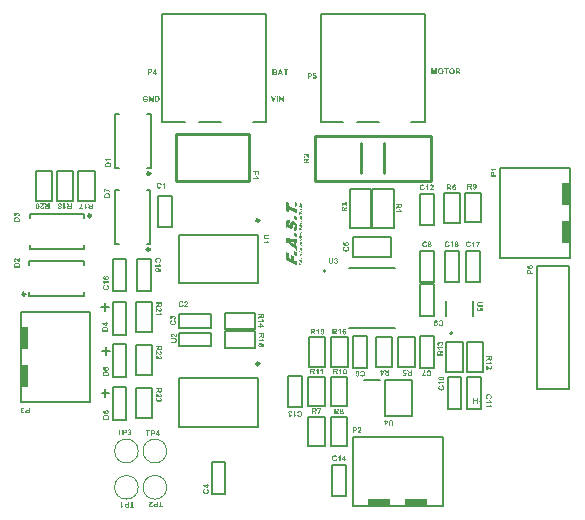
<source format=gto>
G04*
G04 #@! TF.GenerationSoftware,Altium Limited,Altium Designer,21.3.2 (30)*
G04*
G04 Layer_Color=65535*
%FSTAX25Y25*%
%MOIN*%
G70*
G04*
G04 #@! TF.SameCoordinates,A5ECCF02-3B51-4883-8FBB-CF9BCB37C224*
G04*
G04*
G04 #@! TF.FilePolarity,Positive*
G04*
G01*
G75*
%ADD10C,0.00394*%
%ADD11C,0.00984*%
%ADD12C,0.00787*%
%ADD13C,0.01000*%
%ADD14C,0.00600*%
%ADD15C,0.00800*%
%ADD16C,0.00500*%
%ADD17R,0.02500X0.07500*%
%ADD18R,0.07500X0.02500*%
G36*
X030743Y0363147D02*
X030747D01*
Y0363106D01*
X030751D01*
Y0363026D01*
X0307551D01*
Y0362905D01*
Y0362864D01*
Y0362784D01*
X030751D01*
Y0362703D01*
X030747D01*
Y0362622D01*
X0307389D01*
Y0362582D01*
X0307268D01*
Y0362542D01*
X0307147D01*
Y0362582D01*
X0307026D01*
Y0362622D01*
X0306945D01*
Y0362663D01*
X0306905D01*
Y0362743D01*
X0306865D01*
Y0363026D01*
X0306905D01*
Y0363106D01*
X0306945D01*
Y0363147D01*
X0307026D01*
Y0363187D01*
X0307268D01*
Y0362743D01*
X0307309D01*
Y0362784D01*
X0307349D01*
Y0362824D01*
X0307389D01*
Y0362985D01*
X0307349D01*
Y0363026D01*
X0307309D01*
Y0363106D01*
X0307349D01*
Y0363147D01*
X0307389D01*
Y0363187D01*
X030743D01*
Y0363147D01*
D02*
G37*
G36*
X0306986Y0362461D02*
X0307066D01*
Y0362421D01*
X0307187D01*
Y036238D01*
X0307268D01*
Y036234D01*
X0307389D01*
Y0362299D01*
X030747D01*
Y0362259D01*
X0307551D01*
Y0362098D01*
X030751D01*
Y0362057D01*
X030743D01*
Y0362017D01*
X0307309D01*
Y0361977D01*
X0307228D01*
Y0361936D01*
X0307107D01*
Y0361896D01*
X0307026D01*
Y0361856D01*
X0306945D01*
Y0361815D01*
X0306865D01*
Y0362017D01*
X0306905D01*
Y0362057D01*
X0307026D01*
Y0362098D01*
X0307147D01*
Y0362138D01*
X0307228D01*
Y0362178D01*
X0307187D01*
Y0362219D01*
X0307107D01*
Y0362259D01*
X0306986D01*
Y0362299D01*
X0306865D01*
Y0362461D01*
Y0362501D01*
X0306986D01*
Y0362461D01*
D02*
G37*
G36*
X0307551Y0361573D02*
X0306865D01*
Y0361735D01*
X0307551D01*
Y0361573D01*
D02*
G37*
G36*
X0306824Y0361654D02*
Y0361613D01*
Y0361533D01*
X0306623D01*
Y0361735D01*
X0306824D01*
Y0361654D01*
D02*
G37*
G36*
X030751Y0361412D02*
X0307551D01*
Y036117D01*
X030751D01*
Y0361129D01*
X030747D01*
Y0361089D01*
X0307026D01*
Y0361008D01*
X0306865D01*
Y0361089D01*
X0306703D01*
Y0361291D01*
X0306865D01*
Y0361452D01*
X0307026D01*
Y0361291D01*
X0307349D01*
Y0361331D01*
Y0361371D01*
Y0361452D01*
X030751D01*
Y0361412D01*
D02*
G37*
G36*
X0305251Y0362824D02*
X0305331D01*
Y0362784D01*
X0305452D01*
Y0362743D01*
X0305533D01*
Y0362703D01*
X0305614D01*
Y0362663D01*
X0305695D01*
Y0362622D01*
X0305775D01*
Y0362582D01*
X0305816D01*
Y0362542D01*
X0305977D01*
Y0362501D01*
X0306058D01*
Y0362461D01*
X0306098D01*
Y0361977D01*
Y0361936D01*
Y036125D01*
X0306017D01*
Y0361291D01*
X0305937D01*
Y0361331D01*
X0305856D01*
Y0361371D01*
X0305775D01*
Y0361412D01*
X0305695D01*
Y0361452D01*
X0305614D01*
Y0361492D01*
X0305493D01*
Y0361533D01*
X0305452D01*
Y0361129D01*
X0305412D01*
Y0361573D01*
X0305331D01*
Y0361613D01*
X0305251D01*
Y0361654D01*
X030517D01*
Y0361694D01*
X030513D01*
Y0362864D01*
X0305251D01*
Y0362824D01*
D02*
G37*
G36*
X0307309Y0360928D02*
X0307389D01*
Y0360887D01*
X030743D01*
Y0360847D01*
X030747D01*
Y0360807D01*
X030751D01*
Y0360726D01*
X0307551D01*
Y0360484D01*
X030751D01*
Y0360403D01*
X030747D01*
Y0360322D01*
X0307389D01*
Y0360282D01*
X0307309D01*
Y0360242D01*
X0307107D01*
Y0360282D01*
X0307026D01*
Y0360322D01*
X0306945D01*
Y0360363D01*
X0306905D01*
Y0360443D01*
X0306865D01*
Y0360766D01*
X0306905D01*
Y0360847D01*
X0306945D01*
Y0360887D01*
X0306986D01*
Y0360928D01*
X0307107D01*
Y0360968D01*
X0307309D01*
Y0360928D01*
D02*
G37*
G36*
X0302668Y0361049D02*
X0302991D01*
Y0361008D01*
X0303354D01*
Y0360968D01*
X0303677D01*
Y0360928D01*
X030404D01*
Y0360887D01*
X0304363D01*
Y0360847D01*
X0304726D01*
Y0360807D01*
X0305089D01*
Y0360766D01*
X0305412D01*
Y0360726D01*
X0305775D01*
Y0360685D01*
X0306098D01*
Y0359475D01*
X0305977D01*
Y0359516D01*
X0305775D01*
Y0359556D01*
X0305695D01*
Y0359636D01*
X0305654D01*
Y0359879D01*
X0305614D01*
Y0358466D01*
X0305654D01*
Y0358426D01*
X0305695D01*
Y0358386D01*
X0305735D01*
Y0358345D01*
X0305816D01*
Y0358305D01*
X0305856D01*
Y0358265D01*
X0305937D01*
Y0358224D01*
X0305977D01*
Y0358184D01*
X0306017D01*
Y0358144D01*
X0306098D01*
Y0358103D01*
Y0358063D01*
Y0356974D01*
X0306017D01*
Y0357014D01*
X0305937D01*
Y0357054D01*
X0305896D01*
Y0357095D01*
X0305856D01*
Y0357135D01*
X0305816D01*
Y0356893D01*
X0305775D01*
Y0356489D01*
X0305695D01*
Y0357256D01*
X0305654D01*
Y0357296D01*
X0305614D01*
Y0357337D01*
X0305533D01*
Y0357377D01*
X0305493D01*
Y0357417D01*
X0305452D01*
Y0357458D01*
X0305412D01*
Y0357498D01*
X0305372D01*
Y0357538D01*
X0305291D01*
Y0357579D01*
X0305251D01*
Y0357619D01*
X030521D01*
Y035766D01*
X030517D01*
Y03577D01*
X0305089D01*
Y035774D01*
X0305049D01*
Y0357781D01*
X0305009D01*
Y0357821D01*
X0304968D01*
Y0357861D01*
X0304888D01*
Y0357902D01*
X0304847D01*
Y0357942D01*
X0304807D01*
Y0357982D01*
X0304767D01*
Y0358023D01*
X0304686D01*
Y0358063D01*
X0304646D01*
Y0358103D01*
X0304605D01*
Y0358144D01*
X0304565D01*
Y0358184D01*
X0304524D01*
Y0358224D01*
X0304444D01*
Y0358265D01*
X0304403D01*
Y0358305D01*
X0304363D01*
Y0358345D01*
X0304323D01*
Y0358386D01*
X0304242D01*
Y0358426D01*
X0304202D01*
Y0358466D01*
X0304161D01*
Y0358507D01*
X0304121D01*
Y0358547D01*
X030404D01*
Y0358587D01*
X0304D01*
Y0358628D01*
X030396D01*
Y0358668D01*
X0303919D01*
Y0358709D01*
X0303839D01*
Y0358749D01*
X0303798D01*
Y0358305D01*
X0303758D01*
Y0358184D01*
X0303718D01*
Y0359152D01*
X0303677D01*
Y0358345D01*
X0303637D01*
Y035766D01*
X0303596D01*
Y0357982D01*
X0303556D01*
Y0358951D01*
X0303516D01*
Y0359031D01*
X0303475D01*
Y0359072D01*
X0303395D01*
Y0359112D01*
X0303354D01*
Y0359152D01*
X0303314D01*
Y0359193D01*
X0303274D01*
Y0359233D01*
X0303193D01*
Y0359273D01*
X0303153D01*
Y0359314D01*
X0303112D01*
Y0359354D01*
X0303072D01*
Y0359394D01*
X0302991D01*
Y0359435D01*
X0302951D01*
Y0359475D01*
X0302911D01*
Y0359516D01*
X030287D01*
Y0359556D01*
X030279D01*
Y0359596D01*
X0302749D01*
Y0359636D01*
X0302709D01*
Y0359677D01*
X0302668D01*
Y0359717D01*
X0302588D01*
Y0359757D01*
X0302548D01*
Y0359717D01*
X0302507D01*
Y0359314D01*
X0302467D01*
Y0359072D01*
X0302426D01*
Y0361089D01*
X0302668D01*
Y0361049D01*
D02*
G37*
G36*
X0307551Y0359959D02*
X0307066D01*
Y0359919D01*
X0307026D01*
Y0359798D01*
X0307066D01*
Y0359757D01*
X0307551D01*
Y0359556D01*
X0307066D01*
Y0359516D01*
X0307026D01*
Y0359394D01*
X0307066D01*
Y0359354D01*
X0307551D01*
Y0359152D01*
X0306865D01*
Y0359354D01*
X0306905D01*
Y0359394D01*
X0306865D01*
Y0359636D01*
X0306905D01*
Y0359677D01*
X0306945D01*
Y0359717D01*
X0306905D01*
Y0359757D01*
X0306865D01*
Y036004D01*
X0306905D01*
Y036008D01*
X0306945D01*
Y0360121D01*
X0307026D01*
Y0360161D01*
X0307551D01*
Y0359959D01*
D02*
G37*
G36*
X0307268Y0359031D02*
X0307389D01*
Y0358991D01*
X030743D01*
Y0358951D01*
X030747D01*
Y035891D01*
X030751D01*
Y0358829D01*
X0307551D01*
Y0358547D01*
X030751D01*
Y0358507D01*
X030747D01*
Y0358426D01*
X030743D01*
Y0358386D01*
X0307349D01*
Y0358345D01*
X0307066D01*
Y0358386D01*
X0306986D01*
Y0358426D01*
X0306945D01*
Y0358466D01*
X0306905D01*
Y0358547D01*
X0306865D01*
Y035887D01*
X0306905D01*
Y0358951D01*
X0306945D01*
Y0358991D01*
X0307026D01*
Y0359031D01*
X0307147D01*
Y0359072D01*
X0307268D01*
Y0359031D01*
D02*
G37*
G36*
X030751Y0358224D02*
X0307551D01*
Y0358023D01*
X030751D01*
Y0357982D01*
X030747D01*
Y0357942D01*
X0307026D01*
Y0357861D01*
X0306865D01*
Y0357942D01*
X0306703D01*
Y0358103D01*
X0306865D01*
Y0358265D01*
X0307026D01*
Y0358103D01*
X0307349D01*
Y0358144D01*
X0307389D01*
Y0358184D01*
X0307349D01*
Y0358265D01*
X030751D01*
Y0358224D01*
D02*
G37*
G36*
X0307551Y0357579D02*
X030751D01*
Y0357498D01*
X0307551D01*
Y0357296D01*
X030751D01*
Y0357216D01*
X030747D01*
Y0357175D01*
X0306865D01*
Y0357337D01*
X0307309D01*
Y0357377D01*
X0307349D01*
Y0357417D01*
X0307389D01*
Y0357498D01*
X0307349D01*
Y0357538D01*
X0307309D01*
Y0357579D01*
X0306865D01*
Y035774D01*
X0307551D01*
Y0357579D01*
D02*
G37*
G36*
Y0356893D02*
X030747D01*
Y0356853D01*
X0307389D01*
Y0356812D01*
X0307349D01*
Y0356449D01*
X0307389D01*
Y0356409D01*
X030751D01*
Y0356368D01*
X0307551D01*
Y0356167D01*
X030751D01*
Y0356207D01*
X0307389D01*
Y0356247D01*
X0307309D01*
Y0356288D01*
X0307228D01*
Y0356328D01*
X0307107D01*
Y0356368D01*
X0307026D01*
Y0356409D01*
X0306945D01*
Y0356449D01*
X0306865D01*
Y0356489D01*
X0306744D01*
Y035653D01*
X0306663D01*
Y0356732D01*
X0306703D01*
Y0356772D01*
X0306824D01*
Y0356812D01*
X0306905D01*
Y0356853D01*
X0306986D01*
Y0356893D01*
X0307107D01*
Y0356933D01*
X0307187D01*
Y0356974D01*
X0307268D01*
Y0357014D01*
X0307349D01*
Y0357054D01*
X030747D01*
Y0357095D01*
X0307551D01*
Y0356893D01*
D02*
G37*
G36*
X030743Y0355723D02*
X030747D01*
Y0355682D01*
X030751D01*
Y0355602D01*
X0307551D01*
Y035536D01*
X030751D01*
Y0355279D01*
X030747D01*
Y0355239D01*
X030743D01*
Y0355198D01*
X0307389D01*
Y0355158D01*
X0307268D01*
Y0355118D01*
X0307147D01*
Y0355158D01*
X0307026D01*
Y0355198D01*
X0306945D01*
Y0355239D01*
X0306905D01*
Y0355319D01*
X0306865D01*
Y0355602D01*
X0306905D01*
Y0355682D01*
X0306945D01*
Y0355723D01*
X0307026D01*
Y0355763D01*
X0307268D01*
Y0355319D01*
X0307309D01*
Y035536D01*
X0307349D01*
Y03554D01*
X0307389D01*
Y0355561D01*
X0307349D01*
Y0355602D01*
X0307309D01*
Y0355682D01*
X0307349D01*
Y0355723D01*
X0307389D01*
Y0355763D01*
X030743D01*
Y0355723D01*
D02*
G37*
G36*
X030521Y035657D02*
X0305291D01*
Y035653D01*
X0305372D01*
Y0356489D01*
X0305452D01*
Y0356449D01*
X0305574D01*
Y0356409D01*
X0305654D01*
Y0356368D01*
X0305735D01*
Y0356328D01*
X0305816D01*
Y0356288D01*
X0305896D01*
Y0356247D01*
X0306017D01*
Y0356207D01*
X0306098D01*
Y0354996D01*
X0305977D01*
Y0355037D01*
X0305937D01*
Y035427D01*
X0305896D01*
Y035419D01*
X0305856D01*
Y0355037D01*
X0305816D01*
Y0355118D01*
X0305775D01*
Y0355037D01*
X0305735D01*
Y0354512D01*
X0305695D01*
Y0354956D01*
X0305654D01*
Y0355158D01*
X0305614D01*
Y0355198D01*
X0305533D01*
Y0355239D01*
X0305452D01*
Y0355279D01*
X0305372D01*
Y0355319D01*
X0305291D01*
Y035536D01*
X030521D01*
Y03554D01*
X030513D01*
Y035653D01*
Y035657D01*
Y035661D01*
X030521D01*
Y035657D01*
D02*
G37*
G36*
X0307066Y0354956D02*
X0307107D01*
Y0354916D01*
X0307147D01*
Y0354875D01*
X0307551D01*
Y0354674D01*
X0306865D01*
Y0354875D01*
X0306905D01*
Y0354916D01*
X0306865D01*
Y0355077D01*
X0307066D01*
Y0354956D01*
D02*
G37*
G36*
X0307551Y0354351D02*
X030751D01*
Y0354311D01*
X0307551D01*
Y0354068D01*
X030751D01*
Y0353988D01*
X030743D01*
Y0353947D01*
X0306865D01*
Y0354109D01*
X0307268D01*
Y0354149D01*
X0307349D01*
Y035419D01*
X0307389D01*
Y035427D01*
X0307349D01*
Y0354311D01*
X0307309D01*
Y0354351D01*
X0306865D01*
Y0354553D01*
X0307551D01*
Y0354351D01*
D02*
G37*
G36*
X030751Y0353786D02*
X0307551D01*
Y0353584D01*
X030751D01*
Y0353544D01*
X030747D01*
Y0353504D01*
X0307026D01*
Y0353423D01*
X0306865D01*
Y0353504D01*
X0306703D01*
Y0353665D01*
X0306865D01*
Y0353826D01*
X0307026D01*
Y0353665D01*
X0307349D01*
Y0353705D01*
X0307389D01*
Y0353746D01*
X0307349D01*
Y0353826D01*
X030751D01*
Y0353786D01*
D02*
G37*
G36*
X0307551Y035314D02*
X030751D01*
Y035306D01*
X0307551D01*
Y0352858D01*
X030751D01*
Y0352818D01*
Y0352777D01*
X030747D01*
Y0352737D01*
X0306865D01*
Y0352899D01*
X0307309D01*
Y0352939D01*
X0307349D01*
Y0352979D01*
X0307389D01*
Y035306D01*
X0307349D01*
Y03531D01*
X0307309D01*
Y035314D01*
X0306865D01*
Y0353302D01*
X0307551D01*
Y035314D01*
D02*
G37*
G36*
X0306824Y0352172D02*
X0307026D01*
Y0352576D01*
X0307187D01*
Y0352293D01*
Y0352253D01*
Y0352172D01*
X0307551D01*
Y0351971D01*
X0306663D01*
Y0352616D01*
X0306824D01*
Y0352172D01*
D02*
G37*
G36*
X0302507Y0356368D02*
X0302588D01*
Y0356328D01*
X0302668D01*
Y0355884D01*
X0302709D01*
Y0356288D01*
X030279D01*
Y0356247D01*
X030287D01*
Y0356207D01*
X0302951D01*
Y0356167D01*
X0303032D01*
Y0356126D01*
X0303112D01*
Y0356086D01*
X0303193D01*
Y0356046D01*
X0303314D01*
Y0354432D01*
X0303395D01*
Y0354391D01*
X0303475D01*
Y0354351D01*
X0303556D01*
Y0354311D01*
X0303637D01*
Y035427D01*
X0303718D01*
Y035423D01*
X0303839D01*
Y035419D01*
X0303919D01*
Y03554D01*
X0304D01*
Y035536D01*
X0304081D01*
Y0355319D01*
X0304161D01*
Y0355279D01*
X0304282D01*
Y0355239D01*
X0304363D01*
Y0355198D01*
X0304444D01*
Y0355158D01*
X0304524D01*
Y0355118D01*
X0304605D01*
Y0355077D01*
X0304686D01*
Y0355037D01*
X0304807D01*
Y0353705D01*
X0304847D01*
Y0353746D01*
X0304888D01*
Y0353705D01*
X0304968D01*
Y0353665D01*
X0305049D01*
Y0353625D01*
X030513D01*
Y0353584D01*
X030521D01*
Y0353544D01*
X0305291D01*
Y0353504D01*
X0305412D01*
Y0353463D01*
X0305493D01*
Y0353423D01*
X0305574D01*
Y0353383D01*
X0305654D01*
Y0353342D01*
X0305735D01*
Y0353302D01*
X0305816D01*
Y0353262D01*
X0305937D01*
Y0353221D01*
X0306017D01*
Y0353181D01*
X0306098D01*
Y0351971D01*
X0306017D01*
Y0352011D01*
X0305937D01*
Y0352051D01*
X0305856D01*
Y0352092D01*
X0305775D01*
Y0352132D01*
X0305654D01*
Y0352172D01*
X0305574D01*
Y0352213D01*
X0305493D01*
Y0352253D01*
X0305412D01*
Y0352011D01*
X0305372D01*
Y0351043D01*
X0305331D01*
Y03508D01*
X0305291D01*
Y0351527D01*
X0305251D01*
Y0352374D01*
X030513D01*
Y0352051D01*
X0305089D01*
Y0351325D01*
X0305049D01*
Y0351567D01*
X0305009D01*
Y0352455D01*
X0304968D01*
Y0352495D01*
X0304888D01*
Y0352535D01*
X0304807D01*
Y0352576D01*
X0304726D01*
Y0352616D01*
X0304605D01*
Y0352656D01*
X0304524D01*
Y0352697D01*
X0304444D01*
Y0352737D01*
X0304363D01*
Y0352777D01*
X0304282D01*
Y0352818D01*
X0304202D01*
Y0352858D01*
X0304081D01*
Y0352899D01*
X0304D01*
Y0352939D01*
X0303919D01*
Y0352979D01*
X0303839D01*
Y0353019D01*
X0303758D01*
Y035306D01*
X0303677D01*
Y03531D01*
X0303637D01*
Y0352697D01*
X0303596D01*
Y0352293D01*
X0303556D01*
Y0352092D01*
X0303516D01*
Y035314D01*
X0303475D01*
Y0353181D01*
X0303395D01*
Y0353221D01*
X0303314D01*
Y0353262D01*
X0303233D01*
Y0353302D01*
X0303153D01*
Y0353342D01*
X0303032D01*
Y0353383D01*
X0302951D01*
Y0353423D01*
X030287D01*
Y0353463D01*
X030279D01*
Y0353504D01*
X0302709D01*
Y0353544D01*
X0302628D01*
Y0353584D01*
X0302548D01*
Y0353625D01*
X0302426D01*
Y0356409D01*
X0302507D01*
Y0356368D01*
D02*
G37*
G36*
X0307551Y0373113D02*
X0307631D01*
Y0373072D01*
X0307672D01*
Y0372991D01*
X0307712D01*
Y0372588D01*
X0307672D01*
Y0372507D01*
X0307551D01*
Y0372548D01*
X030751D01*
Y0372628D01*
X0307551D01*
Y0372911D01*
X030751D01*
Y0372951D01*
X030743D01*
Y0372911D01*
X030747D01*
Y0372588D01*
X030743D01*
Y0372548D01*
X0307389D01*
Y0372507D01*
X0307309D01*
Y0372467D01*
X0307026D01*
Y0372507D01*
X0306945D01*
Y0372548D01*
X0306905D01*
Y0372628D01*
X0306865D01*
Y0372911D01*
X0306905D01*
Y0372951D01*
X0306865D01*
Y0373153D01*
X0307551D01*
Y0373113D01*
D02*
G37*
G36*
Y0372185D02*
X0307107D01*
Y0372144D01*
X0307066D01*
Y0372104D01*
X0307026D01*
Y0372023D01*
X0307066D01*
Y0371983D01*
X0307107D01*
Y0371942D01*
X0307551D01*
Y0371741D01*
X0306865D01*
Y0371942D01*
X0306905D01*
Y0371983D01*
X0306865D01*
Y0372265D01*
X0306905D01*
Y0372306D01*
X0306945D01*
Y0372346D01*
X0307551D01*
Y0372185D01*
D02*
G37*
G36*
X0305251Y0373113D02*
X0305331D01*
Y0373072D01*
X0305412D01*
Y0373032D01*
X0305493D01*
Y0372991D01*
X0305614D01*
Y0372951D01*
X0305695D01*
Y0372911D01*
X0305775D01*
Y037287D01*
X0305856D01*
Y037283D01*
X0305937D01*
Y037279D01*
X0306017D01*
Y0372749D01*
X0306098D01*
Y0371539D01*
X0306017D01*
Y0371579D01*
X0305937D01*
Y037162D01*
X0305856D01*
Y037166D01*
X0305775D01*
Y03717D01*
X0305654D01*
Y0371741D01*
X0305614D01*
Y037162D01*
X0305574D01*
Y0371135D01*
X0305533D01*
Y037162D01*
X0305493D01*
Y0371579D01*
Y0371418D01*
X0305452D01*
Y0371499D01*
X0305412D01*
Y0371458D01*
X0305372D01*
Y0371862D01*
X0305331D01*
Y0371902D01*
X0305251D01*
Y0371942D01*
X030517D01*
Y0373153D01*
X0305251D01*
Y0373113D01*
D02*
G37*
G36*
X0307551Y0371418D02*
X0306865D01*
Y037162D01*
X0307551D01*
Y0371418D01*
D02*
G37*
G36*
X0306824D02*
X0306623D01*
Y037162D01*
X0306824D01*
Y0371418D01*
D02*
G37*
G36*
X0307026Y0371135D02*
X0307349D01*
Y0371176D01*
X0307389D01*
Y0371216D01*
X0307349D01*
Y0371297D01*
X0307551D01*
Y0371055D01*
X030751D01*
Y0371014D01*
X030747D01*
Y0370974D01*
X0307026D01*
Y0370893D01*
X0306865D01*
Y0370974D01*
X0306703D01*
Y0371135D01*
X0306865D01*
Y0371337D01*
X0307026D01*
Y0371135D01*
D02*
G37*
G36*
X030743Y0370813D02*
X030747D01*
Y0370772D01*
X030751D01*
Y0370732D01*
X0307551D01*
Y037045D01*
X030751D01*
Y0370369D01*
X030747D01*
Y0370288D01*
X0307389D01*
Y0370329D01*
X0307349D01*
Y0370369D01*
X0307309D01*
Y0370409D01*
X0307349D01*
Y037049D01*
X0307389D01*
Y0370651D01*
X0307309D01*
Y0370571D01*
X0307268D01*
Y037045D01*
X0307228D01*
Y0370369D01*
X0307147D01*
Y0370329D01*
X0306986D01*
Y0370369D01*
X0306905D01*
Y037045D01*
X0306865D01*
Y0370732D01*
X0306905D01*
Y0370813D01*
X0307026D01*
Y0370772D01*
X0307066D01*
Y0370692D01*
X0307026D01*
Y037053D01*
X0307107D01*
Y0370651D01*
X0307147D01*
Y0370772D01*
X0307187D01*
Y0370813D01*
X0307268D01*
Y0370853D01*
X030743D01*
Y0370813D01*
D02*
G37*
G36*
X0307268Y0369804D02*
X0307309D01*
Y0369844D01*
X0307349D01*
Y0369885D01*
X0307389D01*
Y0370046D01*
X0307349D01*
Y0370087D01*
X0307309D01*
Y0370167D01*
X0307349D01*
Y0370208D01*
X030747D01*
Y0370167D01*
X030751D01*
Y0370087D01*
X0307551D01*
Y0369804D01*
X030751D01*
Y0369723D01*
X030747D01*
Y0369683D01*
X030743D01*
Y0369643D01*
X0307349D01*
Y0369602D01*
X0307066D01*
Y0369643D01*
X0306986D01*
Y0369683D01*
X0306945D01*
Y0369723D01*
X0306905D01*
Y0369764D01*
X0306865D01*
Y0370087D01*
X0306905D01*
Y0370127D01*
X0306945D01*
Y0370167D01*
X0306986D01*
Y0370208D01*
X0307066D01*
Y0370248D01*
X0307268D01*
Y0369804D01*
D02*
G37*
G36*
X0302507Y0373193D02*
X0302588D01*
Y0373153D01*
X0302668D01*
Y0373113D01*
X0302749D01*
Y0373072D01*
X030279D01*
Y0372951D01*
X030283D01*
Y0372709D01*
X030287D01*
Y0373032D01*
X0302951D01*
Y0372991D01*
X0303032D01*
Y0372951D01*
X0303112D01*
Y0372911D01*
X0303193D01*
Y037287D01*
X0303274D01*
Y037283D01*
X0303354D01*
Y037279D01*
X0303395D01*
Y0371741D01*
X0303516D01*
Y03717D01*
X0303596D01*
Y037166D01*
X0303677D01*
Y037162D01*
X0303758D01*
Y0371579D01*
X0303839D01*
Y0371539D01*
X0303919D01*
Y0371499D01*
X030404D01*
Y0371458D01*
X0304121D01*
Y0371418D01*
X0304202D01*
Y0371378D01*
X0304282D01*
Y0371337D01*
X0304363D01*
Y0371297D01*
X0304444D01*
Y0371257D01*
X0304524D01*
Y0371216D01*
X0304646D01*
Y0371176D01*
X0304726D01*
Y0371135D01*
X0304807D01*
Y0371095D01*
X0304888D01*
Y0371055D01*
X0304968D01*
Y0371014D01*
X0305049D01*
Y0370974D01*
X030517D01*
Y0370934D01*
X0305251D01*
Y0370893D01*
X0305331D01*
Y0370853D01*
X0305412D01*
Y0370813D01*
X0305493D01*
Y0370772D01*
X0305574D01*
Y0370732D01*
X0305695D01*
Y0370692D01*
X0305775D01*
Y0370651D01*
X0305856D01*
Y0370611D01*
X0305937D01*
Y0370571D01*
X0306017D01*
Y037053D01*
X0306098D01*
Y036932D01*
X0306017D01*
Y036936D01*
X0305937D01*
Y0369401D01*
X0305856D01*
Y0369441D01*
X0305775D01*
Y0369481D01*
X0305695D01*
Y0369522D01*
X0305614D01*
Y0369038D01*
X0305574D01*
Y0368553D01*
X0305533D01*
Y0369078D01*
X0305493D01*
Y0369602D01*
X0305412D01*
Y0368997D01*
X0305372D01*
Y0368836D01*
X0305331D01*
Y0369643D01*
X0305291D01*
Y0369683D01*
X0305251D01*
Y0369723D01*
X030517D01*
Y0369764D01*
X0305089D01*
Y0369804D01*
X0305009D01*
Y0369844D01*
X0304888D01*
Y0369885D01*
X0304807D01*
Y0369925D01*
X0304726D01*
Y0369966D01*
X0304646D01*
Y0370006D01*
X0304565D01*
Y0370046D01*
X0304484D01*
Y0370087D01*
X0304363D01*
Y0370127D01*
X0304323D01*
Y0369683D01*
X0304282D01*
Y036936D01*
X0304242D01*
Y0370167D01*
X0304202D01*
Y0370208D01*
X0304121D01*
Y0370248D01*
X030404D01*
Y0370288D01*
X030396D01*
Y0370329D01*
X0303879D01*
Y0370369D01*
X0303758D01*
Y0370409D01*
X0303677D01*
Y037045D01*
X0303637D01*
Y0369885D01*
X0303596D01*
Y0370208D01*
X0303556D01*
Y037049D01*
X0303516D01*
Y037053D01*
X0303435D01*
Y0370571D01*
X0303395D01*
Y0369562D01*
X0303274D01*
Y0369602D01*
X0303193D01*
Y0369643D01*
X0303112D01*
Y0369683D01*
X0303032D01*
Y0369723D01*
X0302951D01*
Y0369764D01*
X030287D01*
Y0369804D01*
X0302749D01*
Y0369844D01*
X0302668D01*
Y0369885D01*
X0302588D01*
Y0369925D01*
X0302507D01*
Y0369966D01*
X0302426D01*
Y0373234D01*
X0302507D01*
Y0373193D01*
D02*
G37*
G36*
X0306824Y036936D02*
X0307551D01*
Y0369199D01*
X0306824D01*
Y0368916D01*
X0306663D01*
Y0369078D01*
Y0369118D01*
Y0369643D01*
X0306824D01*
Y036936D01*
D02*
G37*
G36*
X0307551Y0368271D02*
X0307066D01*
Y0368231D01*
X0307026D01*
Y0368109D01*
X0307066D01*
Y0368069D01*
X0307551D01*
Y0367867D01*
X0306865D01*
Y0368069D01*
X0306905D01*
Y0368109D01*
X0306865D01*
Y0368352D01*
X0306905D01*
Y0368432D01*
X0306986D01*
Y0368473D01*
X0307551D01*
Y0368271D01*
D02*
G37*
G36*
X0307268Y0367746D02*
X0307389D01*
Y0367706D01*
X030743D01*
Y0367666D01*
X030747D01*
Y0367625D01*
X030751D01*
Y0367545D01*
X0307551D01*
Y0367262D01*
X030751D01*
Y0367181D01*
X030747D01*
Y0367141D01*
X030743D01*
Y0367101D01*
X0307349D01*
Y036706D01*
X0307066D01*
Y0367101D01*
X0306986D01*
Y0367141D01*
X0306945D01*
Y0367181D01*
X0306905D01*
Y0367262D01*
X0306865D01*
Y0367585D01*
X0306905D01*
Y0367625D01*
X0306945D01*
Y0367706D01*
X0307026D01*
Y0367746D01*
X0307147D01*
Y0367787D01*
X0307268D01*
Y0367746D01*
D02*
G37*
G36*
X030521Y0368513D02*
X0305291D01*
Y0368473D01*
X0305372D01*
Y0368432D01*
X0305493D01*
Y0368392D01*
X0305574D01*
Y0368352D01*
X0305654D01*
Y0368311D01*
X0305735D01*
Y0368271D01*
X0305816D01*
Y0368231D01*
X0305896D01*
Y036819D01*
X0306017D01*
Y036815D01*
X0306098D01*
Y0366939D01*
X0305977D01*
Y036698D01*
X0305896D01*
Y036702D01*
X0305816D01*
Y036706D01*
X0305735D01*
Y0367101D01*
X0305654D01*
Y0367141D01*
X0305574D01*
Y0366697D01*
X0305533D01*
Y0366536D01*
X0305493D01*
Y0367181D01*
X0305452D01*
Y0367222D01*
X0305412D01*
Y0366859D01*
X0305372D01*
Y0367101D01*
X0305331D01*
Y0367262D01*
X0305291D01*
Y0367302D01*
X030521D01*
Y0367343D01*
X030513D01*
Y0368553D01*
X030521D01*
Y0368513D01*
D02*
G37*
G36*
X0307551Y0366778D02*
X0306865D01*
Y0366939D01*
X0307551D01*
Y0366778D01*
D02*
G37*
G36*
X0306824Y0366818D02*
Y0366778D01*
X0306623D01*
Y0366939D01*
X0306824D01*
Y0366818D01*
D02*
G37*
G36*
X030751Y0366617D02*
X0307551D01*
Y0366374D01*
X030751D01*
Y0366334D01*
X030743D01*
Y0366294D01*
X0307026D01*
Y0366213D01*
X0306865D01*
Y0366294D01*
X0306703D01*
Y0366455D01*
Y0366496D01*
X0306865D01*
Y0366657D01*
X0307026D01*
Y0366496D01*
X0307349D01*
Y0366657D01*
X030751D01*
Y0366617D01*
D02*
G37*
G36*
X0307551Y0365931D02*
X030751D01*
Y036589D01*
X0307551D01*
Y0365648D01*
X030751D01*
Y0365608D01*
X030747D01*
Y0365568D01*
X030743D01*
Y0365527D01*
X0306865D01*
Y0365729D01*
X0307349D01*
Y036581D01*
X0307389D01*
Y036585D01*
X0307349D01*
Y0365931D01*
X0306865D01*
Y0366132D01*
X0307551D01*
Y0365931D01*
D02*
G37*
G36*
Y0365325D02*
Y0365285D01*
Y0365204D01*
X0306623D01*
Y0365406D01*
X0307551D01*
Y0365325D01*
D02*
G37*
G36*
X0307349Y0365043D02*
X030743D01*
Y0365003D01*
X030747D01*
Y0364962D01*
X030751D01*
Y0364882D01*
X0307551D01*
Y0364599D01*
X030751D01*
Y0364518D01*
X030747D01*
Y0364478D01*
X030743D01*
Y0364438D01*
X0307349D01*
Y0364398D01*
X0307026D01*
Y0364438D01*
X0306986D01*
Y0364478D01*
X0306945D01*
Y0364518D01*
X0306905D01*
Y0364599D01*
X0306865D01*
Y0364841D01*
Y0364882D01*
X0306905D01*
Y0364962D01*
X0306945D01*
Y0365003D01*
X0306986D01*
Y0365043D01*
X0307026D01*
Y0365083D01*
X0307349D01*
Y0365043D01*
D02*
G37*
G36*
Y0364277D02*
X030743D01*
Y0364236D01*
X030747D01*
Y0364196D01*
X030751D01*
Y0364115D01*
X0307551D01*
Y0363833D01*
X030751D01*
Y0363752D01*
X030747D01*
Y0363671D01*
X030743D01*
Y0363631D01*
X0307349D01*
Y0363671D01*
X0307309D01*
Y0363712D01*
X0307268D01*
Y0363792D01*
X0307309D01*
Y0363833D01*
X0307349D01*
Y0363954D01*
X0307389D01*
Y0364034D01*
X0307349D01*
Y0364115D01*
X0307228D01*
Y0364034D01*
X0307187D01*
Y0363873D01*
X0307147D01*
Y0363752D01*
X0307107D01*
Y0363712D01*
X0307066D01*
Y0363671D01*
X0306784D01*
Y0363712D01*
X0306744D01*
Y0363752D01*
X0306703D01*
Y0363792D01*
X0306663D01*
Y0363873D01*
Y0363913D01*
Y0364155D01*
X0306703D01*
Y0364236D01*
X0306744D01*
Y0364277D01*
X0306824D01*
Y0364236D01*
X0306905D01*
Y0364115D01*
X0306865D01*
Y0364034D01*
X0306824D01*
Y0363873D01*
X0306865D01*
Y0363833D01*
X0306945D01*
Y0363873D01*
X0306986D01*
Y0363994D01*
X0307026D01*
Y0364155D01*
X0307066D01*
Y0364236D01*
X0307107D01*
Y0364277D01*
X0307187D01*
Y0364317D01*
X0307349D01*
Y0364277D01*
D02*
G37*
G36*
X0303274Y0367181D02*
X0303475D01*
Y0367141D01*
X0303556D01*
Y0366052D01*
X0303475D01*
Y0366092D01*
X0303395D01*
Y0366052D01*
X0303314D01*
Y0365971D01*
X0303274D01*
Y0365568D01*
X0303314D01*
Y0365487D01*
X0303354D01*
Y0365406D01*
X0303435D01*
Y0365366D01*
X0303596D01*
Y0365446D01*
X0303637D01*
Y0365487D01*
X0303677D01*
Y0365608D01*
X0303718D01*
Y0365729D01*
X0303758D01*
Y036585D01*
X0303798D01*
Y0365971D01*
X0303839D01*
Y0366132D01*
X0303879D01*
Y0366213D01*
X0303919D01*
Y0366334D01*
X030396D01*
Y0366415D01*
X0304D01*
Y0366455D01*
X030404D01*
Y0366496D01*
X0304081D01*
Y0366576D01*
X0304161D01*
Y0366173D01*
X0304202D01*
Y0366657D01*
X0304282D01*
Y0366697D01*
X0304726D01*
Y0366657D01*
X0304807D01*
Y0366617D01*
X0304928D01*
Y0366576D01*
X0305009D01*
Y0366536D01*
X0305049D01*
Y0366496D01*
X030513D01*
Y0366455D01*
X030521D01*
Y0366415D01*
X0305251D01*
Y0366374D01*
X0305291D01*
Y0366334D01*
X0305331D01*
Y0366294D01*
X0305412D01*
Y0366253D01*
X0305452D01*
Y0366213D01*
X0305493D01*
Y0366173D01*
X0305533D01*
Y0366092D01*
X0305574D01*
Y0366052D01*
X0305614D01*
Y0366011D01*
X0305654D01*
Y0365931D01*
X0305695D01*
Y036589D01*
X0305735D01*
Y036581D01*
X0305775D01*
Y0365769D01*
X0305816D01*
Y0365689D01*
X0305856D01*
Y0365568D01*
X0305896D01*
Y0365487D01*
X0305937D01*
Y0365366D01*
X0305977D01*
Y0365204D01*
X0306017D01*
Y0365043D01*
X0306058D01*
Y036468D01*
X0306098D01*
Y0364317D01*
X0306058D01*
Y0364075D01*
X0306017D01*
Y0363913D01*
X0305977D01*
Y0363792D01*
X0305937D01*
Y0363389D01*
X0305896D01*
Y0363268D01*
X0305856D01*
Y0363671D01*
X0305816D01*
Y0363631D01*
X0305775D01*
Y0363591D01*
X0305735D01*
Y036355D01*
X0305695D01*
Y036351D01*
X0305614D01*
Y036347D01*
X0305452D01*
Y0363429D01*
X030517D01*
Y036347D01*
X0305009D01*
Y036351D01*
X0304888D01*
Y0364559D01*
Y0364599D01*
X0305089D01*
Y036464D01*
X030517D01*
Y036468D01*
X030521D01*
Y0364801D01*
X0305251D01*
Y0365083D01*
X030521D01*
Y0365245D01*
X030517D01*
Y0365325D01*
X030513D01*
Y0365366D01*
X0305089D01*
Y0365406D01*
X0305049D01*
Y0365446D01*
X0304968D01*
Y0365487D01*
X0304888D01*
Y0365446D01*
X0304847D01*
Y0365406D01*
X0304807D01*
Y0365325D01*
X0304767D01*
Y0365204D01*
X0304726D01*
Y0365083D01*
X0304686D01*
Y0364922D01*
X0304646D01*
Y0364761D01*
X0304605D01*
Y0363994D01*
X0304565D01*
Y0364155D01*
X0304524D01*
Y0364478D01*
X0304484D01*
Y0364398D01*
X0304444D01*
Y0364357D01*
X0304403D01*
Y0364317D01*
X0304363D01*
Y0364277D01*
X0304323D01*
Y0364236D01*
X0304282D01*
Y0364196D01*
X0304202D01*
Y0364155D01*
X0304081D01*
Y0364115D01*
X0303839D01*
Y0364155D01*
X0303677D01*
Y0364196D01*
X0303556D01*
Y0364236D01*
X0303475D01*
Y0364277D01*
X0303395D01*
Y0364317D01*
X0303354D01*
Y0364357D01*
X0303274D01*
Y0364398D01*
X0303233D01*
Y0364438D01*
X0303153D01*
Y0364478D01*
X0303112D01*
Y0364196D01*
X0303072D01*
Y036355D01*
X0303032D01*
Y0363873D01*
X0302991D01*
Y036464D01*
X0302951D01*
Y036468D01*
X0302911D01*
Y036472D01*
X030287D01*
Y0364801D01*
X030283D01*
Y0364841D01*
X030279D01*
Y0364922D01*
X0302749D01*
Y0364962D01*
X0302709D01*
Y0365043D01*
X0302668D01*
Y0365124D01*
X0302628D01*
Y0365446D01*
X0302588D01*
Y0365325D01*
X0302548D01*
Y0364478D01*
X0302507D01*
Y0364559D01*
X0302467D01*
Y0365568D01*
X0302426D01*
Y0366536D01*
X0302467D01*
Y0366738D01*
X0302507D01*
Y0366818D01*
X0302548D01*
Y0366899D01*
X0302588D01*
Y036698D01*
X0302628D01*
Y036702D01*
X0302668D01*
Y036706D01*
X0302709D01*
Y0367101D01*
X030279D01*
Y0367141D01*
X030287D01*
Y0367181D01*
X0303032D01*
Y0367222D01*
X0303274D01*
Y0367181D01*
D02*
G37*
G36*
X0255508Y0408486D02*
X0255539Y0408483D01*
X0255575Y0408481D01*
X0255613Y0408478D01*
X0255655Y0408469D01*
X0255744Y0408453D01*
X0255835Y0408425D01*
X0255882Y0408408D01*
X0255926Y0408389D01*
X0255968Y0408367D01*
X0256007Y0408339D01*
X025601Y0408336D01*
X0256015Y0408334D01*
X0256026Y0408323D01*
X025604Y0408312D01*
X0256057Y0408298D01*
X0256073Y0408278D01*
X0256093Y0408256D01*
X0256115Y0408231D01*
X0256137Y0408204D01*
X0256159Y0408173D01*
X0256181Y040814D01*
X0256201Y0408101D01*
X0256223Y0408062D01*
X025624Y0408021D01*
X0256256Y0407974D01*
X0256267Y0407927D01*
X0255882Y0407855D01*
Y0407857D01*
X0255879Y040786D01*
X0255874Y0407877D01*
X0255863Y0407902D01*
X0255846Y0407935D01*
X0255827Y0407971D01*
X0255799Y0408007D01*
X0255766Y0408043D01*
X0255727Y0408076D01*
X0255722Y0408079D01*
X0255708Y040809D01*
X0255683Y0408104D01*
X0255652Y0408118D01*
X0255611Y0408134D01*
X0255564Y0408145D01*
X0255511Y0408156D01*
X025545Y0408159D01*
X0255425D01*
X0255409Y0408156D01*
X0255386Y0408154D01*
X0255362Y0408151D01*
X0255334Y0408145D01*
X0255303Y040814D01*
X025524Y040812D01*
X0255206Y0408107D01*
X0255173Y040809D01*
X025514Y0408071D01*
X0255107Y0408051D01*
X0255076Y0408024D01*
X0255046Y0407996D01*
X0255043Y0407993D01*
X025504Y0407987D01*
X0255032Y0407979D01*
X0255024Y0407965D01*
X0255012Y0407949D01*
X0254999Y0407929D01*
X0254985Y0407904D01*
X0254974Y0407877D01*
X025496Y0407843D01*
X0254946Y0407807D01*
X0254932Y0407769D01*
X0254921Y0407727D01*
X0254913Y040768D01*
X0254904Y0407627D01*
X0254902Y0407575D01*
X0254899Y0407517D01*
Y0407514D01*
Y0407503D01*
Y0407483D01*
X0254902Y0407461D01*
X0254904Y0407431D01*
X0254907Y04074D01*
X0254913Y0407362D01*
X0254918Y0407323D01*
X0254935Y040724D01*
X0254963Y0407154D01*
X0254979Y0407112D01*
X0254999Y0407073D01*
X0255024Y0407035D01*
X0255048Y0407001D01*
X0255051Y0406999D01*
X0255057Y0406993D01*
X0255065Y0406985D01*
X0255076Y0406974D01*
X0255093Y0406963D01*
X0255109Y0406946D01*
X0255132Y0406932D01*
X0255156Y0406916D01*
X0255184Y0406899D01*
X0255212Y0406885D01*
X0255281Y0406857D01*
X025532Y0406846D01*
X0255359Y0406838D01*
X0255403Y0406832D01*
X0255447Y040683D01*
X0255469D01*
X0255492Y0406832D01*
X0255525Y0406835D01*
X0255561Y0406841D01*
X0255603Y0406849D01*
X0255647Y040686D01*
X0255691Y0406877D01*
X0255694D01*
X0255697Y040688D01*
X0255711Y0406885D01*
X0255735Y0406896D01*
X0255763Y040691D01*
X0255796Y0406927D01*
X0255832Y0406946D01*
X0255868Y0406968D01*
X0255902Y0406993D01*
Y040724D01*
X0255458D01*
Y0407564D01*
X0256292D01*
Y0406794D01*
X0256287Y0406788D01*
X0256278Y0406782D01*
X025627Y0406774D01*
X0256256Y0406763D01*
X0256242Y0406752D01*
X0256204Y0406724D01*
X0256151Y0406694D01*
X025609Y0406658D01*
X0256021Y0406622D01*
X0255938Y0406589D01*
X0255935D01*
X0255926Y0406586D01*
X0255915Y040658D01*
X0255899Y0406575D01*
X0255877Y0406569D01*
X0255852Y0406561D01*
X0255824Y0406553D01*
X0255794Y0406544D01*
X0255724Y0406528D01*
X0255644Y0406514D01*
X0255561Y0406503D01*
X0255472Y04065D01*
X0255442D01*
X0255422Y0406503D01*
X0255395D01*
X0255364Y0406505D01*
X0255331Y0406511D01*
X0255292Y0406517D01*
X0255212Y0406531D01*
X0255123Y0406553D01*
X0255032Y0406583D01*
X025499Y0406602D01*
X0254946Y0406625D01*
X0254943Y0406627D01*
X0254938Y040663D01*
X0254924Y0406638D01*
X025491Y040665D01*
X0254891Y0406661D01*
X0254871Y0406677D01*
X0254846Y0406697D01*
X0254821Y0406719D01*
X0254766Y0406769D01*
X0254711Y0406832D01*
X0254658Y0406904D01*
X0254611Y0406987D01*
Y040699D01*
X0254605Y0406999D01*
X02546Y0407012D01*
X0254594Y0407029D01*
X0254586Y0407051D01*
X0254575Y0407076D01*
X0254567Y0407107D01*
X0254555Y040714D01*
X0254544Y0407176D01*
X0254536Y0407217D01*
X0254517Y0407303D01*
X0254505Y0407398D01*
X02545Y04075D01*
Y0407503D01*
Y0407514D01*
Y040753D01*
X0254503Y040755D01*
Y0407578D01*
X0254505Y0407608D01*
X0254511Y0407641D01*
X0254517Y040768D01*
X0254531Y040776D01*
X0254553Y0407852D01*
X0254583Y0407943D01*
X0254603Y0407987D01*
X0254625Y0408032D01*
X0254627Y0408035D01*
X025463Y0408043D01*
X0254639Y0408054D01*
X0254647Y0408071D01*
X0254661Y040809D01*
X0254677Y0408112D01*
X0254697Y0408137D01*
X0254716Y0408165D01*
X0254741Y0408192D01*
X0254769Y0408223D01*
X0254799Y0408253D01*
X0254832Y0408284D01*
X0254868Y0408312D01*
X0254904Y0408342D01*
X025499Y0408392D01*
X0254993D01*
X0254999Y0408397D01*
X025501Y04084D01*
X0255024Y0408408D01*
X0255043Y0408414D01*
X0255062Y0408422D01*
X025509Y0408431D01*
X0255118Y0408442D01*
X0255148Y040845D01*
X0255184Y0408458D01*
X0255223Y0408467D01*
X0255262Y0408475D01*
X025535Y0408486D01*
X025545Y0408489D01*
X0255483D01*
X0255508Y0408486D01*
D02*
G37*
G36*
X0258176Y0406536D02*
X0257788D01*
X025701Y0407799D01*
Y0406536D01*
X0256652D01*
Y0408453D01*
X0257026D01*
X0257819Y0407162D01*
Y0408453D01*
X0258176D01*
Y0406536D01*
D02*
G37*
G36*
X0259372Y040845D02*
X0259425Y0408447D01*
X0259483Y0408444D01*
X0259544Y0408436D01*
X0259602Y0408428D01*
X0259655Y0408414D01*
X0259658D01*
X0259663Y0408411D01*
X0259672Y0408408D01*
X0259683Y0408406D01*
X0259716Y0408392D01*
X0259755Y0408372D01*
X0259799Y0408348D01*
X0259849Y0408317D01*
X0259896Y0408281D01*
X0259943Y0408237D01*
X0259946D01*
X0259949Y0408231D01*
X0259962Y0408215D01*
X0259985Y0408187D01*
X026001Y0408151D01*
X026004Y0408107D01*
X026007Y0408054D01*
X0260101Y0407993D01*
X0260126Y0407927D01*
Y0407924D01*
X0260129Y0407918D01*
X0260131Y0407907D01*
X0260137Y0407893D01*
X026014Y0407877D01*
X0260145Y0407855D01*
X0260151Y040783D01*
X0260159Y0407802D01*
X0260165Y0407771D01*
X026017Y0407735D01*
X0260176Y0407699D01*
X0260178Y0407658D01*
X0260187Y0407572D01*
X026019Y0407475D01*
Y0407472D01*
Y0407464D01*
Y0407453D01*
Y0407436D01*
X0260187Y0407414D01*
Y0407392D01*
X0260184Y0407364D01*
X0260181Y0407334D01*
X0260176Y040727D01*
X0260165Y0407204D01*
X0260148Y0407134D01*
X0260129Y0407068D01*
Y0407065D01*
X0260126Y0407059D01*
X026012Y0407049D01*
X0260115Y0407032D01*
X0260109Y0407015D01*
X0260098Y0406996D01*
X0260076Y0406946D01*
X0260048Y0406893D01*
X0260012Y0406835D01*
X0259971Y040678D01*
X0259924Y0406727D01*
X0259918Y0406722D01*
X0259904Y040671D01*
X0259882Y0406694D01*
X0259852Y0406672D01*
X0259813Y0406647D01*
X0259769Y0406622D01*
X0259713Y0406597D01*
X0259652Y0406575D01*
X0259649D01*
X0259647Y0406572D01*
X0259638D01*
X025963Y0406569D01*
X02596Y0406564D01*
X0259561Y0406555D01*
X0259514Y0406547D01*
X0259455Y0406542D01*
X0259386Y0406539D01*
X0259312Y0406536D01*
X0258586D01*
Y0408453D01*
X025935D01*
X0259372Y040845D01*
D02*
G37*
G36*
X0301552Y04065D02*
X0301164D01*
X0300386Y0407763D01*
Y04065D01*
X0300028D01*
Y0408417D01*
X0300402D01*
X0301195Y0407126D01*
Y0408417D01*
X0301552D01*
Y04065D01*
D02*
G37*
G36*
X0298405D02*
X0297987D01*
X02973Y0408417D01*
X0297718D01*
X0298206Y0406999D01*
X0298674Y0408417D01*
X0299087D01*
X0298405Y04065D01*
D02*
G37*
G36*
X0299657D02*
X029927D01*
Y0408417D01*
X0299657D01*
Y04065D01*
D02*
G37*
G36*
X0303052Y0416993D02*
X0302487D01*
Y04154D01*
X0302099D01*
Y0416993D01*
X0301531D01*
Y0417317D01*
X0303052D01*
Y0416993D01*
D02*
G37*
G36*
X0301459Y04154D02*
X0301041D01*
X0300875Y0415835D01*
X0300105D01*
X0299947Y04154D01*
X0299537D01*
X0300279Y0417317D01*
X0300689D01*
X0301459Y04154D01*
D02*
G37*
G36*
X0298692Y0417314D02*
X0298747Y0417311D01*
X0298803Y0417309D01*
X0298855Y0417303D01*
X0298903Y0417298D01*
X0298908D01*
X0298922Y0417295D01*
X0298941Y0417289D01*
X0298969Y0417281D01*
X0298999Y041727D01*
X0299033Y0417256D01*
X0299069Y0417239D01*
X0299102Y0417217D01*
X0299105Y0417214D01*
X0299116Y0417206D01*
X0299132Y0417192D01*
X0299154Y0417176D01*
X0299177Y0417151D01*
X0299202Y0417123D01*
X0299226Y0417093D01*
X0299249Y0417057D01*
X0299252Y0417051D01*
X0299257Y041704D01*
X0299268Y0417018D01*
X0299279Y041699D01*
X029929Y0416957D01*
X0299301Y0416921D01*
X0299307Y0416876D01*
X029931Y0416832D01*
Y0416829D01*
Y0416827D01*
Y041681D01*
X0299307Y0416785D01*
X0299301Y0416752D01*
X029929Y0416713D01*
X0299279Y0416671D01*
X029926Y041663D01*
X0299235Y0416586D01*
X0299232Y041658D01*
X0299221Y0416566D01*
X0299204Y0416547D01*
X0299185Y0416522D01*
X0299157Y0416497D01*
X0299124Y0416466D01*
X0299085Y0416441D01*
X0299041Y0416417D01*
X0299044D01*
X0299049Y0416414D01*
X0299058Y0416411D01*
X0299069Y0416408D01*
X0299102Y0416394D01*
X0299141Y0416375D01*
X0299182Y0416353D01*
X0299229Y0416322D01*
X0299271Y0416286D01*
X029931Y0416242D01*
X0299312Y0416236D01*
X0299324Y041622D01*
X029934Y0416195D01*
X0299357Y0416162D01*
X0299373Y0416117D01*
X029939Y041607D01*
X0299401Y0416015D01*
X0299404Y0415954D01*
Y0415951D01*
Y0415948D01*
Y0415932D01*
X0299401Y0415907D01*
X0299395Y0415874D01*
X029939Y0415835D01*
X0299379Y0415791D01*
X0299362Y0415746D01*
X0299343Y0415699D01*
X029934Y0415694D01*
X0299332Y041568D01*
X0299318Y0415658D01*
X0299299Y041563D01*
X0299276Y0415597D01*
X0299246Y0415566D01*
X0299216Y0415533D01*
X0299177Y0415503D01*
X0299171Y04155D01*
X0299157Y0415491D01*
X0299135Y0415478D01*
X0299105Y0415464D01*
X0299066Y0415447D01*
X0299022Y0415433D01*
X0298972Y0415419D01*
X0298916Y0415411D01*
X0298905D01*
X0298894Y0415408D01*
X0298866D01*
X0298847Y0415406D01*
X0298794D01*
X0298761Y0415403D01*
X0298678D01*
X0298631Y04154D01*
X02978D01*
Y0417317D01*
X0298642D01*
X0298692Y0417314D01*
D02*
G37*
G36*
X0352645Y0415736D02*
X0352288D01*
X0352285Y0417243D01*
X0351908Y0415736D01*
X0351534D01*
X0351157Y0417243D01*
Y0415736D01*
X03508D01*
Y0417653D01*
X0351379D01*
X0351722Y0416343D01*
X0352063Y0417653D01*
X0352645D01*
Y0415736D01*
D02*
G37*
G36*
X0359731Y041765D02*
X0359761D01*
X0359791Y0417647D01*
X0359827D01*
X0359899Y0417639D01*
X0359974Y0417631D01*
X0360044Y0417617D01*
X0360074Y0417608D01*
X0360102Y04176D01*
X0360104D01*
X0360107Y0417597D01*
X0360124Y0417589D01*
X0360149Y0417575D01*
X0360182Y0417559D01*
X0360218Y0417531D01*
X0360254Y04175D01*
X036029Y0417462D01*
X0360323Y0417415D01*
Y0417412D01*
X0360326Y0417409D01*
X0360332Y0417401D01*
X0360337Y0417392D01*
X0360351Y0417365D01*
X0360368Y0417329D01*
X0360381Y0417284D01*
X0360395Y0417235D01*
X0360406Y0417176D01*
X0360409Y0417115D01*
Y0417113D01*
Y0417107D01*
Y0417093D01*
X0360406Y0417079D01*
Y041706D01*
X0360404Y0417041D01*
X0360392Y0416991D01*
X0360379Y0416933D01*
X0360356Y0416875D01*
X0360323Y0416814D01*
X0360304Y0416786D01*
X0360282Y0416758D01*
X0360279Y0416755D01*
X0360276Y0416753D01*
X0360268Y0416744D01*
X0360257Y0416736D01*
X0360246Y0416725D01*
X0360229Y0416711D01*
X036021Y0416697D01*
X0360188Y0416683D01*
X0360163Y0416667D01*
X0360132Y0416653D01*
X0360102Y0416639D01*
X0360068Y0416625D01*
X036003Y0416611D01*
X0359991Y04166D01*
X0359949Y0416589D01*
X0359902Y0416581D01*
X0359905D01*
X0359908Y0416578D01*
X0359924Y0416567D01*
X0359946Y0416553D01*
X0359974Y0416534D01*
X0360008Y0416509D01*
X0360041Y0416484D01*
X0360077Y0416453D01*
X0360107Y041642D01*
X036011Y0416417D01*
X0360124Y0416404D01*
X036014Y0416381D01*
X0360165Y0416348D01*
X0360199Y0416307D01*
X0360215Y0416279D01*
X0360235Y0416251D01*
X0360257Y0416221D01*
X0360279Y0416187D01*
X0360304Y0416149D01*
X0360329Y041611D01*
X0360564Y0415736D01*
X0360099D01*
X0359822Y0416152D01*
X0359819Y0416154D01*
X0359816Y0416163D01*
X0359808Y0416174D01*
X0359797Y0416187D01*
X0359786Y0416204D01*
X0359772Y0416226D01*
X0359742Y0416271D01*
X0359705Y0416321D01*
X0359672Y0416365D01*
X0359642Y0416406D01*
X0359628Y041642D01*
X0359617Y0416434D01*
X0359614Y0416437D01*
X0359609Y0416442D01*
X0359597Y0416453D01*
X0359584Y0416467D01*
X0359564Y0416478D01*
X0359545Y0416492D01*
X0359523Y0416503D01*
X0359501Y0416514D01*
X0359498D01*
X0359489Y0416517D01*
X0359476Y0416523D01*
X0359454Y0416526D01*
X0359426Y0416531D01*
X0359392Y0416534D01*
X0359354Y0416537D01*
X0359229D01*
Y0415736D01*
X0358841D01*
Y0417653D01*
X0359705D01*
X0359731Y041765D01*
D02*
G37*
G36*
X0356506Y0417329D02*
X0355941D01*
Y0415736D01*
X0355553D01*
Y0417329D01*
X0354985D01*
Y0417653D01*
X0356506D01*
Y0417329D01*
D02*
G37*
G36*
X0357645Y0417686D02*
X0357672D01*
X0357708Y0417681D01*
X035775Y0417675D01*
X0357797Y0417667D01*
X0357847Y0417656D01*
X0357899Y0417642D01*
X0357955Y0417625D01*
X035801Y0417603D01*
X0358068Y0417578D01*
X0358124Y0417548D01*
X0358179Y0417512D01*
X0358232Y041747D01*
X0358282Y0417423D01*
X0358284Y041742D01*
X0358293Y0417412D01*
X0358307Y0417395D01*
X0358321Y0417376D01*
X035834Y0417348D01*
X0358362Y0417315D01*
X0358384Y0417276D01*
X0358409Y0417232D01*
X0358434Y0417185D01*
X0358456Y0417129D01*
X0358478Y0417068D01*
X0358498Y0417005D01*
X0358514Y0416933D01*
X0358525Y0416858D01*
X0358534Y0416778D01*
X0358537Y0416692D01*
Y0416686D01*
Y0416672D01*
X0358534Y0416647D01*
Y0416614D01*
X0358528Y0416575D01*
X0358523Y0416531D01*
X0358514Y0416478D01*
X0358506Y0416426D01*
X0358492Y0416368D01*
X0358476Y0416307D01*
X0358453Y0416246D01*
X0358429Y0416185D01*
X0358401Y0416127D01*
X0358365Y0416068D01*
X0358326Y0416013D01*
X0358282Y041596D01*
X0358279Y0415958D01*
X0358271Y0415949D01*
X0358257Y0415936D01*
X0358235Y0415919D01*
X035821Y0415899D01*
X0358179Y0415877D01*
X0358143Y0415855D01*
X0358104Y041583D01*
X0358057Y0415805D01*
X0358008Y0415783D01*
X0357952Y0415761D01*
X0357891Y0415742D01*
X0357827Y0415725D01*
X0357758Y0415711D01*
X0357686Y0415703D01*
X0357609Y04157D01*
X0357589D01*
X0357567Y0415703D01*
X0357539Y0415705D01*
X0357503Y0415708D01*
X0357462Y0415714D01*
X0357415Y0415722D01*
X0357365Y0415733D01*
X035731Y0415747D01*
X0357257Y0415764D01*
X0357199Y0415786D01*
X0357143Y0415811D01*
X0357085Y0415838D01*
X0357032Y0415874D01*
X035698Y0415913D01*
X035693Y041596D01*
X0356927Y0415963D01*
X0356919Y0415972D01*
X0356908Y0415988D01*
X0356891Y0416008D01*
X0356872Y0416035D01*
X035685Y0416068D01*
X0356827Y0416104D01*
X0356805Y0416149D01*
X035678Y0416196D01*
X0356758Y0416251D01*
X0356736Y0416309D01*
X0356717Y0416373D01*
X03567Y0416442D01*
X0356689Y0416517D01*
X0356681Y0416598D01*
X0356678Y0416681D01*
Y0416683D01*
Y0416694D01*
Y0416708D01*
X0356681Y041673D01*
Y0416755D01*
X0356683Y0416783D01*
X0356686Y0416816D01*
X0356689Y0416852D01*
X03567Y041693D01*
X0356714Y0417013D01*
X0356736Y0417096D01*
X0356764Y0417174D01*
Y0417176D01*
X0356767Y0417179D01*
X0356772Y0417188D01*
X0356775Y0417199D01*
X0356791Y0417226D01*
X0356811Y0417262D01*
X0356836Y0417304D01*
X0356866Y0417345D01*
X0356902Y0417392D01*
X0356941Y0417437D01*
X0356944Y041744D01*
X0356947Y0417442D01*
X0356961Y0417456D01*
X0356985Y0417478D01*
X0357016Y0417503D01*
X0357052Y0417531D01*
X0357093Y0417561D01*
X035714Y0417589D01*
X035719Y0417611D01*
X0357193D01*
X0357199Y0417614D01*
X035721Y041762D01*
X0357224Y0417622D01*
X035724Y0417631D01*
X035726Y0417636D01*
X0357285Y0417642D01*
X035731Y041765D01*
X035737Y0417664D01*
X035744Y0417678D01*
X035752Y0417686D01*
X0357603Y0417689D01*
X0357623D01*
X0357645Y0417686D01*
D02*
G37*
G36*
X0353925D02*
X0353952D01*
X0353988Y0417681D01*
X035403Y0417675D01*
X0354077Y0417667D01*
X0354127Y0417656D01*
X0354179Y0417642D01*
X0354235Y0417625D01*
X035429Y0417603D01*
X0354348Y0417578D01*
X0354404Y0417548D01*
X0354459Y0417512D01*
X0354512Y041747D01*
X0354562Y0417423D01*
X0354564Y041742D01*
X0354573Y0417412D01*
X0354587Y0417395D01*
X03546Y0417376D01*
X035462Y0417348D01*
X0354642Y0417315D01*
X0354664Y0417276D01*
X0354689Y0417232D01*
X0354714Y0417185D01*
X0354736Y0417129D01*
X0354758Y0417068D01*
X0354778Y0417005D01*
X0354794Y0416933D01*
X0354805Y0416858D01*
X0354814Y0416778D01*
X0354817Y0416692D01*
Y0416686D01*
Y0416672D01*
X0354814Y0416647D01*
Y0416614D01*
X0354808Y0416575D01*
X0354803Y0416531D01*
X0354794Y0416478D01*
X0354786Y0416426D01*
X0354772Y0416368D01*
X0354756Y0416307D01*
X0354733Y0416246D01*
X0354709Y0416185D01*
X0354681Y0416127D01*
X0354645Y0416068D01*
X0354606Y0416013D01*
X0354562Y041596D01*
X0354559Y0415958D01*
X0354551Y0415949D01*
X0354537Y0415936D01*
X0354515Y0415919D01*
X035449Y0415899D01*
X0354459Y0415877D01*
X0354423Y0415855D01*
X0354384Y041583D01*
X0354337Y0415805D01*
X0354287Y0415783D01*
X0354232Y0415761D01*
X0354171Y0415742D01*
X0354107Y0415725D01*
X0354038Y0415711D01*
X0353966Y0415703D01*
X0353889Y04157D01*
X0353869D01*
X0353847Y0415703D01*
X0353819Y0415705D01*
X0353783Y0415708D01*
X0353742Y0415714D01*
X0353695Y0415722D01*
X0353645Y0415733D01*
X0353589Y0415747D01*
X0353537Y0415764D01*
X0353479Y0415786D01*
X0353423Y0415811D01*
X0353365Y0415838D01*
X0353312Y0415874D01*
X035326Y0415913D01*
X035321Y041596D01*
X0353207Y0415963D01*
X0353199Y0415972D01*
X0353188Y0415988D01*
X0353171Y0416008D01*
X0353152Y0416035D01*
X035313Y0416068D01*
X0353107Y0416104D01*
X0353085Y0416149D01*
X035306Y0416196D01*
X0353038Y0416251D01*
X0353016Y0416309D01*
X0352997Y0416373D01*
X035298Y0416442D01*
X0352969Y0416517D01*
X0352961Y0416598D01*
X0352958Y0416681D01*
Y0416683D01*
Y0416694D01*
Y0416708D01*
X0352961Y041673D01*
Y0416755D01*
X0352963Y0416783D01*
X0352966Y0416816D01*
X0352969Y0416852D01*
X035298Y041693D01*
X0352994Y0417013D01*
X0353016Y0417096D01*
X0353044Y0417174D01*
Y0417176D01*
X0353046Y0417179D01*
X0353052Y0417188D01*
X0353055Y0417199D01*
X0353071Y0417226D01*
X0353091Y0417262D01*
X0353116Y0417304D01*
X0353146Y0417345D01*
X0353182Y0417392D01*
X0353221Y0417437D01*
X0353224Y041744D01*
X0353226Y0417442D01*
X035324Y0417456D01*
X0353265Y0417478D01*
X0353296Y0417503D01*
X0353332Y0417531D01*
X0353373Y0417561D01*
X035342Y0417589D01*
X035347Y0417611D01*
X0353473D01*
X0353479Y0417614D01*
X035349Y041762D01*
X0353503Y0417622D01*
X035352Y0417631D01*
X0353539Y0417636D01*
X0353565Y0417642D01*
X0353589Y041765D01*
X035365Y0417664D01*
X035372Y0417678D01*
X03538Y0417686D01*
X0353883Y0417689D01*
X0353902D01*
X0353925Y0417686D01*
D02*
G37*
G36*
X0366232Y03059D02*
X0365844D01*
Y0306739D01*
X0365088D01*
Y03059D01*
X03647D01*
Y0307817D01*
X0365088D01*
Y0307063D01*
X0365844D01*
Y0307817D01*
X0366232D01*
Y03059D01*
D02*
G37*
G36*
X0367628Y0306606D02*
X0367866D01*
Y0306285D01*
X0367628D01*
Y03059D01*
X0367273D01*
Y0306285D01*
X0366487D01*
Y0306604D01*
X0367318Y0307825D01*
X0367628D01*
Y0306606D01*
D02*
G37*
G36*
X0356119Y0359992D02*
X035615Y0359989D01*
X0356183Y0359983D01*
X0356222Y0359978D01*
X0356263Y0359969D01*
X0356308Y0359958D01*
X0356355Y0359945D01*
X0356402Y0359928D01*
X0356452Y0359906D01*
X0356499Y0359884D01*
X0356543Y0359856D01*
X035659Y0359823D01*
X0356632Y0359787D01*
X0356634D01*
X0356637Y0359781D01*
X0356645Y0359773D01*
X0356654Y0359765D01*
X0356665Y0359751D01*
X0356676Y0359734D01*
X0356706Y0359695D01*
X0356737Y0359645D01*
X035677Y0359584D01*
X0356801Y0359515D01*
X0356828Y0359435D01*
X0356446Y0359344D01*
Y0359346D01*
X0356443Y0359349D01*
Y0359357D01*
X0356438Y0359368D01*
X0356429Y0359393D01*
X0356416Y0359427D01*
X0356396Y0359465D01*
X0356371Y0359504D01*
X0356338Y0359543D01*
X0356302Y0359576D01*
X0356296Y0359579D01*
X0356283Y035959D01*
X035626Y0359604D01*
X035623Y035962D01*
X0356191Y0359637D01*
X0356147Y0359651D01*
X0356097Y0359662D01*
X0356042Y0359665D01*
X0356022D01*
X0356006Y0359662D01*
X0355989Y0359659D01*
X0355967Y0359657D01*
X035592Y0359645D01*
X0355864Y0359626D01*
X0355806Y0359598D01*
X0355776Y0359582D01*
X0355748Y0359562D01*
X035572Y0359537D01*
X0355695Y035951D01*
Y0359507D01*
X035569Y0359501D01*
X0355684Y0359493D01*
X0355676Y0359479D01*
X0355665Y0359463D01*
X0355654Y0359443D01*
X0355643Y0359418D01*
X0355632Y0359391D01*
X0355618Y0359357D01*
X0355607Y0359321D01*
X0355596Y035928D01*
X0355585Y0359235D01*
X0355576Y0359186D01*
X0355571Y0359133D01*
X0355568Y0359075D01*
X0355565Y0359011D01*
Y0359008D01*
Y0358995D01*
Y0358975D01*
X0355568Y0358953D01*
Y0358922D01*
X0355574Y0358886D01*
X0355576Y035885D01*
X0355582Y0358809D01*
X0355598Y0358723D01*
X0355621Y0358637D01*
X0355634Y0358596D01*
X0355654Y0358557D01*
X0355673Y0358521D01*
X0355695Y035849D01*
X0355698Y0358488D01*
X0355701Y0358485D01*
X0355709Y0358476D01*
X035572Y0358465D01*
X0355748Y0358443D01*
X0355787Y0358416D01*
X0355834Y0358385D01*
X0355892Y0358363D01*
X0355959Y0358344D01*
X0355995Y0358341D01*
X0356033Y0358338D01*
X0356047D01*
X0356058Y0358341D01*
X0356089Y0358344D01*
X0356125Y0358349D01*
X0356164Y0358363D01*
X0356208Y035838D01*
X0356252Y0358402D01*
X0356296Y0358435D01*
X0356302Y035844D01*
X0356316Y0358454D01*
X0356335Y0358476D01*
X0356357Y035851D01*
X0356385Y0358554D01*
X035641Y0358607D01*
X0356435Y035867D01*
X0356457Y0358745D01*
X0356834Y0358629D01*
Y0358626D01*
X0356831Y0358615D01*
X0356825Y0358598D01*
X0356817Y0358576D01*
X0356806Y0358551D01*
X0356795Y0358521D01*
X0356781Y0358488D01*
X0356765Y0358452D01*
X0356726Y0358377D01*
X0356676Y0358299D01*
X0356615Y0358224D01*
X0356582Y0358191D01*
X0356546Y0358161D01*
X0356543Y0358158D01*
X0356537Y0358155D01*
X0356526Y0358147D01*
X035651Y0358136D01*
X035649Y0358125D01*
X0356465Y0358114D01*
X0356438Y03581D01*
X0356407Y0358086D01*
X0356371Y0358069D01*
X0356332Y0358055D01*
X0356291Y0358044D01*
X0356247Y0358033D01*
X03562Y0358022D01*
X0356147Y0358014D01*
X0356094Y0358011D01*
X0356036Y0358008D01*
X0356019D01*
X0356Y0358011D01*
X0355972Y0358014D01*
X0355942Y0358017D01*
X0355903Y0358022D01*
X0355861Y0358031D01*
X0355815Y0358042D01*
X0355767Y0358055D01*
X0355717Y0358072D01*
X0355665Y0358094D01*
X0355612Y0358119D01*
X035556Y0358147D01*
X0355507Y0358183D01*
X0355457Y0358222D01*
X035541Y0358269D01*
X0355407Y0358272D01*
X0355399Y035828D01*
X0355388Y0358296D01*
X0355371Y0358316D01*
X0355355Y0358344D01*
X0355332Y0358374D01*
X035531Y0358413D01*
X0355288Y0358457D01*
X0355266Y0358504D01*
X0355244Y0358557D01*
X0355222Y0358618D01*
X0355205Y0358681D01*
X0355188Y0358748D01*
X0355177Y0358823D01*
X0355169Y03589D01*
X0355166Y0358983D01*
Y0358986D01*
Y0358989D01*
Y0359005D01*
X0355169Y0359031D01*
Y0359064D01*
X0355175Y0359103D01*
X035518Y035915D01*
X0355186Y0359199D01*
X0355197Y0359258D01*
X0355211Y0359316D01*
X0355227Y0359377D01*
X0355247Y0359438D01*
X0355272Y0359501D01*
X0355299Y0359562D01*
X0355332Y035962D01*
X0355368Y0359676D01*
X0355413Y0359729D01*
X0355416Y0359731D01*
X0355424Y035974D01*
X0355438Y0359753D01*
X0355457Y035977D01*
X0355482Y0359789D01*
X0355512Y0359812D01*
X0355546Y0359837D01*
X0355587Y0359861D01*
X0355632Y0359886D01*
X0355679Y0359911D01*
X0355734Y0359933D01*
X0355789Y0359953D01*
X0355853Y0359969D01*
X0355917Y0359983D01*
X0355989Y0359992D01*
X0356061Y0359994D01*
X0356094D01*
X0356119Y0359992D01*
D02*
G37*
G36*
X0358025Y0358042D02*
X0357657D01*
Y0359429D01*
X0357654Y0359427D01*
X0357648Y0359421D01*
X0357637Y0359413D01*
X0357621Y0359399D01*
X0357601Y0359382D01*
X0357579Y0359366D01*
X0357551Y0359346D01*
X0357521Y0359324D01*
X0357488Y0359302D01*
X0357452Y035928D01*
X0357413Y0359255D01*
X0357371Y0359233D01*
X0357283Y0359191D01*
X0357183Y0359152D01*
Y0359485D01*
X0357186D01*
X0357188Y0359488D01*
X0357197Y035949D01*
X0357208Y0359493D01*
X0357236Y0359507D01*
X0357274Y0359524D01*
X0357321Y0359546D01*
X0357374Y0359576D01*
X0357432Y0359615D01*
X0357493Y0359659D01*
X0357496Y0359662D01*
X0357501Y0359665D01*
X035751Y0359673D01*
X0357521Y0359684D01*
X0357551Y0359712D01*
X0357585Y0359748D01*
X0357623Y0359792D01*
X0357662Y0359848D01*
X0357698Y0359906D01*
X0357726Y0359969D01*
X0358025D01*
Y0358042D01*
D02*
G37*
G36*
X0359238Y0359967D02*
X0359263Y0359964D01*
X0359288Y0359961D01*
X0359318Y0359958D01*
X0359349Y0359953D01*
X0359418Y0359936D01*
X035949Y0359911D01*
X0359524Y0359895D01*
X0359559Y0359875D01*
X035959Y0359853D01*
X035962Y0359828D01*
X0359623Y0359825D01*
X0359626Y0359823D01*
X0359634Y0359814D01*
X0359645Y0359803D01*
X0359656Y0359789D01*
X0359667Y0359773D01*
X0359698Y0359731D01*
X0359726Y0359679D01*
X0359748Y035962D01*
X0359767Y0359551D01*
X035977Y0359512D01*
X0359773Y0359474D01*
Y0359471D01*
Y0359468D01*
Y0359452D01*
X035977Y0359427D01*
X0359765Y0359393D01*
X0359756Y0359357D01*
X0359742Y0359319D01*
X0359726Y0359277D01*
X0359701Y0359235D01*
X0359698Y035923D01*
X0359687Y0359219D01*
X0359673Y0359199D01*
X0359651Y0359177D01*
X0359623Y035915D01*
X035959Y0359125D01*
X0359551Y03591D01*
X0359507Y0359078D01*
X035951D01*
X0359515Y0359075D01*
X0359524Y0359072D01*
X0359535Y0359067D01*
X0359562Y035905D01*
X0359598Y0359028D01*
X0359637Y0359003D01*
X0359679Y0358969D01*
X0359717Y0358931D01*
X0359751Y0358886D01*
X0359753Y0358881D01*
X0359765Y0358864D01*
X0359778Y0358839D01*
X0359792Y0358806D01*
X0359809Y0358765D01*
X035982Y0358715D01*
X0359831Y0358662D01*
X0359834Y0358604D01*
Y0358601D01*
Y0358593D01*
Y0358579D01*
X0359831Y035856D01*
X0359828Y0358537D01*
X0359825Y035851D01*
X035982Y0358482D01*
X0359812Y0358452D01*
X0359792Y0358382D01*
X0359778Y0358346D01*
X0359762Y035831D01*
X0359742Y0358274D01*
X0359717Y0358238D01*
X0359693Y0358205D01*
X0359662Y0358172D01*
X0359659Y0358169D01*
X0359654Y0358163D01*
X0359645Y0358155D01*
X0359631Y0358147D01*
X0359615Y0358133D01*
X0359593Y0358119D01*
X0359571Y0358105D01*
X0359543Y0358089D01*
X0359512Y0358072D01*
X0359476Y0358058D01*
X035944Y0358044D01*
X0359402Y0358031D01*
X0359357Y0358022D01*
X035931Y0358014D01*
X0359263Y0358008D01*
X035921Y0358006D01*
X0359186D01*
X0359166Y0358008D01*
X0359144Y0358011D01*
X0359119Y0358014D01*
X0359091Y0358017D01*
X0359058Y0358022D01*
X0358989Y0358039D01*
X0358917Y0358064D01*
X0358881Y0358078D01*
X0358845Y0358097D01*
X0358809Y0358116D01*
X0358776Y0358141D01*
X0358773Y0358144D01*
X0358767Y035815D01*
X0358756Y0358158D01*
X0358742Y0358172D01*
X0358729Y0358188D01*
X0358712Y0358208D01*
X0358693Y0358233D01*
X0358673Y0358258D01*
X0358654Y0358288D01*
X0358634Y0358321D01*
X0358618Y0358357D01*
X0358604Y0358399D01*
X035859Y035844D01*
X0358579Y0358488D01*
X0358573Y0358535D01*
X0358571Y0358587D01*
Y035859D01*
Y0358596D01*
Y0358604D01*
Y0358615D01*
X0358573Y0358645D01*
X0358579Y0358681D01*
X035859Y0358726D01*
X0358601Y0358776D01*
X0358621Y0358825D01*
X0358645Y0358875D01*
Y0358878D01*
X0358648Y0358881D01*
X0358659Y0358897D01*
X0358679Y035892D01*
X0358706Y035895D01*
X035874Y0358983D01*
X0358781Y0359017D01*
X0358831Y0359047D01*
X0358889Y0359078D01*
X0358886D01*
X0358884Y035908D01*
X0358867Y0359089D01*
X0358842Y0359103D01*
X0358812Y0359119D01*
X0358776Y0359144D01*
X0358742Y0359172D01*
X0358709Y0359205D01*
X0358681Y0359241D01*
X0358679Y0359246D01*
X035867Y035926D01*
X0358662Y035928D01*
X0358651Y035931D01*
X0358637Y0359344D01*
X0358629Y0359385D01*
X0358621Y0359427D01*
X0358618Y0359474D01*
Y0359476D01*
Y0359482D01*
Y0359493D01*
X0358621Y035951D01*
X0358623Y0359526D01*
X0358626Y0359548D01*
X0358637Y0359598D01*
X0358654Y0359654D01*
X0358681Y0359715D01*
X0358698Y0359742D01*
X0358717Y0359773D01*
X0358742Y0359801D01*
X0358767Y0359828D01*
X035877Y0359831D01*
X0358776Y0359834D01*
X0358784Y0359842D01*
X0358795Y035985D01*
X0358812Y0359861D01*
X0358828Y0359873D01*
X035885Y0359886D01*
X0358878Y03599D01*
X0358906Y0359911D01*
X0358936Y0359925D01*
X0358972Y0359936D01*
X0359011Y0359947D01*
X0359053Y0359956D01*
X0359097Y0359964D01*
X0359144Y0359967D01*
X0359194Y0359969D01*
X0359222D01*
X0359238Y0359967D01*
D02*
G37*
G36*
X0363219Y035999D02*
X036325Y0359987D01*
X0363283Y0359982D01*
X0363322Y0359976D01*
X0363363Y0359968D01*
X0363407Y0359957D01*
X0363455Y0359943D01*
X0363502Y0359927D01*
X0363552Y0359904D01*
X0363599Y0359882D01*
X0363643Y0359855D01*
X036369Y0359821D01*
X0363732Y0359785D01*
X0363734D01*
X0363737Y035978D01*
X0363745Y0359771D01*
X0363754Y0359763D01*
X0363765Y0359749D01*
X0363776Y0359733D01*
X0363806Y0359694D01*
X0363837Y0359644D01*
X036387Y0359583D01*
X0363901Y0359514D01*
X0363928Y0359434D01*
X0363546Y0359342D01*
Y0359345D01*
X0363543Y0359348D01*
Y0359356D01*
X0363538Y0359367D01*
X0363529Y0359392D01*
X0363515Y0359425D01*
X0363496Y0359464D01*
X0363471Y0359503D01*
X0363438Y0359542D01*
X0363402Y0359575D01*
X0363396Y0359578D01*
X0363383Y0359589D01*
X036336Y0359602D01*
X036333Y0359619D01*
X0363291Y0359636D01*
X0363247Y035965D01*
X0363197Y0359661D01*
X0363142Y0359663D01*
X0363122D01*
X0363106Y0359661D01*
X0363089Y0359658D01*
X0363067Y0359655D01*
X036302Y0359644D01*
X0362964Y0359625D01*
X0362906Y0359597D01*
X0362876Y035958D01*
X0362848Y0359561D01*
X036282Y0359536D01*
X0362795Y0359508D01*
Y0359506D01*
X036279Y03595D01*
X0362784Y0359492D01*
X0362776Y0359478D01*
X0362765Y0359461D01*
X0362754Y0359442D01*
X0362743Y0359417D01*
X0362732Y0359389D01*
X0362718Y0359356D01*
X0362707Y035932D01*
X0362696Y0359278D01*
X0362684Y0359234D01*
X0362676Y0359184D01*
X0362671Y0359132D01*
X0362668Y0359073D01*
X0362665Y035901D01*
Y0359007D01*
Y0358993D01*
Y0358974D01*
X0362668Y0358951D01*
Y0358921D01*
X0362673Y0358885D01*
X0362676Y0358849D01*
X0362682Y0358807D01*
X0362698Y0358722D01*
X0362721Y0358636D01*
X0362734Y0358594D01*
X0362754Y0358555D01*
X0362773Y0358519D01*
X0362795Y0358489D01*
X0362798Y0358486D01*
X0362801Y0358483D01*
X0362809Y0358475D01*
X036282Y0358464D01*
X0362848Y0358442D01*
X0362887Y0358414D01*
X0362934Y0358384D01*
X0362992Y0358362D01*
X0363058Y0358342D01*
X0363094Y0358339D01*
X0363133Y0358337D01*
X0363147D01*
X0363158Y0358339D01*
X0363189Y0358342D01*
X0363225Y0358348D01*
X0363264Y0358362D01*
X0363308Y0358378D01*
X0363352Y03584D01*
X0363396Y0358434D01*
X0363402Y0358439D01*
X0363416Y0358453D01*
X0363435Y0358475D01*
X0363457Y0358508D01*
X0363485Y0358553D01*
X036351Y0358605D01*
X0363535Y0358669D01*
X0363557Y0358744D01*
X0363934Y0358627D01*
Y0358625D01*
X0363931Y0358614D01*
X0363926Y0358597D01*
X0363917Y0358575D01*
X0363906Y035855D01*
X0363895Y0358519D01*
X0363881Y0358486D01*
X0363865Y035845D01*
X0363826Y0358375D01*
X0363776Y0358298D01*
X0363715Y0358223D01*
X0363682Y035819D01*
X0363646Y0358159D01*
X0363643Y0358156D01*
X0363637Y0358154D01*
X0363626Y0358145D01*
X036361Y0358134D01*
X036359Y0358123D01*
X0363565Y0358112D01*
X0363538Y0358098D01*
X0363507Y0358085D01*
X0363471Y0358068D01*
X0363433Y0358054D01*
X0363391Y0358043D01*
X0363347Y0358032D01*
X0363299Y0358021D01*
X0363247Y0358013D01*
X0363194Y035801D01*
X0363136Y0358007D01*
X0363119D01*
X03631Y035801D01*
X0363072Y0358013D01*
X0363042Y0358015D01*
X0363003Y0358021D01*
X0362962Y0358029D01*
X0362914Y035804D01*
X0362867Y0358054D01*
X0362818Y0358071D01*
X0362765Y0358093D01*
X0362712Y0358118D01*
X036266Y0358145D01*
X0362607Y0358182D01*
X0362557Y035822D01*
X036251Y0358267D01*
X0362507Y035827D01*
X0362499Y0358278D01*
X0362488Y0358295D01*
X0362471Y0358314D01*
X0362455Y0358342D01*
X0362433Y0358373D01*
X036241Y0358411D01*
X0362388Y0358456D01*
X0362366Y0358503D01*
X0362344Y0358555D01*
X0362322Y0358616D01*
X0362305Y035868D01*
X0362288Y0358747D01*
X0362277Y0358821D01*
X0362269Y0358899D01*
X0362266Y0358982D01*
Y0358985D01*
Y0358987D01*
Y0359004D01*
X0362269Y0359029D01*
Y0359062D01*
X0362275Y0359101D01*
X036228Y0359148D01*
X0362286Y0359198D01*
X0362297Y0359256D01*
X0362311Y0359314D01*
X0362327Y0359375D01*
X0362347Y0359436D01*
X0362371Y03595D01*
X0362399Y0359561D01*
X0362433Y0359619D01*
X0362469Y0359675D01*
X0362513Y0359727D01*
X0362516Y035973D01*
X0362524Y0359738D01*
X0362538Y0359752D01*
X0362557Y0359769D01*
X0362582Y0359788D01*
X0362613Y035981D01*
X0362646Y0359835D01*
X0362687Y035986D01*
X0362732Y0359885D01*
X0362779Y035991D01*
X0362834Y0359932D01*
X036289Y0359951D01*
X0362953Y0359968D01*
X0363017Y0359982D01*
X0363089Y035999D01*
X0363161Y0359993D01*
X0363194D01*
X0363219Y035999D01*
D02*
G37*
G36*
X0366934Y0359666D02*
X0366931Y0359663D01*
X0366925Y0359658D01*
X0366917Y035965D01*
X0366906Y0359639D01*
X0366892Y0359622D01*
X0366876Y0359602D01*
X0366856Y035958D01*
X0366834Y0359553D01*
X0366812Y0359522D01*
X0366787Y0359489D01*
X0366759Y0359453D01*
X0366732Y0359414D01*
X0366704Y035937D01*
X0366676Y0359326D01*
X0366646Y0359276D01*
X0366615Y0359223D01*
X0366612Y035922D01*
X0366607Y0359209D01*
X0366599Y0359195D01*
X0366587Y0359173D01*
X0366576Y0359148D01*
X036656Y0359115D01*
X0366543Y0359079D01*
X0366524Y035904D01*
X0366504Y0358996D01*
X0366485Y0358949D01*
X0366463Y0358899D01*
X0366443Y0358846D01*
X0366405Y0358733D01*
X0366369Y0358614D01*
Y0358611D01*
X0366366Y03586D01*
X036636Y0358583D01*
X0366355Y0358558D01*
X0366349Y035853D01*
X0366344Y03585D01*
X0366335Y0358461D01*
X0366327Y0358422D01*
X0366319Y0358378D01*
X0366313Y0358334D01*
X0366299Y0358237D01*
X0366291Y0358137D01*
X0366288Y035804D01*
X0365934D01*
Y0358046D01*
Y0358057D01*
X0365936Y0358079D01*
Y0358109D01*
X0365939Y0358145D01*
X0365945Y0358187D01*
X036595Y0358237D01*
X0365959Y035829D01*
X0365967Y0358348D01*
X0365978Y0358411D01*
X0365992Y0358478D01*
X0366006Y035855D01*
X0366025Y0358622D01*
X0366045Y0358697D01*
X036607Y0358771D01*
X0366097Y0358849D01*
X03661Y0358855D01*
X0366106Y0358868D01*
X0366114Y0358891D01*
X0366125Y0358918D01*
X0366142Y0358954D01*
X0366161Y0358999D01*
X0366183Y0359046D01*
X0366208Y0359098D01*
X0366236Y0359154D01*
X0366266Y0359212D01*
X0366299Y0359276D01*
X0366338Y0359337D01*
X0366419Y0359467D01*
X036651Y0359591D01*
X0365676D01*
Y0359932D01*
X0366934D01*
Y0359666D01*
D02*
G37*
G36*
X0365125Y035804D02*
X0364756D01*
Y0359428D01*
X0364754Y0359425D01*
X0364748Y035942D01*
X0364737Y0359411D01*
X0364721Y0359398D01*
X0364701Y0359381D01*
X0364679Y0359364D01*
X0364651Y0359345D01*
X0364621Y0359323D01*
X0364587Y0359301D01*
X0364551Y0359278D01*
X0364513Y0359254D01*
X0364471Y0359231D01*
X0364383Y035919D01*
X0364283Y0359151D01*
Y0359483D01*
X0364286D01*
X0364288Y0359486D01*
X0364297Y0359489D01*
X0364308Y0359492D01*
X0364335Y0359506D01*
X0364374Y0359522D01*
X0364421Y0359544D01*
X0364474Y0359575D01*
X0364532Y0359614D01*
X0364593Y0359658D01*
X0364596Y0359661D01*
X0364601Y0359663D01*
X036461Y0359672D01*
X0364621Y0359683D01*
X0364651Y0359711D01*
X0364685Y0359747D01*
X0364723Y0359791D01*
X0364762Y0359846D01*
X0364798Y0359904D01*
X0364826Y0359968D01*
X0365125D01*
Y035804D01*
D02*
G37*
G36*
X0337368Y0300378D02*
X0337393D01*
X0337424Y0300375D01*
X0337454Y0300372D01*
X0337521Y0300367D01*
X033759Y0300356D01*
X0337659Y0300339D01*
X033769Y0300331D01*
X0337717Y030032D01*
X033772D01*
X0337723Y0300317D01*
X033774Y0300309D01*
X0337767Y0300295D01*
X0337798Y0300275D01*
X0337834Y030025D01*
X0337873Y0300223D01*
X0337909Y0300189D01*
X0337942Y0300153D01*
X0337945Y0300148D01*
X0337956Y0300137D01*
X0337969Y0300115D01*
X0337986Y0300087D01*
X0338003Y0300057D01*
X0338022Y0300021D01*
X0338036Y0299982D01*
X033805Y029994D01*
Y0299937D01*
X0338053Y0299932D01*
Y0299923D01*
X0338055Y029991D01*
X0338058Y0299893D01*
X0338061Y0299871D01*
X0338064Y0299846D01*
X0338066Y0299818D01*
X0338072Y0299785D01*
X0338075Y0299749D01*
X0338077Y029971D01*
X033808Y0299666D01*
X0338083Y0299619D01*
Y0299566D01*
X0338086Y0299511D01*
Y0299453D01*
Y0298428D01*
X0337698D01*
Y0299469D01*
Y0299472D01*
Y029948D01*
Y0299491D01*
Y0299508D01*
Y029953D01*
Y0299552D01*
X0337695Y0299602D01*
Y0299658D01*
X0337692Y029971D01*
X033769Y0299735D01*
Y0299757D01*
X0337687Y0299774D01*
X0337684Y0299791D01*
Y0299796D01*
X0337679Y029981D01*
X033767Y0299832D01*
X0337659Y029986D01*
X0337645Y029989D01*
X0337623Y0299921D01*
X0337598Y0299954D01*
X0337568Y0299982D01*
X0337562Y0299985D01*
X0337551Y0299993D01*
X0337529Y0300004D01*
X0337501Y0300015D01*
X0337463Y0300029D01*
X0337418Y030004D01*
X0337368Y0300048D01*
X033731Y0300051D01*
X0337282D01*
X0337255Y0300048D01*
X0337219Y0300043D01*
X0337177Y0300034D01*
X0337139Y0300023D01*
X0337097Y0300007D01*
X0337064Y0299985D01*
X0337061Y0299982D01*
X033705Y0299973D01*
X0337036Y0299959D01*
X0337019Y029994D01*
X0337003Y0299915D01*
X0336986Y0299887D01*
X0336972Y0299857D01*
X0336964Y0299821D01*
Y0299816D01*
X0336961Y0299802D01*
X0336958Y0299777D01*
X0336953Y0299744D01*
Y0299721D01*
X033695Y0299696D01*
Y0299669D01*
X0336947Y0299641D01*
Y0299608D01*
X0336945Y0299572D01*
Y0299533D01*
Y0299491D01*
Y0298428D01*
X0336557D01*
Y0299439D01*
Y0299442D01*
Y0299453D01*
Y0299472D01*
Y0299494D01*
Y0299522D01*
X033656Y0299555D01*
Y0299591D01*
Y0299627D01*
X0336565Y0299708D01*
X0336571Y0299791D01*
X0336573Y0299827D01*
X0336579Y0299863D01*
X0336584Y0299896D01*
X033659Y0299926D01*
Y0299929D01*
X0336593Y0299932D01*
Y029994D01*
X0336596Y0299949D01*
X0336604Y0299976D01*
X0336615Y0300009D01*
X0336632Y0300048D01*
X0336651Y0300087D01*
X0336676Y0300129D01*
X0336706Y0300167D01*
X0336709Y0300173D01*
X033672Y0300184D01*
X033674Y0300201D01*
X0336765Y0300223D01*
X0336798Y0300248D01*
X0336837Y0300273D01*
X0336881Y03003D01*
X0336931Y0300322D01*
X0336933D01*
X0336936Y0300325D01*
X0336945Y0300328D01*
X0336956Y0300331D01*
X0336969Y0300336D01*
X0336986Y0300342D01*
X0337008Y0300347D01*
X0337031Y030035D01*
X0337083Y0300361D01*
X0337147Y0300372D01*
X0337219Y0300378D01*
X0337299Y0300381D01*
X0337344D01*
X0337368Y0300378D01*
D02*
G37*
G36*
X0335507Y0299959D02*
X0336294D01*
Y0299641D01*
X0335463Y0298419D01*
X0335152D01*
Y0299638D01*
X0334914D01*
Y0299959D01*
X0335152D01*
Y0300345D01*
X0335507D01*
Y0299959D01*
D02*
G37*
G36*
X0367876Y0339388D02*
X0366835D01*
X0366832D01*
X0366824D01*
X0366813D01*
X0366796D01*
X0366774D01*
X0366752D01*
X0366702Y0339386D01*
X0366647D01*
X0366594Y0339383D01*
X0366569Y033938D01*
X0366547D01*
X036653Y0339377D01*
X0366514Y0339374D01*
X0366508D01*
X0366494Y0339369D01*
X0366472Y0339361D01*
X0366444Y033935D01*
X0366414Y0339336D01*
X0366383Y0339314D01*
X036635Y0339289D01*
X0366322Y0339258D01*
X036632Y0339253D01*
X0366311Y0339242D01*
X03663Y0339219D01*
X0366289Y0339192D01*
X0366275Y0339153D01*
X0366264Y0339109D01*
X0366256Y0339059D01*
X0366253Y0339001D01*
Y0338973D01*
X0366256Y0338945D01*
X0366262Y0338909D01*
X036627Y0338868D01*
X0366281Y0338829D01*
X0366298Y0338787D01*
X036632Y0338754D01*
X0366322Y0338751D01*
X0366331Y033874D01*
X0366345Y0338726D01*
X0366364Y033871D01*
X0366389Y0338693D01*
X0366417Y0338676D01*
X0366447Y0338663D01*
X0366483Y0338654D01*
X0366489D01*
X0366502Y0338651D01*
X0366527Y0338649D01*
X0366561Y0338643D01*
X0366583D01*
X0366608Y033864D01*
X0366635D01*
X0366663Y0338638D01*
X0366696D01*
X0366732Y0338635D01*
X0366771D01*
X0366813D01*
X0367876D01*
Y0338247D01*
X0366865D01*
X0366863D01*
X0366851D01*
X0366832D01*
X036681D01*
X0366782D01*
X0366749Y033825D01*
X0366713D01*
X0366677D01*
X0366597Y0338255D01*
X0366514Y0338261D01*
X0366478Y0338264D01*
X0366442Y0338269D01*
X0366408Y0338275D01*
X0366378Y033828D01*
X0366375D01*
X0366372Y0338283D01*
X0366364D01*
X0366356Y0338286D01*
X0366328Y0338294D01*
X0366295Y0338305D01*
X0366256Y0338322D01*
X0366217Y0338341D01*
X0366176Y0338366D01*
X0366137Y0338397D01*
X0366131Y0338399D01*
X036612Y033841D01*
X0366104Y033843D01*
X0366082Y0338455D01*
X0366056Y0338488D01*
X0366032Y0338527D01*
X0366004Y0338571D01*
X0365982Y0338621D01*
Y0338624D01*
X0365979Y0338627D01*
X0365976Y0338635D01*
X0365973Y0338646D01*
X0365968Y033866D01*
X0365962Y0338676D01*
X0365957Y0338699D01*
X0365954Y0338721D01*
X0365943Y0338773D01*
X0365932Y0338837D01*
X0365926Y0338909D01*
X0365924Y0338989D01*
Y0339034D01*
X0365926Y0339059D01*
Y0339084D01*
X0365929Y0339114D01*
X0365932Y0339145D01*
X0365937Y0339211D01*
X0365949Y033928D01*
X0365965Y033935D01*
X0365973Y033938D01*
X0365985Y0339408D01*
Y033941D01*
X0365987Y0339413D01*
X0365996Y033943D01*
X0366009Y0339458D01*
X0366029Y0339488D01*
X0366054Y0339524D01*
X0366082Y0339563D01*
X0366115Y0339599D01*
X0366151Y0339632D01*
X0366156Y0339635D01*
X0366167Y0339646D01*
X036619Y033966D01*
X0366217Y0339676D01*
X0366248Y0339693D01*
X0366284Y0339712D01*
X0366322Y0339726D01*
X0366364Y033974D01*
X0366367D01*
X0366372Y0339743D01*
X0366381D01*
X0366394Y0339746D01*
X0366411Y0339748D01*
X0366433Y0339751D01*
X0366458Y0339754D01*
X0366486Y0339757D01*
X0366519Y0339762D01*
X0366555Y0339765D01*
X0366594Y0339768D01*
X0366638Y0339771D01*
X0366685Y0339773D01*
X0366738D01*
X0366793Y0339776D01*
X0366851D01*
X0367876D01*
Y0339388D01*
D02*
G37*
G36*
X0366486Y0337549D02*
X036648D01*
X0366466Y0337546D01*
X0366442Y0337541D01*
X0366414Y0337532D01*
X0366383Y0337521D01*
X036635Y0337505D01*
X036632Y0337483D01*
X0366289Y0337458D01*
X0366286Y0337455D01*
X0366278Y0337444D01*
X0366267Y0337427D01*
X0366253Y0337405D01*
X0366239Y033738D01*
X0366228Y033735D01*
X036622Y0337314D01*
X0366217Y0337278D01*
Y0337272D01*
X036622Y0337258D01*
X0366223Y0337236D01*
X0366228Y0337208D01*
X0366239Y0337178D01*
X0366256Y0337145D01*
X0366281Y0337111D01*
X0366311Y0337081D01*
X0366317Y0337078D01*
X0366328Y0337067D01*
X036635Y0337056D01*
X0366383Y0337039D01*
X0366422Y0337025D01*
X0366469Y0337012D01*
X0366527Y0337003D01*
X0366594Y0337001D01*
X0366597D01*
X0366602D01*
X0366611D01*
X0366624D01*
X0366655Y0337003D01*
X0366694Y0337012D01*
X0366738Y033702D01*
X0366782Y0337034D01*
X0366824Y0337053D01*
X036686Y0337081D01*
X0366863Y0337084D01*
X0366874Y0337095D01*
X0366887Y0337114D01*
X0366907Y0337136D01*
X0366923Y0337167D01*
X0366937Y0337203D01*
X0366949Y0337244D01*
X0366951Y0337289D01*
Y0337305D01*
X0366949Y0337316D01*
X0366943Y0337344D01*
X0366935Y0337383D01*
X0366918Y0337427D01*
X0366893Y0337474D01*
X0366877Y0337499D01*
X0366857Y0337524D01*
X0366835Y0337549D01*
X036681Y0337574D01*
X0366851Y033787D01*
X0367851Y0337682D01*
Y033671D01*
X0367508D01*
Y0337405D01*
X0367181Y0337463D01*
Y033746D01*
X0367184Y0337458D01*
X0367192Y0337441D01*
X0367201Y0337416D01*
X0367214Y0337386D01*
X0367226Y0337347D01*
X0367234Y0337305D01*
X0367242Y0337258D01*
X0367245Y0337211D01*
Y0337186D01*
X0367242Y033717D01*
X0367239Y033715D01*
X0367237Y0337125D01*
X0367231Y0337098D01*
X0367223Y0337067D01*
X0367201Y0337003D01*
X0367187Y0336967D01*
X036717Y0336934D01*
X0367148Y0336898D01*
X0367123Y0336862D01*
X0367095Y0336829D01*
X0367065Y0336796D01*
X0367062Y0336793D01*
X0367056Y0336787D01*
X0367045Y0336779D01*
X0367032Y0336768D01*
X0367015Y0336757D01*
X0366993Y033674D01*
X0366968Y0336726D01*
X036694Y033671D01*
X036691Y0336693D01*
X0366874Y0336679D01*
X0366835Y0336663D01*
X0366796Y0336652D01*
X0366752Y0336641D01*
X0366705Y0336632D01*
X0366655Y0336627D01*
X0366602Y0336624D01*
X0366599D01*
X0366591D01*
X036658D01*
X0366564Y0336627D01*
X0366541D01*
X0366516Y0336632D01*
X0366489Y0336635D01*
X0366461Y0336641D01*
X0366394Y0336657D01*
X0366322Y0336682D01*
X0366284Y0336699D01*
X0366248Y0336715D01*
X0366212Y0336737D01*
X0366176Y0336762D01*
X0366173Y0336765D01*
X0366165Y0336771D01*
X0366154Y0336782D01*
X0366137Y0336796D01*
X0366118Y0336815D01*
X0366095Y033684D01*
X0366073Y0336868D01*
X0366051Y0336898D01*
X0366026Y0336934D01*
X0366004Y0336973D01*
X0365982Y0337014D01*
X0365962Y0337062D01*
X0365946Y0337111D01*
X0365935Y0337164D01*
X0365926Y0337222D01*
X0365924Y0337283D01*
Y0337308D01*
X0365926Y0337327D01*
X0365929Y033735D01*
X0365932Y0337377D01*
X0365935Y0337405D01*
X036594Y0337438D01*
X0365957Y0337505D01*
X0365985Y0337579D01*
X0365998Y0337615D01*
X0366018Y0337651D01*
X036604Y0337685D01*
X0366065Y0337718D01*
X0366068Y0337721D01*
X036607Y0337726D01*
X0366079Y0337735D01*
X036609Y0337746D01*
X0366106Y0337757D01*
X0366123Y0337773D01*
X0366142Y0337787D01*
X0366165Y0337804D01*
X0366192Y0337823D01*
X036622Y033784D01*
X0366286Y033787D01*
X0366361Y0337898D01*
X0366403Y0337906D01*
X0366447Y0337915D01*
X0366486Y0337549D01*
D02*
G37*
G36*
X0318071Y035346D02*
Y0353457D01*
Y0353446D01*
Y0353427D01*
Y0353404D01*
Y0353377D01*
X0318068Y0353344D01*
Y0353308D01*
Y0353272D01*
X0318063Y0353191D01*
X0318057Y0353108D01*
X0318054Y0353072D01*
X0318049Y0353036D01*
X0318043Y0353003D01*
X0318038Y0352972D01*
Y035297D01*
X0318035Y0352967D01*
Y0352958D01*
X0318032Y035295D01*
X0318024Y0352923D01*
X0318013Y0352889D01*
X0317996Y035285D01*
X0317977Y0352812D01*
X0317952Y035277D01*
X0317921Y0352731D01*
X0317919Y0352726D01*
X0317908Y0352715D01*
X0317888Y0352698D01*
X0317863Y0352676D01*
X031783Y0352651D01*
X0317791Y0352626D01*
X0317747Y0352598D01*
X0317697Y0352576D01*
X0317694D01*
X0317691Y0352573D01*
X0317683Y0352571D01*
X0317672Y0352568D01*
X0317658Y0352562D01*
X0317642Y0352557D01*
X0317619Y0352551D01*
X0317597Y0352549D01*
X0317545Y0352537D01*
X0317481Y0352526D01*
X0317409Y0352521D01*
X0317329Y0352518D01*
X0317284D01*
X0317259Y0352521D01*
X0317234D01*
X0317204Y0352524D01*
X0317173Y0352526D01*
X0317107Y0352532D01*
X0317038Y0352543D01*
X0316968Y035256D01*
X0316938Y0352568D01*
X031691Y0352579D01*
X0316908D01*
X0316905Y0352582D01*
X0316888Y035259D01*
X031686Y0352604D01*
X031683Y0352623D01*
X0316794Y0352648D01*
X0316755Y0352676D01*
X0316719Y0352709D01*
X0316686Y0352745D01*
X0316683Y0352751D01*
X0316672Y0352762D01*
X0316658Y0352784D01*
X0316642Y0352812D01*
X0316625Y0352842D01*
X0316606Y0352878D01*
X0316592Y0352917D01*
X0316578Y0352958D01*
Y0352961D01*
X0316575Y0352967D01*
Y0352975D01*
X0316572Y0352989D01*
X031657Y0353006D01*
X0316567Y0353028D01*
X0316564Y0353053D01*
X0316561Y035308D01*
X0316556Y0353114D01*
X0316553Y035315D01*
X031655Y0353188D01*
X0316547Y0353233D01*
X0316545Y035328D01*
Y0353332D01*
X0316542Y0353388D01*
Y0353446D01*
Y0354471D01*
X031693D01*
Y0353429D01*
Y0353427D01*
Y0353418D01*
Y0353407D01*
Y0353391D01*
Y0353368D01*
Y0353346D01*
X0316933Y0353296D01*
Y0353241D01*
X0316935Y0353188D01*
X0316938Y0353164D01*
Y0353141D01*
X0316941Y0353125D01*
X0316944Y0353108D01*
Y0353102D01*
X0316949Y0353089D01*
X0316957Y0353066D01*
X0316968Y0353039D01*
X0316982Y0353008D01*
X0317004Y0352978D01*
X0317029Y0352945D01*
X031706Y0352917D01*
X0317065Y0352914D01*
X0317076Y0352906D01*
X0317099Y0352895D01*
X0317126Y0352884D01*
X0317165Y035287D01*
X031721Y0352859D01*
X0317259Y035285D01*
X0317318Y0352848D01*
X0317345D01*
X0317373Y035285D01*
X0317409Y0352856D01*
X031745Y0352864D01*
X0317489Y0352875D01*
X0317531Y0352892D01*
X0317564Y0352914D01*
X0317567Y0352917D01*
X0317578Y0352925D01*
X0317592Y0352939D01*
X0317608Y0352958D01*
X0317625Y0352983D01*
X0317642Y0353011D01*
X0317655Y0353042D01*
X0317664Y0353078D01*
Y0353083D01*
X0317667Y0353097D01*
X0317669Y0353122D01*
X0317675Y0353155D01*
Y0353177D01*
X0317678Y0353202D01*
Y035323D01*
X031768Y0353258D01*
Y0353291D01*
X0317683Y0353327D01*
Y0353366D01*
Y0353407D01*
Y0354471D01*
X0318071D01*
Y035346D01*
D02*
G37*
G36*
X0319046Y0354479D02*
X0319071Y0354476D01*
X0319096Y0354474D01*
X0319126Y0354468D01*
X0319157Y035446D01*
X0319226Y035444D01*
X0319262Y0354427D01*
X0319301Y0354407D01*
X0319337Y0354388D01*
X031937Y0354366D01*
X0319406Y0354338D01*
X0319437Y0354308D01*
X0319439Y0354305D01*
X0319442Y0354302D01*
X031945Y0354294D01*
X0319459Y0354282D01*
X0319481Y0354255D01*
X0319506Y0354216D01*
X0319531Y0354169D01*
X031955Y0354114D01*
X0319567Y0354053D01*
X0319569Y0354022D01*
X0319572Y0353989D01*
Y0353986D01*
Y0353978D01*
X0319569Y0353964D01*
X0319567Y0353947D01*
X0319564Y0353925D01*
X0319558Y03539D01*
X031955Y0353873D01*
X0319539Y0353842D01*
X0319522Y0353812D01*
X0319506Y0353778D01*
X0319484Y0353745D01*
X0319456Y0353712D01*
X0319423Y0353679D01*
X0319387Y0353645D01*
X0319345Y0353615D01*
X0319295Y0353585D01*
X0319298D01*
X0319304Y0353582D01*
X0319312D01*
X0319323Y0353576D01*
X0319353Y0353568D01*
X0319389Y0353551D01*
X0319431Y0353529D01*
X0319475Y0353501D01*
X031952Y0353465D01*
X0319558Y0353424D01*
X0319564Y0353418D01*
X0319575Y0353402D01*
X0319589Y0353377D01*
X0319608Y0353341D01*
X0319628Y0353299D01*
X0319641Y0353246D01*
X0319653Y0353191D01*
X0319658Y0353127D01*
Y0353125D01*
Y0353116D01*
Y0353102D01*
X0319655Y0353086D01*
X0319653Y0353064D01*
X0319647Y0353039D01*
X0319641Y0353008D01*
X0319636Y0352978D01*
X0319614Y0352911D01*
X0319597Y0352875D01*
X0319581Y0352837D01*
X0319558Y0352801D01*
X0319533Y0352765D01*
X0319506Y0352729D01*
X0319473Y0352695D01*
X031947Y0352693D01*
X0319464Y0352687D01*
X0319453Y0352679D01*
X0319439Y0352668D01*
X031942Y0352654D01*
X0319401Y035264D01*
X0319373Y0352623D01*
X0319345Y0352607D01*
X0319315Y035259D01*
X0319279Y0352573D01*
X031924Y035256D01*
X0319201Y0352546D01*
X0319157Y0352535D01*
X0319112Y0352526D01*
X0319063Y0352521D01*
X0319013Y0352518D01*
X0318988D01*
X0318968Y0352521D01*
X0318946Y0352524D01*
X0318921Y0352526D01*
X0318894Y0352532D01*
X031886Y0352537D01*
X0318794Y0352554D01*
X0318722Y0352582D01*
X0318683Y0352598D01*
X031865Y0352618D01*
X0318614Y0352643D01*
X0318581Y0352668D01*
X0318578Y035267D01*
X0318572Y0352676D01*
X0318564Y0352684D01*
X0318553Y0352695D01*
X0318539Y0352709D01*
X0318525Y0352729D01*
X0318509Y0352748D01*
X0318492Y0352773D01*
X0318475Y0352801D01*
X0318456Y0352828D01*
X0318425Y0352895D01*
X0318401Y0352972D01*
X031839Y0353014D01*
X0318384Y0353058D01*
X0318739Y0353102D01*
Y03531D01*
Y0353097D01*
X0318741Y035308D01*
X0318747Y0353055D01*
X0318755Y0353025D01*
X0318769Y0352992D01*
X0318783Y0352956D01*
X0318805Y0352923D01*
X031883Y0352892D01*
X0318833Y0352889D01*
X0318844Y0352881D01*
X031886Y035287D01*
X031888Y0352859D01*
X0318907Y0352845D01*
X0318938Y0352834D01*
X0318971Y0352825D01*
X031901Y0352823D01*
X0319016D01*
X0319029Y0352825D01*
X0319049Y0352828D01*
X0319076Y0352834D01*
X0319107Y0352845D01*
X0319137Y0352859D01*
X0319171Y0352881D01*
X0319201Y0352909D01*
X0319204Y0352911D01*
X0319215Y0352925D01*
X0319226Y0352945D01*
X0319243Y035297D01*
X0319256Y0353003D01*
X031927Y0353044D01*
X0319279Y0353091D01*
X0319281Y0353144D01*
Y0353147D01*
Y035315D01*
Y0353166D01*
X0319279Y0353191D01*
X0319273Y0353224D01*
X0319262Y035326D01*
X0319248Y0353296D01*
X0319229Y0353332D01*
X0319204Y0353366D01*
X0319201Y0353368D01*
X031919Y035338D01*
X0319173Y0353393D01*
X0319154Y0353407D01*
X0319126Y0353424D01*
X0319096Y0353435D01*
X0319063Y0353446D01*
X0319024Y0353449D01*
X0318996D01*
X0318977Y0353446D01*
X0318952Y0353443D01*
X0318921Y0353438D01*
X0318891Y0353429D01*
X0318855Y0353421D01*
X0318894Y0353717D01*
X0318918D01*
X0318946Y035372D01*
X031898Y0353723D01*
X0319016Y0353731D01*
X0319054Y0353742D01*
X031909Y0353759D01*
X0319124Y0353781D01*
X0319126Y0353784D01*
X0319137Y0353795D01*
X0319148Y0353809D01*
X0319165Y0353831D01*
X0319179Y0353856D01*
X0319193Y0353886D01*
X0319201Y0353922D01*
X0319204Y0353964D01*
Y035397D01*
Y0353981D01*
X0319201Y0353997D01*
X0319196Y0354019D01*
X031919Y0354044D01*
X0319179Y0354069D01*
X0319165Y0354097D01*
X0319146Y0354119D01*
X0319143Y0354122D01*
X0319135Y0354127D01*
X0319124Y0354138D01*
X0319104Y035415D01*
X0319082Y0354158D01*
X0319057Y0354169D01*
X0319024Y0354174D01*
X0318991Y0354177D01*
X0318974D01*
X0318957Y0354174D01*
X0318935Y0354169D01*
X031891Y0354161D01*
X0318882Y035415D01*
X0318855Y0354133D01*
X031883Y0354111D01*
X0318827Y0354108D01*
X0318819Y03541D01*
X0318808Y0354083D01*
X0318794Y0354061D01*
X031878Y0354036D01*
X0318769Y0354003D01*
X0318758Y0353964D01*
X031875Y035392D01*
X0318412Y0353975D01*
Y0353978D01*
X0318414Y0353983D01*
Y0353992D01*
X0318417Y0354006D01*
X0318425Y0354036D01*
X0318437Y0354078D01*
X0318453Y0354122D01*
X031847Y0354169D01*
X0318492Y0354213D01*
X0318517Y0354255D01*
X031852Y035426D01*
X0318531Y0354272D01*
X0318547Y0354291D01*
X0318569Y0354316D01*
X0318597Y0354341D01*
X0318631Y0354368D01*
X0318672Y0354396D01*
X0318716Y0354421D01*
X0318719D01*
X0318722Y0354424D01*
X0318739Y0354429D01*
X0318766Y035444D01*
X0318799Y0354451D01*
X0318841Y0354463D01*
X0318891Y0354474D01*
X0318944Y0354479D01*
X0319002Y0354482D01*
X0319027D01*
X0319046Y0354479D01*
D02*
G37*
G36*
X0265846Y032796D02*
X0265843D01*
X0265838D01*
X0265827Y0327963D01*
X0265813Y0327966D01*
X0265796Y0327969D01*
X0265777Y0327972D01*
X0265727Y0327982D01*
X0265671Y0327999D01*
X0265611Y0328021D01*
X0265544Y0328049D01*
X026548Y0328085D01*
X0265477D01*
X0265472Y0328091D01*
X0265461Y0328096D01*
X026545Y0328107D01*
X026543Y0328118D01*
X0265411Y0328135D01*
X0265386Y0328154D01*
X0265358Y0328176D01*
X0265325Y0328201D01*
X0265292Y0328232D01*
X0265253Y0328265D01*
X0265212Y0328304D01*
X026517Y0328345D01*
X0265123Y0328393D01*
X0265073Y0328442D01*
X026502Y0328498D01*
X0265018Y0328501D01*
X0265009Y0328509D01*
X0264998Y032852D01*
X0264982Y0328537D01*
X0264965Y0328559D01*
X0264943Y0328581D01*
X0264893Y0328631D01*
X026484Y0328681D01*
X0264788Y032873D01*
X0264766Y0328753D01*
X0264741Y0328775D01*
X0264721Y0328791D01*
X0264705Y0328802D01*
X0264699Y0328805D01*
X0264685Y0328814D01*
X0264663Y0328827D01*
X0264633Y0328841D01*
X0264599Y0328855D01*
X0264561Y0328869D01*
X0264522Y0328877D01*
X026448Y032888D01*
X0264478D01*
X0264475D01*
X0264461D01*
X0264436Y0328877D01*
X0264408Y0328872D01*
X0264378Y0328863D01*
X0264347Y0328852D01*
X0264317Y0328836D01*
X0264289Y0328814D01*
X0264286Y0328811D01*
X0264278Y0328802D01*
X0264267Y0328786D01*
X0264256Y0328766D01*
X0264245Y0328739D01*
X0264234Y0328708D01*
X0264226Y0328672D01*
X0264223Y0328631D01*
Y0328611D01*
X0264226Y0328589D01*
X0264231Y0328564D01*
X0264239Y0328534D01*
X0264253Y0328503D01*
X026427Y0328473D01*
X0264292Y0328445D01*
X0264295Y0328442D01*
X0264306Y0328434D01*
X0264322Y0328423D01*
X0264347Y0328412D01*
X0264378Y0328398D01*
X0264419Y0328387D01*
X0264467Y0328376D01*
X0264522Y032837D01*
X0264486Y0328005D01*
X0264483D01*
X0264472Y0328008D01*
X0264458D01*
X0264436Y0328013D01*
X0264411Y0328016D01*
X0264383Y0328024D01*
X0264353Y0328032D01*
X0264317Y0328041D01*
X0264248Y0328068D01*
X0264176Y0328102D01*
X026414Y0328124D01*
X0264106Y0328149D01*
X0264079Y0328176D01*
X0264051Y0328207D01*
X0264048Y032821D01*
X0264045Y0328215D01*
X026404Y0328223D01*
X0264029Y0328237D01*
X026402Y0328254D01*
X0264009Y0328276D01*
X0263996Y0328298D01*
X0263984Y0328326D01*
X0263971Y0328357D01*
X026396Y032839D01*
X0263937Y0328462D01*
X0263924Y0328548D01*
X0263921Y0328592D01*
X0263918Y0328639D01*
Y0328667D01*
X0263921Y0328686D01*
X0263924Y0328711D01*
X0263926Y0328739D01*
X0263932Y0328769D01*
X0263937Y0328802D01*
X0263957Y0328874D01*
X0263984Y0328946D01*
X0264001Y0328985D01*
X026402Y0329018D01*
X0264045Y0329054D01*
X0264073Y0329085D01*
X0264076Y0329088D01*
X0264079Y0329093D01*
X026409Y0329099D01*
X0264101Y032911D01*
X0264115Y0329124D01*
X0264134Y0329138D01*
X0264154Y0329152D01*
X0264178Y0329168D01*
X0264234Y0329196D01*
X0264298Y0329223D01*
X0264334Y0329235D01*
X0264372Y032924D01*
X0264414Y0329246D01*
X0264455Y0329248D01*
X0264461D01*
X0264478D01*
X0264503Y0329246D01*
X0264533Y0329243D01*
X0264572Y0329237D01*
X0264613Y0329229D01*
X0264658Y0329218D01*
X0264702Y0329201D01*
X0264707Y0329199D01*
X0264721Y0329193D01*
X0264746Y0329182D01*
X0264777Y0329165D01*
X0264813Y0329146D01*
X0264854Y0329121D01*
X0264899Y032909D01*
X0264946Y0329054D01*
X0264949Y0329052D01*
X0264962Y0329041D01*
X0264982Y0329024D01*
X0265009Y0328999D01*
X0265043Y0328966D01*
X0265087Y0328924D01*
X0265134Y0328874D01*
X0265192Y0328814D01*
X0265195Y0328811D01*
X0265198Y0328805D01*
X0265206Y0328797D01*
X0265217Y0328786D01*
X0265245Y0328755D01*
X0265278Y0328719D01*
X0265314Y0328683D01*
X026535Y0328647D01*
X0265381Y0328614D01*
X0265394Y0328603D01*
X0265406Y0328592D01*
X0265408Y0328589D01*
X0265414Y0328584D01*
X0265425Y0328575D01*
X0265439Y0328564D01*
X0265469Y0328539D01*
X0265505Y0328517D01*
Y0329248D01*
X0265846D01*
Y032796D01*
D02*
G37*
G36*
X0265056Y0327678D02*
X0265092D01*
X0265128D01*
X0265209Y0327672D01*
X0265292Y0327667D01*
X0265328Y0327664D01*
X0265364Y0327658D01*
X0265397Y0327653D01*
X0265428Y0327647D01*
X026543D01*
X0265433Y0327645D01*
X0265441D01*
X026545Y0327642D01*
X0265477Y0327634D01*
X0265511Y0327622D01*
X026555Y0327606D01*
X0265588Y0327586D01*
X026563Y0327561D01*
X0265669Y0327531D01*
X0265674Y0327528D01*
X0265685Y0327517D01*
X0265702Y0327498D01*
X0265724Y0327473D01*
X0265749Y032744D01*
X0265774Y0327401D01*
X0265802Y0327357D01*
X0265824Y0327307D01*
Y0327304D01*
X0265827Y0327301D01*
X0265829Y0327293D01*
X0265832Y0327282D01*
X0265838Y0327268D01*
X0265843Y0327251D01*
X0265849Y0327229D01*
X0265851Y0327207D01*
X0265863Y0327154D01*
X0265874Y0327091D01*
X0265879Y0327019D01*
X0265882Y0326938D01*
Y0326894D01*
X0265879Y0326869D01*
Y0326844D01*
X0265876Y0326814D01*
X0265874Y0326783D01*
X0265868Y0326717D01*
X0265857Y0326647D01*
X026584Y0326578D01*
X0265832Y0326548D01*
X0265821Y032652D01*
Y0326517D01*
X0265818Y0326514D01*
X026581Y0326498D01*
X0265796Y032647D01*
X0265777Y032644D01*
X0265752Y0326404D01*
X0265724Y0326365D01*
X0265691Y0326329D01*
X0265655Y0326296D01*
X0265649Y0326293D01*
X0265638Y0326282D01*
X0265616Y0326268D01*
X0265588Y0326251D01*
X0265558Y0326235D01*
X0265522Y0326215D01*
X0265483Y0326201D01*
X0265441Y0326188D01*
X0265439D01*
X0265433Y0326185D01*
X0265425D01*
X0265411Y0326182D01*
X0265394Y0326179D01*
X0265372Y0326177D01*
X0265347Y0326174D01*
X026532Y0326171D01*
X0265286Y0326165D01*
X026525Y0326163D01*
X0265212Y032616D01*
X0265167Y0326157D01*
X026512Y0326154D01*
X0265068D01*
X0265012Y0326152D01*
X0264954D01*
X0263929D01*
Y0326539D01*
X0264971D01*
X0264973D01*
X0264982D01*
X0264993D01*
X0265009D01*
X0265032D01*
X0265054D01*
X0265104Y0326542D01*
X0265159D01*
X0265212Y0326545D01*
X0265236Y0326548D01*
X0265259D01*
X0265275Y0326551D01*
X0265292Y0326553D01*
X0265298D01*
X0265311Y0326559D01*
X0265334Y0326567D01*
X0265361Y0326578D01*
X0265392Y0326592D01*
X0265422Y0326614D01*
X0265455Y0326639D01*
X0265483Y032667D01*
X0265486Y0326675D01*
X0265494Y0326686D01*
X0265505Y0326708D01*
X0265516Y0326736D01*
X026553Y0326775D01*
X0265541Y0326819D01*
X026555Y0326869D01*
X0265552Y0326927D01*
Y0326955D01*
X026555Y0326983D01*
X0265544Y0327019D01*
X0265536Y032706D01*
X0265525Y0327099D01*
X0265508Y032714D01*
X0265486Y0327174D01*
X0265483Y0327176D01*
X0265475Y0327188D01*
X0265461Y0327201D01*
X0265441Y0327218D01*
X0265417Y0327235D01*
X0265389Y0327251D01*
X0265358Y0327265D01*
X0265322Y0327273D01*
X0265317D01*
X0265303Y0327276D01*
X0265278Y0327279D01*
X0265245Y0327285D01*
X0265223D01*
X0265198Y0327287D01*
X026517D01*
X0265142Y032729D01*
X0265109D01*
X0265073Y0327293D01*
X0265034D01*
X0264993D01*
X0263929D01*
Y0327681D01*
X026494D01*
X0264943D01*
X0264954D01*
X0264973D01*
X0264996D01*
X0265023D01*
X0265056Y0327678D01*
D02*
G37*
G36*
X0296771Y036181D02*
X0295729D01*
X0295727D01*
X0295718D01*
X0295707D01*
X0295691D01*
X0295668D01*
X0295646D01*
X0295596Y0361807D01*
X0295541D01*
X0295488Y0361804D01*
X0295463Y0361801D01*
X0295441D01*
X0295425Y0361799D01*
X0295408Y0361796D01*
X0295403D01*
X0295389Y036179D01*
X0295367Y0361782D01*
X0295339Y0361771D01*
X0295308Y0361757D01*
X0295278Y0361735D01*
X0295245Y036171D01*
X0295217Y036168D01*
X0295214Y0361674D01*
X0295206Y0361663D01*
X0295195Y0361641D01*
X0295184Y0361613D01*
X029517Y0361574D01*
X0295159Y036153D01*
X029515Y036148D01*
X0295148Y0361422D01*
Y0361394D01*
X029515Y0361367D01*
X0295156Y0361331D01*
X0295164Y0361289D01*
X0295175Y036125D01*
X0295192Y0361209D01*
X0295214Y0361175D01*
X0295217Y0361173D01*
X0295225Y0361161D01*
X0295239Y0361148D01*
X0295258Y0361131D01*
X0295283Y0361114D01*
X0295311Y0361098D01*
X0295342Y0361084D01*
X0295378Y0361076D01*
X0295383D01*
X0295397Y0361073D01*
X0295422Y036107D01*
X0295455Y0361065D01*
X0295477D01*
X0295502Y0361062D01*
X029553D01*
X0295558Y0361059D01*
X0295591D01*
X0295627Y0361056D01*
X0295666D01*
X0295707D01*
X0296771D01*
Y0360668D01*
X029576D01*
X0295757D01*
X0295746D01*
X0295727D01*
X0295704D01*
X0295677D01*
X0295643Y0360671D01*
X0295607D01*
X0295571D01*
X0295491Y0360677D01*
X0295408Y0360682D01*
X0295372Y0360685D01*
X0295336Y0360691D01*
X0295303Y0360696D01*
X0295272Y0360702D01*
X0295269D01*
X0295267Y0360704D01*
X0295258D01*
X029525Y0360707D01*
X0295222Y0360716D01*
X0295189Y0360727D01*
X029515Y0360743D01*
X0295112Y0360763D01*
X029507Y0360788D01*
X0295031Y0360818D01*
X0295026Y0360821D01*
X0295015Y0360832D01*
X0294998Y0360851D01*
X0294976Y0360876D01*
X0294951Y0360909D01*
X0294926Y0360948D01*
X0294898Y0360993D01*
X0294876Y0361042D01*
Y0361045D01*
X0294873Y0361048D01*
X0294871Y0361056D01*
X0294868Y0361067D01*
X0294862Y0361081D01*
X0294857Y0361098D01*
X0294851Y036112D01*
X0294848Y0361142D01*
X0294837Y0361195D01*
X0294826Y0361258D01*
X0294821Y0361331D01*
X0294818Y0361411D01*
Y0361455D01*
X0294821Y036148D01*
Y0361505D01*
X0294824Y0361535D01*
X0294826Y0361566D01*
X0294832Y0361632D01*
X0294843Y0361702D01*
X029486Y0361771D01*
X0294868Y0361801D01*
X0294879Y0361829D01*
Y0361832D01*
X0294882Y0361835D01*
X029489Y0361851D01*
X0294904Y0361879D01*
X0294923Y0361909D01*
X0294948Y0361945D01*
X0294976Y0361984D01*
X0295009Y036202D01*
X0295045Y0362053D01*
X0295051Y0362056D01*
X0295062Y0362067D01*
X0295084Y0362081D01*
X0295112Y0362098D01*
X0295142Y0362114D01*
X0295178Y0362134D01*
X0295217Y0362148D01*
X0295258Y0362161D01*
X0295261D01*
X0295267Y0362164D01*
X0295275D01*
X0295289Y0362167D01*
X0295306Y036217D01*
X0295328Y0362173D01*
X0295353Y0362175D01*
X029538Y0362178D01*
X0295414Y0362184D01*
X029545Y0362186D01*
X0295488Y0362189D01*
X0295533Y0362192D01*
X029558Y0362195D01*
X0295632D01*
X0295688Y0362197D01*
X0295746D01*
X0296771D01*
Y036181D01*
D02*
G37*
G36*
X0296297Y0360242D02*
X02963Y0360239D01*
X0296303Y0360231D01*
X0296305Y036022D01*
X0296319Y0360192D01*
X0296336Y0360153D01*
X0296358Y0360106D01*
X0296389Y0360053D01*
X0296427Y0359995D01*
X0296472Y0359934D01*
X0296475Y0359932D01*
X0296477Y0359926D01*
X0296486Y0359918D01*
X0296497Y0359907D01*
X0296524Y0359876D01*
X029656Y0359843D01*
X0296605Y0359804D01*
X029666Y0359765D01*
X0296718Y0359729D01*
X0296782Y0359702D01*
Y0359402D01*
X0294854D01*
Y0359771D01*
X0296242D01*
X0296239Y0359774D01*
X0296234Y0359779D01*
X0296225Y035979D01*
X0296211Y0359807D01*
X0296195Y0359826D01*
X0296178Y0359848D01*
X0296159Y0359876D01*
X0296137Y0359907D01*
X0296114Y035994D01*
X0296092Y0359976D01*
X0296067Y0360015D01*
X0296045Y0360056D01*
X0296004Y0360145D01*
X0295965Y0360245D01*
X0296297D01*
Y0360242D01*
D02*
G37*
G36*
X0260058Y0295744D02*
X0260296D01*
Y0295423D01*
X0260058D01*
Y0295037D01*
X0259703D01*
Y0295423D01*
X0258917D01*
Y0295741D01*
X0259748Y0296963D01*
X0260058D01*
Y0295744D01*
D02*
G37*
G36*
X0258014Y0296952D02*
X0258086D01*
X0258163Y0296946D01*
X0258241Y029694D01*
X0258274Y0296938D01*
X0258307Y0296935D01*
X0258335Y0296929D01*
X0258357Y0296924D01*
X025836D01*
X0258365Y0296921D01*
X0258374Y0296918D01*
X0258385Y0296916D01*
X0258415Y0296902D01*
X0258454Y0296885D01*
X0258496Y029686D01*
X0258543Y0296827D01*
X0258587Y0296785D01*
X0258631Y0296735D01*
Y0296733D01*
X0258637Y029673D01*
X0258642Y0296722D01*
X0258648Y029671D01*
X0258659Y0296694D01*
X0258667Y0296677D01*
X0258678Y0296658D01*
X0258689Y0296636D01*
X0258709Y029658D01*
X0258728Y0296519D01*
X0258739Y0296445D01*
X0258745Y0296364D01*
Y0296361D01*
Y0296356D01*
Y0296348D01*
Y0296334D01*
X0258742Y029632D01*
Y0296301D01*
X0258736Y0296262D01*
X0258728Y0296215D01*
X0258717Y0296162D01*
X02587Y0296112D01*
X0258678Y0296065D01*
X0258676Y029606D01*
X0258667Y0296046D01*
X0258653Y0296024D01*
X0258634Y0295996D01*
X0258612Y0295968D01*
X0258581Y0295935D01*
X0258551Y0295904D01*
X0258515Y0295877D01*
X0258509Y0295874D01*
X0258498Y0295866D01*
X0258479Y0295855D01*
X0258454Y0295841D01*
X0258423Y0295824D01*
X025839Y029581D01*
X0258354Y0295796D01*
X0258315Y0295785D01*
X025831D01*
X0258302Y0295783D01*
X0258291D01*
X0258277Y029578D01*
X0258257Y0295777D01*
X0258238Y0295774D01*
X0258213D01*
X0258188Y0295772D01*
X0258158Y0295769D01*
X0258124Y0295766D01*
X0258088Y0295763D01*
X025805D01*
X0258008Y029576D01*
X0257665D01*
Y0295037D01*
X0257277D01*
Y0296954D01*
X0257983D01*
X0258014Y0296952D01*
D02*
G37*
G36*
X0257025Y029663D02*
X025646D01*
Y0295037D01*
X0256072D01*
Y029663D01*
X0255504D01*
Y0296954D01*
X0257025D01*
Y029663D01*
D02*
G37*
G36*
X0250156Y0297279D02*
X0250181Y0297276D01*
X0250206Y0297274D01*
X0250237Y0297268D01*
X0250267Y029726D01*
X0250336Y029724D01*
X0250372Y0297227D01*
X0250411Y0297207D01*
X0250447Y0297188D01*
X025048Y0297166D01*
X0250516Y0297138D01*
X0250547Y0297108D01*
X025055Y0297105D01*
X0250552Y0297102D01*
X0250561Y0297094D01*
X0250569Y0297082D01*
X0250591Y0297055D01*
X0250616Y0297016D01*
X0250641Y0296969D01*
X025066Y0296914D01*
X0250677Y0296853D01*
X025068Y0296822D01*
X0250682Y0296789D01*
Y0296786D01*
Y0296778D01*
X025068Y0296764D01*
X0250677Y0296747D01*
X0250674Y0296725D01*
X0250669Y02967D01*
X025066Y0296673D01*
X0250649Y0296642D01*
X0250633Y0296612D01*
X0250616Y0296578D01*
X0250594Y0296545D01*
X0250566Y0296512D01*
X0250533Y0296479D01*
X0250497Y0296445D01*
X0250455Y0296415D01*
X0250406Y0296385D01*
X0250408D01*
X0250414Y0296382D01*
X0250422D01*
X0250433Y0296376D01*
X0250464Y0296368D01*
X02505Y0296351D01*
X0250541Y0296329D01*
X0250586Y0296301D01*
X025063Y0296265D01*
X0250669Y0296224D01*
X0250674Y0296218D01*
X0250685Y0296202D01*
X0250699Y0296177D01*
X0250718Y0296141D01*
X0250738Y0296099D01*
X0250752Y0296046D01*
X0250763Y0295991D01*
X0250768Y0295927D01*
Y0295925D01*
Y0295916D01*
Y0295902D01*
X0250766Y0295886D01*
X0250763Y0295864D01*
X0250757Y0295839D01*
X0250752Y0295808D01*
X0250746Y0295778D01*
X0250724Y0295711D01*
X0250707Y0295675D01*
X0250691Y0295637D01*
X0250669Y0295601D01*
X0250644Y0295565D01*
X0250616Y0295529D01*
X0250583Y0295495D01*
X025058Y0295493D01*
X0250574Y0295487D01*
X0250563Y0295479D01*
X025055Y0295468D01*
X025053Y0295454D01*
X0250511Y029544D01*
X0250483Y0295423D01*
X0250455Y0295407D01*
X0250425Y029539D01*
X0250389Y0295373D01*
X025035Y029536D01*
X0250311Y0295346D01*
X0250267Y0295335D01*
X0250223Y0295326D01*
X0250173Y0295321D01*
X0250123Y0295318D01*
X0250098D01*
X0250079Y0295321D01*
X0250057Y0295324D01*
X0250031Y0295326D01*
X0250004Y0295332D01*
X0249971Y0295337D01*
X0249904Y0295354D01*
X0249832Y0295382D01*
X0249793Y0295398D01*
X024976Y0295418D01*
X0249724Y0295443D01*
X0249691Y0295468D01*
X0249688Y029547D01*
X0249682Y0295476D01*
X0249674Y0295484D01*
X0249663Y0295495D01*
X0249649Y0295509D01*
X0249635Y0295529D01*
X0249619Y0295548D01*
X0249602Y0295573D01*
X0249586Y0295601D01*
X0249566Y0295628D01*
X0249536Y0295695D01*
X0249511Y0295772D01*
X02495Y0295814D01*
X0249494Y0295858D01*
X0249849Y0295902D01*
Y02959D01*
Y0295897D01*
X0249851Y029588D01*
X0249857Y0295855D01*
X0249865Y0295825D01*
X0249879Y0295792D01*
X0249893Y0295756D01*
X0249915Y0295723D01*
X024994Y0295692D01*
X0249943Y0295689D01*
X0249954Y0295681D01*
X0249971Y029567D01*
X024999Y0295659D01*
X0250018Y0295645D01*
X0250048Y0295634D01*
X0250081Y0295625D01*
X025012Y0295623D01*
X0250126D01*
X025014Y0295625D01*
X0250159Y0295628D01*
X0250187Y0295634D01*
X0250217Y0295645D01*
X0250248Y0295659D01*
X0250281Y0295681D01*
X0250311Y0295709D01*
X0250314Y0295711D01*
X0250325Y0295725D01*
X0250336Y0295745D01*
X0250353Y029577D01*
X0250367Y0295803D01*
X025038Y0295844D01*
X0250389Y0295891D01*
X0250392Y0295944D01*
Y0295947D01*
Y029595D01*
Y0295966D01*
X0250389Y0295991D01*
X0250383Y0296024D01*
X0250372Y029606D01*
X0250358Y0296096D01*
X0250339Y0296132D01*
X0250314Y0296166D01*
X0250311Y0296168D01*
X02503Y029618D01*
X0250284Y0296193D01*
X0250264Y0296207D01*
X0250237Y0296224D01*
X0250206Y0296235D01*
X0250173Y0296246D01*
X0250134Y0296249D01*
X0250106D01*
X0250087Y0296246D01*
X0250062Y0296243D01*
X0250031Y0296238D01*
X0250001Y0296229D01*
X0249965Y0296221D01*
X0250004Y0296517D01*
X0250029D01*
X0250057Y029652D01*
X025009Y0296523D01*
X0250126Y0296531D01*
X0250165Y0296542D01*
X0250201Y0296559D01*
X0250234Y0296581D01*
X0250237Y0296584D01*
X0250248Y0296595D01*
X0250259Y0296609D01*
X0250275Y0296631D01*
X0250289Y0296656D01*
X0250303Y0296686D01*
X0250311Y0296722D01*
X0250314Y0296764D01*
Y0296769D01*
Y0296781D01*
X0250311Y0296797D01*
X0250306Y0296819D01*
X02503Y0296844D01*
X0250289Y0296869D01*
X0250275Y0296897D01*
X0250256Y0296919D01*
X0250253Y0296922D01*
X0250245Y0296927D01*
X0250234Y0296938D01*
X0250214Y029695D01*
X0250192Y0296958D01*
X0250167Y0296969D01*
X0250134Y0296974D01*
X0250101Y0296977D01*
X0250084D01*
X0250067Y0296974D01*
X0250045Y0296969D01*
X025002Y0296961D01*
X0249993Y029695D01*
X0249965Y0296933D01*
X024994Y0296911D01*
X0249937Y0296908D01*
X0249929Y02969D01*
X0249918Y0296883D01*
X0249904Y0296861D01*
X024989Y0296836D01*
X0249879Y0296803D01*
X0249868Y0296764D01*
X024986Y029672D01*
X0249522Y0296775D01*
Y0296778D01*
X0249525Y0296783D01*
Y0296792D01*
X0249527Y0296806D01*
X0249536Y0296836D01*
X0249547Y0296878D01*
X0249563Y0296922D01*
X024958Y0296969D01*
X0249602Y0297013D01*
X0249627Y0297055D01*
X024963Y029706D01*
X0249641Y0297072D01*
X0249658Y0297091D01*
X024968Y0297116D01*
X0249707Y0297141D01*
X0249741Y0297168D01*
X0249782Y0297196D01*
X0249827Y0297221D01*
X0249829D01*
X0249832Y0297224D01*
X0249849Y0297229D01*
X0249876Y029724D01*
X024991Y0297252D01*
X0249951Y0297263D01*
X0250001Y0297274D01*
X0250054Y0297279D01*
X0250112Y0297282D01*
X0250137D01*
X0250156Y0297279D01*
D02*
G37*
G36*
X0248541Y0297268D02*
X0248613D01*
X0248691Y0297263D01*
X0248768Y0297257D01*
X0248802Y0297254D01*
X0248835Y0297252D01*
X0248863Y0297246D01*
X0248885Y029724D01*
X0248887D01*
X0248893Y0297238D01*
X0248901Y0297235D01*
X0248912Y0297232D01*
X0248943Y0297218D01*
X0248982Y0297202D01*
X0249023Y0297177D01*
X024907Y0297144D01*
X0249115Y0297102D01*
X0249159Y0297052D01*
Y0297049D01*
X0249165Y0297046D01*
X024917Y0297038D01*
X0249176Y0297027D01*
X0249187Y029701D01*
X0249195Y0296994D01*
X0249206Y0296974D01*
X0249217Y0296952D01*
X0249236Y0296897D01*
X0249256Y0296836D01*
X0249267Y0296761D01*
X0249273Y0296681D01*
Y0296678D01*
Y0296673D01*
Y0296664D01*
Y029665D01*
X024927Y0296637D01*
Y0296617D01*
X0249264Y0296578D01*
X0249256Y0296531D01*
X0249245Y0296479D01*
X0249228Y0296429D01*
X0249206Y0296382D01*
X0249203Y0296376D01*
X0249195Y0296362D01*
X0249181Y029634D01*
X0249162Y0296312D01*
X024914Y0296285D01*
X0249109Y0296252D01*
X0249079Y0296221D01*
X0249043Y0296193D01*
X0249037Y0296191D01*
X0249026Y0296182D01*
X0249007Y0296171D01*
X0248982Y0296157D01*
X0248951Y0296141D01*
X0248918Y0296127D01*
X0248882Y0296113D01*
X0248843Y0296102D01*
X0248838D01*
X0248829Y0296099D01*
X0248818D01*
X0248804Y0296096D01*
X0248785Y0296094D01*
X0248766Y0296091D01*
X0248741D01*
X0248716Y0296088D01*
X0248685Y0296085D01*
X0248652Y0296083D01*
X0248616Y029608D01*
X0248577D01*
X0248536Y0296077D01*
X0248192D01*
Y0295354D01*
X0247804D01*
Y0297271D01*
X0248511D01*
X0248541Y0297268D01*
D02*
G37*
G36*
X0247552Y0296947D02*
X0246987D01*
Y0295354D01*
X02466D01*
Y0296947D01*
X0246032D01*
Y0297271D01*
X0247552D01*
Y0296947D01*
D02*
G37*
G36*
X0260791Y0271671D02*
X0261359D01*
Y0271347D01*
X0259838D01*
Y0271671D01*
X0260403D01*
Y0273264D01*
X0260791D01*
Y0271671D01*
D02*
G37*
G36*
X0259586Y0271347D02*
X0258879D01*
X0258849Y027135D01*
X0258777D01*
X0258699Y0271355D01*
X0258622Y0271361D01*
X0258589Y0271364D01*
X0258555Y0271367D01*
X0258528Y0271372D01*
X0258506Y0271378D01*
X0258503D01*
X0258497Y027138D01*
X0258489Y0271383D01*
X0258478Y0271386D01*
X0258447Y02714D01*
X0258409Y0271416D01*
X0258367Y0271441D01*
X025832Y0271475D01*
X0258276Y0271516D01*
X0258231Y0271566D01*
Y0271569D01*
X0258226Y0271571D01*
X025822Y027158D01*
X0258215Y0271591D01*
X0258204Y0271607D01*
X0258195Y0271624D01*
X0258184Y0271643D01*
X0258173Y0271666D01*
X0258154Y0271721D01*
X0258134Y0271782D01*
X0258123Y0271857D01*
X0258118Y0271937D01*
Y027194D01*
Y0271945D01*
Y0271954D01*
Y0271968D01*
X025812Y0271981D01*
Y0272001D01*
X0258126Y027204D01*
X0258134Y0272087D01*
X0258145Y0272139D01*
X0258162Y0272189D01*
X0258184Y0272236D01*
X0258187Y0272242D01*
X0258195Y0272256D01*
X0258209Y0272278D01*
X0258228Y0272305D01*
X0258251Y0272333D01*
X0258281Y0272366D01*
X0258312Y0272397D01*
X0258348Y0272425D01*
X0258353Y0272427D01*
X0258364Y0272436D01*
X0258384Y0272447D01*
X0258409Y0272461D01*
X0258439Y0272477D01*
X0258472Y0272491D01*
X0258508Y0272505D01*
X0258547Y0272516D01*
X0258553D01*
X0258561Y0272519D01*
X0258572D01*
X0258586Y0272522D01*
X0258605Y0272524D01*
X0258625Y0272527D01*
X025865D01*
X0258675Y027253D01*
X0258705Y0272533D01*
X0258738Y0272535D01*
X0258774Y0272538D01*
X0258813D01*
X0258855Y0272541D01*
X0259198D01*
Y0273264D01*
X0259586D01*
Y0271347D01*
D02*
G37*
G36*
X0257929Y0273261D02*
Y0273256D01*
X0257927Y0273245D01*
X0257924Y0273231D01*
X0257921Y0273214D01*
X0257918Y0273195D01*
X0257907Y0273145D01*
X0257891Y0273089D01*
X0257868Y0273028D01*
X0257841Y0272962D01*
X0257805Y0272898D01*
Y0272896D01*
X0257799Y027289D01*
X0257794Y0272879D01*
X0257783Y0272868D01*
X0257771Y0272849D01*
X0257755Y0272829D01*
X0257735Y0272804D01*
X0257713Y0272776D01*
X0257688Y0272743D01*
X0257658Y027271D01*
X0257625Y0272671D01*
X0257586Y027263D01*
X0257544Y0272588D01*
X0257497Y0272541D01*
X0257447Y0272491D01*
X0257392Y0272439D01*
X0257389Y0272436D01*
X0257381Y0272427D01*
X025737Y0272416D01*
X0257353Y02724D01*
X0257331Y0272383D01*
X0257309Y0272361D01*
X0257259Y0272311D01*
X0257209Y0272258D01*
X0257159Y0272206D01*
X0257137Y0272184D01*
X0257115Y0272159D01*
X0257098Y0272139D01*
X0257087Y0272123D01*
X0257084Y0272117D01*
X0257076Y0272103D01*
X0257062Y0272081D01*
X0257049Y0272051D01*
X0257035Y0272018D01*
X0257021Y0271979D01*
X0257013Y027194D01*
X025701Y0271898D01*
Y0271896D01*
Y0271893D01*
Y0271879D01*
X0257013Y0271854D01*
X0257018Y0271826D01*
X0257026Y0271796D01*
X0257037Y0271765D01*
X0257054Y0271735D01*
X0257076Y0271707D01*
X0257079Y0271704D01*
X0257087Y0271696D01*
X0257104Y0271685D01*
X0257123Y0271674D01*
X0257151Y0271663D01*
X0257182Y0271652D01*
X0257218Y0271643D01*
X0257259Y0271641D01*
X0257278D01*
X0257301Y0271643D01*
X0257326Y0271649D01*
X0257356Y0271657D01*
X0257386Y0271671D01*
X0257417Y0271688D01*
X0257445Y027171D01*
X0257447Y0271713D01*
X0257456Y0271724D01*
X0257467Y0271741D01*
X0257478Y0271765D01*
X0257492Y0271796D01*
X0257503Y0271837D01*
X0257514Y0271884D01*
X0257519Y027194D01*
X0257885Y0271904D01*
Y0271901D01*
X0257882Y027189D01*
Y0271876D01*
X0257877Y0271854D01*
X0257874Y0271829D01*
X0257866Y0271801D01*
X0257857Y0271771D01*
X0257849Y0271735D01*
X0257821Y0271666D01*
X0257788Y0271594D01*
X0257766Y0271558D01*
X0257741Y0271524D01*
X0257713Y0271497D01*
X0257683Y0271469D01*
X025768Y0271466D01*
X0257675Y0271463D01*
X0257666Y0271458D01*
X0257652Y0271447D01*
X0257636Y0271439D01*
X0257614Y0271427D01*
X0257591Y0271414D01*
X0257564Y0271403D01*
X0257533Y0271389D01*
X02575Y0271378D01*
X0257428Y0271355D01*
X0257342Y0271342D01*
X0257298Y0271339D01*
X0257251Y0271336D01*
X0257223D01*
X0257204Y0271339D01*
X0257179Y0271342D01*
X0257151Y0271344D01*
X0257121Y027135D01*
X0257087Y0271355D01*
X0257015Y0271375D01*
X0256943Y0271403D01*
X0256905Y0271419D01*
X0256871Y0271439D01*
X0256835Y0271463D01*
X0256805Y0271491D01*
X0256802Y0271494D01*
X0256797Y0271497D01*
X0256791Y0271508D01*
X025678Y0271519D01*
X0256766Y0271533D01*
X0256752Y0271552D01*
X0256738Y0271571D01*
X0256722Y0271596D01*
X0256694Y0271652D01*
X0256666Y0271715D01*
X0256655Y0271751D01*
X025665Y027179D01*
X0256644Y0271832D01*
X0256641Y0271873D01*
Y0271879D01*
Y0271896D01*
X0256644Y027192D01*
X0256647Y0271951D01*
X0256652Y027199D01*
X0256661Y0272031D01*
X0256672Y0272076D01*
X0256688Y027212D01*
X0256691Y0272126D01*
X0256697Y0272139D01*
X0256708Y0272164D01*
X0256724Y0272195D01*
X0256744Y0272231D01*
X0256769Y0272272D01*
X0256799Y0272317D01*
X0256835Y0272364D01*
X0256838Y0272366D01*
X0256849Y027238D01*
X0256866Y02724D01*
X0256891Y0272427D01*
X0256924Y0272461D01*
X0256965Y0272505D01*
X0257015Y0272552D01*
X0257076Y027261D01*
X0257079Y0272613D01*
X0257084Y0272616D01*
X0257093Y0272624D01*
X0257104Y0272635D01*
X0257134Y0272663D01*
X025717Y0272696D01*
X0257206Y0272732D01*
X0257242Y0272768D01*
X0257276Y0272799D01*
X0257287Y0272812D01*
X0257298Y0272824D01*
X0257301Y0272826D01*
X0257306Y0272832D01*
X0257314Y0272843D01*
X0257326Y0272857D01*
X025735Y0272887D01*
X0257373Y0272923D01*
X0256641D01*
Y0273264D01*
X0257929D01*
Y0273261D01*
D02*
G37*
G36*
X025114Y0271571D02*
X0251708D01*
Y0271247D01*
X0250187D01*
Y0271571D01*
X0250752D01*
Y0273164D01*
X025114D01*
Y0271571D01*
D02*
G37*
G36*
X0249935Y0271247D02*
X0249229D01*
X0249198Y027125D01*
X0249126D01*
X0249048Y0271255D01*
X0248971Y0271261D01*
X0248938Y0271264D01*
X0248904Y0271267D01*
X0248877Y0271272D01*
X0248855Y0271278D01*
X0248852D01*
X0248846Y027128D01*
X0248838Y0271283D01*
X0248827Y0271286D01*
X0248796Y02713D01*
X0248758Y0271316D01*
X0248716Y0271341D01*
X0248669Y0271375D01*
X0248625Y0271416D01*
X024858Y0271466D01*
Y0271469D01*
X0248575Y0271472D01*
X0248569Y027148D01*
X0248564Y0271491D01*
X0248553Y0271508D01*
X0248544Y0271524D01*
X0248533Y0271544D01*
X0248522Y0271566D01*
X0248503Y0271621D01*
X0248483Y0271682D01*
X0248472Y0271757D01*
X0248467Y0271837D01*
Y027184D01*
Y0271845D01*
Y0271854D01*
Y0271868D01*
X0248469Y0271881D01*
Y0271901D01*
X0248475Y027194D01*
X0248483Y0271987D01*
X0248495Y0272039D01*
X0248511Y0272089D01*
X0248533Y0272136D01*
X0248536Y0272142D01*
X0248544Y0272156D01*
X0248558Y0272178D01*
X0248578Y0272205D01*
X02486Y0272233D01*
X024863Y0272267D01*
X0248661Y0272297D01*
X0248697Y0272325D01*
X0248702Y0272327D01*
X0248713Y0272336D01*
X0248733Y0272347D01*
X0248758Y0272361D01*
X0248788Y0272377D01*
X0248821Y0272391D01*
X0248857Y0272405D01*
X0248896Y0272416D01*
X0248902D01*
X024891Y0272419D01*
X0248921D01*
X0248935Y0272422D01*
X0248954Y0272424D01*
X0248974Y0272427D01*
X0248999D01*
X0249024Y027243D01*
X0249054Y0272433D01*
X0249087Y0272435D01*
X0249123Y0272438D01*
X0249162D01*
X0249204Y0272441D01*
X0249547D01*
Y0273164D01*
X0249935D01*
Y0271247D01*
D02*
G37*
G36*
X0247661Y0271776D02*
X0247663Y0271779D01*
X0247669Y0271784D01*
X024768Y0271793D01*
X0247697Y0271807D01*
X0247716Y0271823D01*
X0247738Y027184D01*
X0247766Y0271859D01*
X0247796Y0271881D01*
X024783Y0271904D01*
X0247866Y0271926D01*
X0247904Y0271951D01*
X0247946Y0271973D01*
X0248035Y0272014D01*
X0248134Y0272053D01*
Y0271721D01*
X0248132D01*
X0248129Y0271718D01*
X024812Y0271715D01*
X0248109Y0271712D01*
X0248082Y0271699D01*
X0248043Y0271682D01*
X0247996Y027166D01*
X0247943Y0271629D01*
X0247885Y0271591D01*
X0247824Y0271546D01*
X0247821Y0271544D01*
X0247816Y0271541D01*
X0247808Y0271532D01*
X0247796Y0271521D01*
X0247766Y0271494D01*
X0247733Y0271458D01*
X0247694Y0271413D01*
X0247655Y0271358D01*
X0247619Y02713D01*
X0247591Y0271236D01*
X0247292D01*
Y0273164D01*
X0247661D01*
Y0271776D01*
D02*
G37*
G36*
X0260871Y0310236D02*
X0260868Y0310211D01*
Y0310181D01*
X0260865Y031015D01*
Y0310114D01*
X0260857Y0310042D01*
X0260849Y0309967D01*
X0260835Y0309898D01*
X0260827Y0309868D01*
X0260818Y030984D01*
Y0309837D01*
X0260816Y0309835D01*
X0260807Y0309818D01*
X0260793Y0309793D01*
X0260777Y030976D01*
X0260749Y0309724D01*
X0260718Y0309688D01*
X026068Y0309652D01*
X0260633Y0309618D01*
X026063D01*
X0260627Y0309616D01*
X0260619Y030961D01*
X0260611Y0309605D01*
X0260583Y0309591D01*
X0260547Y0309574D01*
X0260503Y030956D01*
X0260453Y0309546D01*
X0260395Y0309535D01*
X0260333Y0309533D01*
X0260331D01*
X0260325D01*
X0260311D01*
X0260297Y0309535D01*
X0260278D01*
X0260259Y0309538D01*
X0260209Y0309549D01*
X0260151Y0309563D01*
X0260092Y0309585D01*
X0260032Y0309618D01*
X0260004Y0309638D01*
X0259976Y030966D01*
X0259973Y0309663D01*
X0259971Y0309666D01*
X0259962Y0309674D01*
X0259954Y0309685D01*
X0259943Y0309696D01*
X0259929Y0309713D01*
X0259915Y0309732D01*
X0259901Y0309754D01*
X0259885Y0309779D01*
X0259871Y030981D01*
X0259857Y030984D01*
X0259843Y0309873D01*
X0259829Y0309912D01*
X0259818Y0309951D01*
X0259807Y0309993D01*
X0259799Y031004D01*
Y0310037D01*
X0259796Y0310034D01*
X0259785Y0310017D01*
X0259771Y0309995D01*
X0259752Y0309967D01*
X0259727Y0309934D01*
X0259702Y0309901D01*
X0259671Y0309865D01*
X0259638Y0309835D01*
X0259635Y0309832D01*
X0259622Y0309818D01*
X0259599Y0309801D01*
X0259566Y0309776D01*
X0259525Y0309743D01*
X0259497Y0309727D01*
X0259469Y0309707D01*
X0259439Y0309685D01*
X0259406Y0309663D01*
X0259367Y0309638D01*
X0259328Y0309613D01*
X0258954Y0309378D01*
Y0309843D01*
X0259369Y031012D01*
X0259372Y0310123D01*
X0259381Y0310125D01*
X0259392Y0310134D01*
X0259406Y0310145D01*
X0259422Y0310156D01*
X0259444Y031017D01*
X0259489Y03102D01*
X0259539Y0310236D01*
X0259583Y0310269D01*
X0259624Y03103D01*
X0259638Y0310314D01*
X0259652Y0310325D01*
X0259655Y0310328D01*
X025966Y0310333D01*
X0259671Y0310344D01*
X0259685Y0310358D01*
X0259696Y0310378D01*
X025971Y0310397D01*
X0259721Y0310419D01*
X0259732Y0310441D01*
Y0310444D01*
X0259735Y0310452D01*
X0259741Y0310466D01*
X0259743Y0310488D01*
X0259749Y0310516D01*
X0259752Y0310549D01*
X0259755Y0310588D01*
Y0310713D01*
X0258954D01*
Y0311101D01*
X0260871D01*
Y0310236D01*
D02*
G37*
G36*
X0258973Y0309294D02*
X0258987Y0309292D01*
X0259004Y0309289D01*
X0259023Y0309286D01*
X0259073Y0309275D01*
X0259129Y0309258D01*
X025919Y0309236D01*
X0259256Y0309209D01*
X025932Y0309173D01*
X0259323D01*
X0259328Y0309167D01*
X0259339Y0309161D01*
X025935Y030915D01*
X0259369Y0309139D01*
X0259389Y0309123D01*
X0259414Y0309103D01*
X0259442Y0309081D01*
X0259475Y0309056D01*
X0259508Y0309026D01*
X0259547Y0308993D01*
X0259588Y0308954D01*
X025963Y0308912D01*
X0259677Y0308865D01*
X0259727Y0308815D01*
X025978Y030876D01*
X0259782Y0308757D01*
X0259791Y0308749D01*
X0259802Y0308738D01*
X0259818Y0308721D01*
X0259835Y0308699D01*
X0259857Y0308677D01*
X0259907Y0308627D01*
X025996Y0308577D01*
X0260012Y0308527D01*
X0260034Y0308505D01*
X0260059Y0308483D01*
X0260079Y0308466D01*
X0260095Y0308455D01*
X0260101Y0308452D01*
X0260115Y0308444D01*
X0260137Y030843D01*
X0260167Y0308416D01*
X0260201Y0308402D01*
X0260239Y0308389D01*
X0260278Y030838D01*
X026032Y0308378D01*
X0260322D01*
X0260325D01*
X0260339D01*
X0260364Y030838D01*
X0260392Y0308386D01*
X0260422Y0308394D01*
X0260453Y0308405D01*
X0260483Y0308422D01*
X0260511Y0308444D01*
X0260514Y0308447D01*
X0260522Y0308455D01*
X0260533Y0308472D01*
X0260544Y0308491D01*
X0260555Y0308519D01*
X0260566Y0308549D01*
X0260575Y0308585D01*
X0260577Y0308627D01*
Y0308646D01*
X0260575Y0308668D01*
X0260569Y0308693D01*
X0260561Y0308724D01*
X0260547Y0308754D01*
X026053Y0308785D01*
X0260508Y0308812D01*
X0260505Y0308815D01*
X0260494Y0308823D01*
X0260478Y0308835D01*
X0260453Y0308846D01*
X0260422Y0308859D01*
X0260381Y0308871D01*
X0260333Y0308882D01*
X0260278Y0308887D01*
X0260314Y0309253D01*
X0260317D01*
X0260328Y030925D01*
X0260342D01*
X0260364Y0309245D01*
X0260389Y0309242D01*
X0260417Y0309233D01*
X0260447Y0309225D01*
X0260483Y0309217D01*
X0260552Y0309189D01*
X0260624Y0309156D01*
X026066Y0309134D01*
X0260694Y0309109D01*
X0260721Y0309081D01*
X0260749Y0309051D01*
X0260752Y0309048D01*
X0260755Y0309042D01*
X026076Y0309034D01*
X0260771Y030902D01*
X026078Y0309004D01*
X0260791Y0308981D01*
X0260804Y0308959D01*
X0260816Y0308932D01*
X0260829Y0308901D01*
X026084Y0308868D01*
X0260863Y0308796D01*
X0260876Y030871D01*
X0260879Y0308666D01*
X0260882Y0308619D01*
Y0308591D01*
X0260879Y0308572D01*
X0260876Y0308546D01*
X0260874Y0308519D01*
X0260868Y0308488D01*
X0260863Y0308455D01*
X0260843Y0308383D01*
X0260816Y0308311D01*
X0260799Y0308272D01*
X026078Y0308239D01*
X0260755Y0308203D01*
X0260727Y0308173D01*
X0260724Y030817D01*
X0260721Y0308164D01*
X026071Y0308159D01*
X0260699Y0308148D01*
X0260685Y0308134D01*
X0260666Y030812D01*
X0260647Y0308106D01*
X0260622Y0308089D01*
X0260566Y0308062D01*
X0260503Y0308034D01*
X0260467Y0308023D01*
X0260428Y0308017D01*
X0260386Y0308012D01*
X0260345Y0308009D01*
X0260339D01*
X0260322D01*
X0260297Y0308012D01*
X0260267Y0308015D01*
X0260228Y030802D01*
X0260187Y0308029D01*
X0260142Y030804D01*
X0260098Y0308056D01*
X0260092Y0308059D01*
X0260079Y0308065D01*
X0260054Y0308076D01*
X0260023Y0308092D01*
X0259987Y0308112D01*
X0259946Y0308137D01*
X0259901Y0308167D01*
X0259854Y0308203D01*
X0259852Y0308206D01*
X0259838Y0308217D01*
X0259818Y0308233D01*
X0259791Y0308259D01*
X0259757Y0308292D01*
X0259713Y0308333D01*
X0259666Y0308383D01*
X0259608Y0308444D01*
X0259605Y0308447D01*
X0259602Y0308452D01*
X0259594Y0308461D01*
X0259583Y0308472D01*
X0259555Y0308502D01*
X0259522Y0308538D01*
X0259486Y0308574D01*
X025945Y030861D01*
X0259419Y0308644D01*
X0259406Y0308655D01*
X0259395Y0308666D01*
X0259392Y0308668D01*
X0259386Y0308674D01*
X0259375Y0308682D01*
X0259361Y0308693D01*
X0259331Y0308718D01*
X0259295Y030874D01*
Y0308009D01*
X0258954D01*
Y0309297D01*
X0258957D01*
X0258962D01*
X0258973Y0309294D01*
D02*
G37*
G36*
X0259503Y0307419D02*
X02595D01*
X0259497D01*
X025948Y0307416D01*
X0259455Y0307411D01*
X0259425Y0307402D01*
X0259392Y0307389D01*
X0259356Y0307375D01*
X0259323Y0307353D01*
X0259292Y0307328D01*
X0259289Y0307325D01*
X0259281Y0307314D01*
X025927Y0307297D01*
X0259259Y0307278D01*
X0259245Y030725D01*
X0259234Y030722D01*
X0259226Y0307187D01*
X0259223Y0307148D01*
Y0307142D01*
X0259226Y0307128D01*
X0259228Y0307109D01*
X0259234Y0307081D01*
X0259245Y0307051D01*
X0259259Y030702D01*
X0259281Y0306987D01*
X0259309Y0306957D01*
X0259311Y0306954D01*
X0259325Y0306943D01*
X0259345Y0306932D01*
X0259369Y0306915D01*
X0259403Y0306901D01*
X0259444Y0306887D01*
X0259491Y0306879D01*
X0259544Y0306876D01*
X0259547D01*
X025955D01*
X0259566D01*
X0259591Y0306879D01*
X0259624Y0306885D01*
X025966Y0306896D01*
X0259696Y0306909D01*
X0259732Y0306929D01*
X0259766Y0306954D01*
X0259768Y0306957D01*
X025978Y0306968D01*
X0259793Y0306984D01*
X0259807Y0307004D01*
X0259824Y0307031D01*
X0259835Y0307062D01*
X0259846Y0307095D01*
X0259849Y0307134D01*
Y0307161D01*
X0259846Y0307181D01*
X0259843Y0307206D01*
X0259838Y0307236D01*
X0259829Y0307267D01*
X0259821Y0307303D01*
X0260118Y0307264D01*
Y0307239D01*
X026012Y0307211D01*
X0260123Y0307178D01*
X0260131Y0307142D01*
X0260142Y0307103D01*
X0260159Y0307067D01*
X0260181Y0307034D01*
X0260184Y0307031D01*
X0260195Y030702D01*
X0260209Y0307009D01*
X0260231Y0306993D01*
X0260256Y0306979D01*
X0260286Y0306965D01*
X0260322Y0306957D01*
X0260364Y0306954D01*
X0260369D01*
X0260381D01*
X0260397Y0306957D01*
X0260419Y0306962D01*
X0260444Y0306968D01*
X0260469Y0306979D01*
X0260497Y0306993D01*
X0260519Y0307012D01*
X0260522Y0307015D01*
X0260527Y0307023D01*
X0260539Y0307034D01*
X026055Y0307053D01*
X0260558Y0307076D01*
X0260569Y0307101D01*
X0260575Y0307134D01*
X0260577Y0307167D01*
Y0307184D01*
X0260575Y03072D01*
X0260569Y0307223D01*
X0260561Y0307247D01*
X026055Y0307275D01*
X0260533Y0307303D01*
X0260511Y0307328D01*
X0260508Y030733D01*
X02605Y0307339D01*
X0260483Y030735D01*
X0260461Y0307364D01*
X0260436Y0307378D01*
X0260403Y0307389D01*
X0260364Y03074D01*
X026032Y0307408D01*
X0260375Y0307746D01*
X0260378D01*
X0260383Y0307743D01*
X0260392D01*
X0260405Y030774D01*
X0260436Y0307732D01*
X0260478Y0307721D01*
X0260522Y0307704D01*
X0260569Y0307688D01*
X0260613Y0307666D01*
X0260655Y0307641D01*
X026066Y0307638D01*
X0260671Y0307627D01*
X0260691Y030761D01*
X0260716Y0307588D01*
X0260741Y030756D01*
X0260768Y0307527D01*
X0260796Y0307486D01*
X0260821Y0307441D01*
Y0307438D01*
X0260824Y0307436D01*
X0260829Y0307419D01*
X026084Y0307391D01*
X0260852Y0307358D01*
X0260863Y0307317D01*
X0260874Y0307267D01*
X0260879Y0307214D01*
X0260882Y0307156D01*
Y0307131D01*
X0260879Y0307112D01*
X0260876Y0307087D01*
X0260874Y0307062D01*
X0260868Y0307031D01*
X026086Y0307001D01*
X026084Y0306932D01*
X0260827Y0306896D01*
X0260807Y0306857D01*
X0260788Y0306821D01*
X0260766Y0306788D01*
X0260738Y0306752D01*
X0260707Y0306721D01*
X0260705Y0306718D01*
X0260702Y0306716D01*
X0260694Y0306707D01*
X0260683Y0306699D01*
X0260655Y0306677D01*
X0260616Y0306652D01*
X0260569Y0306627D01*
X0260514Y0306608D01*
X0260453Y0306591D01*
X0260422Y0306588D01*
X0260389Y0306585D01*
X0260386D01*
X0260378D01*
X0260364Y0306588D01*
X0260347Y0306591D01*
X0260325Y0306594D01*
X02603Y0306599D01*
X0260273Y0306608D01*
X0260242Y0306619D01*
X0260212Y0306635D01*
X0260178Y0306652D01*
X0260145Y0306674D01*
X0260112Y0306702D01*
X0260079Y0306735D01*
X0260045Y0306771D01*
X0260015Y0306813D01*
X0259984Y0306862D01*
Y030686D01*
X0259982Y0306854D01*
Y0306846D01*
X0259976Y0306835D01*
X0259968Y0306804D01*
X0259951Y0306768D01*
X0259929Y0306727D01*
X0259901Y0306682D01*
X0259865Y0306638D01*
X0259824Y0306599D01*
X0259818Y0306594D01*
X0259802Y0306583D01*
X0259777Y0306569D01*
X0259741Y0306549D01*
X0259699Y030653D01*
X0259647Y0306516D01*
X0259591Y0306505D01*
X0259527Y03065D01*
X0259525D01*
X0259516D01*
X0259503D01*
X0259486Y0306502D01*
X0259464Y0306505D01*
X0259439Y0306511D01*
X0259408Y0306516D01*
X0259378Y0306522D01*
X0259311Y0306544D01*
X0259275Y030656D01*
X0259237Y0306577D01*
X0259201Y0306599D01*
X0259165Y0306624D01*
X0259129Y0306652D01*
X0259095Y0306685D01*
X0259092Y0306688D01*
X0259087Y0306693D01*
X0259079Y0306704D01*
X0259068Y0306718D01*
X0259054Y0306738D01*
X025904Y0306757D01*
X0259023Y0306785D01*
X0259007Y0306813D01*
X025899Y0306843D01*
X0258973Y0306879D01*
X025896Y0306918D01*
X0258946Y0306957D01*
X0258935Y0307001D01*
X0258926Y0307045D01*
X0258921Y0307095D01*
X0258918Y0307145D01*
Y030717D01*
X0258921Y0307189D01*
X0258924Y0307211D01*
X0258926Y0307236D01*
X0258932Y0307264D01*
X0258937Y0307297D01*
X0258954Y0307364D01*
X0258982Y0307436D01*
X0258998Y0307474D01*
X0259018Y0307508D01*
X0259043Y0307544D01*
X0259068Y0307577D01*
X025907Y030758D01*
X0259076Y0307585D01*
X0259084Y0307594D01*
X0259095Y0307605D01*
X0259109Y0307619D01*
X0259129Y0307632D01*
X0259148Y0307649D01*
X0259173Y0307666D01*
X0259201Y0307682D01*
X0259228Y0307702D01*
X0259295Y0307732D01*
X0259372Y0307757D01*
X0259414Y0307768D01*
X0259458Y0307774D01*
X0259503Y0307419D01*
D02*
G37*
G36*
X0260853Y0324326D02*
X026085Y0324302D01*
Y0324271D01*
X0260847Y0324241D01*
Y0324205D01*
X0260839Y0324133D01*
X0260831Y0324058D01*
X0260817Y0323989D01*
X0260809Y0323958D01*
X02608Y032393D01*
Y0323928D01*
X0260798Y0323925D01*
X0260789Y0323908D01*
X0260775Y0323883D01*
X0260759Y032385D01*
X0260731Y0323814D01*
X02607Y0323778D01*
X0260662Y0323742D01*
X0260615Y0323709D01*
X0260612D01*
X0260609Y0323706D01*
X0260601Y03237D01*
X0260593Y0323695D01*
X0260565Y0323681D01*
X0260529Y0323664D01*
X0260485Y0323651D01*
X0260435Y0323637D01*
X0260376Y0323626D01*
X0260315Y0323623D01*
X0260313D01*
X0260307D01*
X0260293D01*
X0260279Y0323626D01*
X026026D01*
X0260241Y0323628D01*
X0260191Y032364D01*
X0260133Y0323653D01*
X0260074Y0323676D01*
X0260014Y0323709D01*
X0259986Y0323728D01*
X0259958Y032375D01*
X0259955Y0323753D01*
X0259953Y0323756D01*
X0259944Y0323764D01*
X0259936Y0323775D01*
X0259925Y0323786D01*
X0259911Y0323803D01*
X0259897Y0323822D01*
X0259883Y0323845D01*
X0259867Y0323869D01*
X0259853Y03239D01*
X0259839Y032393D01*
X0259825Y0323964D01*
X0259811Y0324002D01*
X02598Y0324041D01*
X0259789Y0324083D01*
X0259781Y032413D01*
Y0324127D01*
X0259778Y0324124D01*
X0259767Y0324108D01*
X0259753Y0324086D01*
X0259734Y0324058D01*
X0259709Y0324025D01*
X0259684Y0323991D01*
X0259653Y0323955D01*
X025962Y0323925D01*
X0259617Y0323922D01*
X0259604Y0323908D01*
X0259581Y0323892D01*
X0259548Y0323867D01*
X0259507Y0323833D01*
X0259479Y0323817D01*
X0259451Y0323797D01*
X0259421Y0323775D01*
X0259387Y0323753D01*
X0259349Y0323728D01*
X025931Y0323703D01*
X0258936Y0323468D01*
Y0323933D01*
X0259351Y032421D01*
X0259354Y0324213D01*
X0259363Y0324216D01*
X0259374Y0324224D01*
X0259387Y0324235D01*
X0259404Y0324246D01*
X0259426Y032426D01*
X0259471Y032429D01*
X0259521Y0324326D01*
X0259565Y032436D01*
X0259606Y032439D01*
X025962Y0324404D01*
X0259634Y0324415D01*
X0259637Y0324418D01*
X0259642Y0324424D01*
X0259653Y0324435D01*
X0259667Y0324448D01*
X0259678Y0324468D01*
X0259692Y0324487D01*
X0259703Y0324509D01*
X0259714Y0324532D01*
Y0324534D01*
X0259717Y0324543D01*
X0259723Y0324556D01*
X0259725Y0324579D01*
X0259731Y0324606D01*
X0259734Y032464D01*
X0259737Y0324678D01*
Y0324803D01*
X0258936D01*
Y0325191D01*
X0260853D01*
Y0324326D01*
D02*
G37*
G36*
X0258955Y0323385D02*
X0258969Y0323382D01*
X0258986Y0323379D01*
X0259005Y0323376D01*
X0259055Y0323365D01*
X025911Y0323349D01*
X0259172Y0323327D01*
X0259238Y0323299D01*
X0259302Y0323263D01*
X0259304D01*
X025931Y0323257D01*
X0259321Y0323252D01*
X0259332Y0323241D01*
X0259351Y032323D01*
X0259371Y0323213D01*
X0259396Y0323194D01*
X0259423Y0323171D01*
X0259457Y0323147D01*
X025949Y0323116D01*
X0259529Y0323083D01*
X025957Y0323044D01*
X0259612Y0323003D01*
X0259659Y0322955D01*
X0259709Y0322905D01*
X0259762Y032285D01*
X0259764Y0322847D01*
X0259773Y0322839D01*
X0259784Y0322828D01*
X02598Y0322811D01*
X0259817Y0322789D01*
X0259839Y0322767D01*
X0259889Y0322717D01*
X0259942Y0322667D01*
X0259994Y0322618D01*
X0260016Y0322595D01*
X0260041Y0322573D01*
X0260061Y0322556D01*
X0260077Y0322545D01*
X0260083Y0322543D01*
X0260097Y0322534D01*
X0260119Y032252D01*
X0260149Y0322507D01*
X0260182Y0322493D01*
X0260221Y0322479D01*
X026026Y0322471D01*
X0260302Y0322468D01*
X0260304D01*
X0260307D01*
X0260321D01*
X0260346Y0322471D01*
X0260374Y0322476D01*
X0260404Y0322484D01*
X0260435Y0322496D01*
X0260465Y0322512D01*
X0260493Y0322534D01*
X0260495Y0322537D01*
X0260504Y0322545D01*
X0260515Y0322562D01*
X0260526Y0322581D01*
X0260537Y0322609D01*
X0260548Y032264D01*
X0260557Y0322676D01*
X0260559Y0322717D01*
Y0322737D01*
X0260557Y0322759D01*
X0260551Y0322784D01*
X0260543Y0322814D01*
X0260529Y0322845D01*
X0260512Y0322875D01*
X026049Y0322903D01*
X0260487Y0322905D01*
X0260476Y0322914D01*
X0260459Y0322925D01*
X0260435Y0322936D01*
X0260404Y032295D01*
X0260363Y0322961D01*
X0260315Y0322972D01*
X026026Y0322978D01*
X0260296Y0323343D01*
X0260299D01*
X026031Y032334D01*
X0260324D01*
X0260346Y0323335D01*
X0260371Y0323332D01*
X0260399Y0323324D01*
X0260429Y0323316D01*
X0260465Y0323307D01*
X0260534Y032328D01*
X0260606Y0323246D01*
X0260642Y0323224D01*
X0260676Y0323199D01*
X0260703Y0323171D01*
X0260731Y0323141D01*
X0260734Y0323138D01*
X0260736Y0323133D01*
X0260742Y0323124D01*
X0260753Y0323111D01*
X0260761Y0323094D01*
X0260772Y0323072D01*
X0260786Y032305D01*
X0260798Y0323022D01*
X0260811Y0322991D01*
X0260822Y0322958D01*
X0260845Y0322886D01*
X0260858Y03228D01*
X0260861Y0322756D01*
X0260864Y0322709D01*
Y0322681D01*
X0260861Y0322662D01*
X0260858Y0322637D01*
X0260856Y0322609D01*
X026085Y0322579D01*
X0260845Y0322545D01*
X0260825Y0322473D01*
X0260798Y0322401D01*
X0260781Y0322363D01*
X0260761Y0322329D01*
X0260736Y0322293D01*
X0260709Y0322263D01*
X0260706Y032226D01*
X0260703Y0322255D01*
X0260692Y0322249D01*
X0260681Y0322238D01*
X0260667Y0322224D01*
X0260648Y032221D01*
X0260629Y0322196D01*
X0260604Y032218D01*
X0260548Y0322152D01*
X0260485Y0322124D01*
X0260449Y0322113D01*
X026041Y0322108D01*
X0260368Y0322102D01*
X0260327Y0322099D01*
X0260321D01*
X0260304D01*
X0260279Y0322102D01*
X0260249Y0322105D01*
X026021Y0322111D01*
X0260169Y0322119D01*
X0260124Y032213D01*
X026008Y0322147D01*
X0260074Y0322149D01*
X0260061Y0322155D01*
X0260036Y0322166D01*
X0260005Y0322183D01*
X0259969Y0322202D01*
X0259928Y0322227D01*
X0259883Y0322257D01*
X0259836Y0322293D01*
X0259834Y0322296D01*
X025982Y0322307D01*
X02598Y0322324D01*
X0259773Y0322349D01*
X0259739Y0322382D01*
X0259695Y0322424D01*
X0259648Y0322473D01*
X025959Y0322534D01*
X0259587Y0322537D01*
X0259584Y0322543D01*
X0259576Y0322551D01*
X0259565Y0322562D01*
X0259537Y0322592D01*
X0259504Y0322628D01*
X0259468Y0322664D01*
X0259432Y0322701D01*
X0259401Y0322734D01*
X0259387Y0322745D01*
X0259377Y0322756D01*
X0259374Y0322759D01*
X0259368Y0322764D01*
X0259357Y0322773D01*
X0259343Y0322784D01*
X0259313Y0322809D01*
X0259277Y0322831D01*
Y0322099D01*
X0258936D01*
Y0323388D01*
X0258939D01*
X0258944D01*
X0258955Y0323385D01*
D02*
G37*
G36*
Y0321895D02*
X0258969Y0321892D01*
X0258986Y0321889D01*
X0259005Y0321886D01*
X0259055Y0321875D01*
X025911Y0321859D01*
X0259172Y0321836D01*
X0259238Y0321809D01*
X0259302Y0321773D01*
X0259304D01*
X025931Y0321767D01*
X0259321Y0321761D01*
X0259332Y032175D01*
X0259351Y0321739D01*
X0259371Y0321723D01*
X0259396Y0321703D01*
X0259423Y0321681D01*
X0259457Y0321656D01*
X025949Y0321626D01*
X0259529Y0321592D01*
X025957Y0321554D01*
X0259612Y0321512D01*
X0259659Y0321465D01*
X0259709Y0321415D01*
X0259762Y032136D01*
X0259764Y0321357D01*
X0259773Y0321349D01*
X0259784Y0321338D01*
X02598Y0321321D01*
X0259817Y0321299D01*
X0259839Y0321277D01*
X0259889Y0321227D01*
X0259942Y0321177D01*
X0259994Y0321127D01*
X0260016Y0321105D01*
X0260041Y0321083D01*
X0260061Y0321066D01*
X0260077Y0321055D01*
X0260083Y0321052D01*
X0260097Y0321044D01*
X0260119Y032103D01*
X0260149Y0321016D01*
X0260182Y0321003D01*
X0260221Y0320989D01*
X026026Y032098D01*
X0260302Y0320978D01*
X0260304D01*
X0260307D01*
X0260321D01*
X0260346Y032098D01*
X0260374Y0320986D01*
X0260404Y0320994D01*
X0260435Y0321005D01*
X0260465Y0321022D01*
X0260493Y0321044D01*
X0260495Y0321047D01*
X0260504Y0321055D01*
X0260515Y0321072D01*
X0260526Y0321091D01*
X0260537Y0321119D01*
X0260548Y0321149D01*
X0260557Y0321185D01*
X0260559Y0321227D01*
Y0321246D01*
X0260557Y0321269D01*
X0260551Y0321293D01*
X0260543Y0321324D01*
X0260529Y0321354D01*
X0260512Y0321385D01*
X026049Y0321412D01*
X0260487Y0321415D01*
X0260476Y0321424D01*
X0260459Y0321435D01*
X0260435Y0321446D01*
X0260404Y032146D01*
X0260363Y0321471D01*
X0260315Y0321482D01*
X026026Y0321487D01*
X0260296Y0321853D01*
X0260299D01*
X026031Y032185D01*
X0260324D01*
X0260346Y0321845D01*
X0260371Y0321842D01*
X0260399Y0321833D01*
X0260429Y0321825D01*
X0260465Y0321817D01*
X0260534Y0321789D01*
X0260606Y0321756D01*
X0260642Y0321734D01*
X0260676Y0321709D01*
X0260703Y0321681D01*
X0260731Y0321651D01*
X0260734Y0321648D01*
X0260736Y0321642D01*
X0260742Y0321634D01*
X0260753Y032162D01*
X0260761Y0321604D01*
X0260772Y0321582D01*
X0260786Y0321559D01*
X0260798Y0321532D01*
X0260811Y0321501D01*
X0260822Y0321468D01*
X0260845Y0321396D01*
X0260858Y032131D01*
X0260861Y0321266D01*
X0260864Y0321219D01*
Y0321191D01*
X0260861Y0321171D01*
X0260858Y0321147D01*
X0260856Y0321119D01*
X026085Y0321088D01*
X0260845Y0321055D01*
X0260825Y0320983D01*
X0260798Y0320911D01*
X0260781Y0320872D01*
X0260761Y0320839D01*
X0260736Y0320803D01*
X0260709Y0320773D01*
X0260706Y032077D01*
X0260703Y0320764D01*
X0260692Y0320759D01*
X0260681Y0320748D01*
X0260667Y0320734D01*
X0260648Y032072D01*
X0260629Y0320706D01*
X0260604Y032069D01*
X0260548Y0320662D01*
X0260485Y0320634D01*
X0260449Y0320623D01*
X026041Y0320618D01*
X0260368Y0320612D01*
X0260327Y0320609D01*
X0260321D01*
X0260304D01*
X0260279Y0320612D01*
X0260249Y0320615D01*
X026021Y032062D01*
X0260169Y0320629D01*
X0260124Y032064D01*
X026008Y0320656D01*
X0260074Y0320659D01*
X0260061Y0320665D01*
X0260036Y0320676D01*
X0260005Y0320692D01*
X0259969Y0320712D01*
X0259928Y0320737D01*
X0259883Y0320767D01*
X0259836Y0320803D01*
X0259834Y0320806D01*
X025982Y0320817D01*
X02598Y0320834D01*
X0259773Y0320859D01*
X0259739Y0320892D01*
X0259695Y0320933D01*
X0259648Y0320983D01*
X025959Y0321044D01*
X0259587Y0321047D01*
X0259584Y0321052D01*
X0259576Y0321061D01*
X0259565Y0321072D01*
X0259537Y0321102D01*
X0259504Y0321138D01*
X0259468Y0321174D01*
X0259432Y032121D01*
X0259401Y0321244D01*
X0259387Y0321255D01*
X0259377Y0321266D01*
X0259374Y0321269D01*
X0259368Y0321274D01*
X0259357Y0321282D01*
X0259343Y0321293D01*
X0259313Y0321318D01*
X0259277Y032134D01*
Y0320609D01*
X0258936D01*
Y0321897D01*
X0258939D01*
X0258944D01*
X0258955Y0321895D01*
D02*
G37*
G36*
X0260853Y0338776D02*
X026085Y0338751D01*
Y033872D01*
X0260847Y033869D01*
Y0338654D01*
X0260839Y0338582D01*
X0260831Y0338507D01*
X0260817Y0338438D01*
X0260809Y0338407D01*
X02608Y033838D01*
Y0338377D01*
X0260798Y0338374D01*
X0260789Y0338357D01*
X0260775Y0338332D01*
X0260759Y0338299D01*
X0260731Y0338263D01*
X02607Y0338227D01*
X0260662Y0338191D01*
X0260615Y0338158D01*
X0260612D01*
X0260609Y0338155D01*
X0260601Y033815D01*
X0260593Y0338144D01*
X0260565Y033813D01*
X0260529Y0338113D01*
X0260485Y03381D01*
X0260435Y0338086D01*
X0260376Y0338075D01*
X0260315Y0338072D01*
X0260313D01*
X0260307D01*
X0260293D01*
X0260279Y0338075D01*
X026026D01*
X0260241Y0338077D01*
X0260191Y0338089D01*
X0260133Y0338103D01*
X0260074Y0338125D01*
X0260014Y0338158D01*
X0259986Y0338177D01*
X0259958Y0338199D01*
X0259955Y0338202D01*
X0259953Y0338205D01*
X0259944Y0338213D01*
X0259936Y0338224D01*
X0259925Y0338235D01*
X0259911Y0338252D01*
X0259897Y0338271D01*
X0259883Y0338294D01*
X0259867Y0338318D01*
X0259853Y0338349D01*
X0259839Y033838D01*
X0259825Y0338413D01*
X0259811Y0338452D01*
X02598Y033849D01*
X0259789Y0338532D01*
X0259781Y0338579D01*
Y0338576D01*
X0259778Y0338573D01*
X0259767Y0338557D01*
X0259753Y0338535D01*
X0259734Y0338507D01*
X0259709Y0338474D01*
X0259684Y033844D01*
X0259653Y0338404D01*
X025962Y0338374D01*
X0259617Y0338371D01*
X0259604Y0338357D01*
X0259581Y0338341D01*
X0259548Y0338316D01*
X0259507Y0338282D01*
X0259479Y0338266D01*
X0259451Y0338246D01*
X0259421Y0338224D01*
X0259388Y0338202D01*
X0259349Y0338177D01*
X025931Y0338152D01*
X0258936Y0337917D01*
Y0338382D01*
X0259351Y0338659D01*
X0259354Y0338662D01*
X0259363Y0338665D01*
X0259374Y0338673D01*
X0259388Y0338684D01*
X0259404Y0338695D01*
X0259426Y0338709D01*
X0259471Y033874D01*
X0259521Y0338776D01*
X0259565Y0338809D01*
X0259606Y0338839D01*
X025962Y0338853D01*
X0259634Y0338864D01*
X0259637Y0338867D01*
X0259642Y0338873D01*
X0259653Y0338884D01*
X0259667Y0338897D01*
X0259678Y0338917D01*
X0259692Y0338936D01*
X0259703Y0338958D01*
X0259714Y0338981D01*
Y0338983D01*
X0259717Y0338992D01*
X0259723Y0339005D01*
X0259725Y0339028D01*
X0259731Y0339055D01*
X0259734Y0339089D01*
X0259737Y0339127D01*
Y0339252D01*
X0258936D01*
Y033964D01*
X0260853D01*
Y0338776D01*
D02*
G37*
G36*
X0258955Y0337834D02*
X0258969Y0337831D01*
X0258986Y0337828D01*
X0259005Y0337825D01*
X0259055Y0337814D01*
X0259111Y0337798D01*
X0259172Y0337776D01*
X0259238Y0337748D01*
X0259302Y0337712D01*
X0259304D01*
X025931Y0337706D01*
X0259321Y0337701D01*
X0259332Y033769D01*
X0259351Y0337679D01*
X0259371Y0337662D01*
X0259396Y0337643D01*
X0259424Y033762D01*
X0259457Y0337596D01*
X025949Y0337565D01*
X0259529Y0337532D01*
X025957Y0337493D01*
X0259612Y0337452D01*
X0259659Y0337404D01*
X0259709Y0337355D01*
X0259762Y0337299D01*
X0259764Y0337296D01*
X0259773Y0337288D01*
X0259784Y0337277D01*
X02598Y033726D01*
X0259817Y0337238D01*
X0259839Y0337216D01*
X0259889Y0337166D01*
X0259942Y0337116D01*
X0259994Y0337067D01*
X0260016Y0337044D01*
X0260041Y0337022D01*
X0260061Y0337005D01*
X0260077Y0336995D01*
X0260083Y0336992D01*
X0260097Y0336983D01*
X0260119Y0336969D01*
X0260149Y0336956D01*
X0260182Y0336942D01*
X0260221Y0336928D01*
X026026Y033692D01*
X0260302Y0336917D01*
X0260304D01*
X0260307D01*
X0260321D01*
X0260346Y033692D01*
X0260374Y0336925D01*
X0260404Y0336933D01*
X0260435Y0336945D01*
X0260465Y0336961D01*
X0260493Y0336983D01*
X0260496Y0336986D01*
X0260504Y0336995D01*
X0260515Y0337011D01*
X0260526Y0337031D01*
X0260537Y0337058D01*
X0260548Y0337089D01*
X0260557Y0337125D01*
X0260559Y0337166D01*
Y0337186D01*
X0260557Y0337208D01*
X0260551Y0337233D01*
X0260543Y0337263D01*
X0260529Y0337294D01*
X0260512Y0337324D01*
X026049Y0337352D01*
X0260487Y0337355D01*
X0260476Y0337363D01*
X0260459Y0337374D01*
X0260435Y0337385D01*
X0260404Y0337399D01*
X0260363Y033741D01*
X0260315Y0337421D01*
X026026Y0337427D01*
X0260296Y0337792D01*
X0260299D01*
X026031Y033779D01*
X0260324D01*
X0260346Y0337784D01*
X0260371Y0337781D01*
X0260399Y0337773D01*
X0260429Y0337765D01*
X0260465Y0337756D01*
X0260534Y0337729D01*
X0260606Y0337695D01*
X0260642Y0337673D01*
X0260676Y0337648D01*
X0260703Y033762D01*
X0260731Y033759D01*
X0260734Y0337587D01*
X0260736Y0337582D01*
X0260742Y0337573D01*
X0260753Y033756D01*
X0260761Y0337543D01*
X0260773Y0337521D01*
X0260786Y0337499D01*
X0260798Y0337471D01*
X0260811Y033744D01*
X0260822Y0337407D01*
X0260845Y0337335D01*
X0260858Y0337249D01*
X0260861Y0337205D01*
X0260864Y0337158D01*
Y033713D01*
X0260861Y0337111D01*
X0260858Y0337086D01*
X0260856Y0337058D01*
X026085Y0337028D01*
X0260845Y0336995D01*
X0260825Y0336922D01*
X0260798Y033685D01*
X0260781Y0336812D01*
X0260761Y0336778D01*
X0260736Y0336742D01*
X0260709Y0336712D01*
X0260706Y0336709D01*
X0260703Y0336704D01*
X0260692Y0336698D01*
X0260681Y0336687D01*
X0260667Y0336673D01*
X0260648Y0336659D01*
X0260629Y0336645D01*
X0260604Y0336629D01*
X0260548Y0336601D01*
X0260485Y0336573D01*
X0260449Y0336562D01*
X026041Y0336557D01*
X0260368Y0336551D01*
X0260327Y0336548D01*
X0260321D01*
X0260304D01*
X0260279Y0336551D01*
X0260249Y0336554D01*
X026021Y033656D01*
X0260169Y0336568D01*
X0260124Y0336579D01*
X026008Y0336596D01*
X0260074Y0336598D01*
X0260061Y0336604D01*
X0260036Y0336615D01*
X0260005Y0336632D01*
X0259969Y0336651D01*
X0259928Y0336676D01*
X0259883Y0336706D01*
X0259836Y0336742D01*
X0259834Y0336745D01*
X025982Y0336756D01*
X02598Y0336773D01*
X0259773Y0336798D01*
X0259739Y0336831D01*
X0259695Y0336873D01*
X0259648Y0336922D01*
X025959Y0336983D01*
X0259587Y0336986D01*
X0259584Y0336992D01*
X0259576Y0337D01*
X0259565Y0337011D01*
X0259537Y0337042D01*
X0259504Y0337078D01*
X0259468Y0337114D01*
X0259432Y033715D01*
X0259401Y0337183D01*
X0259388Y0337194D01*
X0259377Y0337205D01*
X0259374Y0337208D01*
X0259368Y0337213D01*
X0259357Y0337222D01*
X0259343Y0337233D01*
X0259313Y0337258D01*
X0259277Y033728D01*
Y0336548D01*
X0258936D01*
Y0337837D01*
X0258939D01*
X0258944D01*
X0258955Y0337834D01*
D02*
G37*
G36*
X0260379Y0336199D02*
X0260382Y0336197D01*
X0260385Y0336188D01*
X0260387Y0336177D01*
X0260401Y033615D01*
X0260418Y0336111D01*
X026044Y0336064D01*
X0260471Y0336011D01*
X0260509Y0335953D01*
X0260554Y0335892D01*
X0260557Y0335889D01*
X0260559Y0335884D01*
X0260568Y0335875D01*
X0260579Y0335864D01*
X0260606Y0335834D01*
X0260642Y0335801D01*
X0260687Y0335762D01*
X0260742Y0335723D01*
X02608Y0335687D01*
X0260864Y0335659D01*
Y033536D01*
X0258936D01*
Y0335729D01*
X0260324D01*
X0260321Y0335731D01*
X0260315Y0335737D01*
X0260307Y0335748D01*
X0260293Y0335765D01*
X0260277Y0335784D01*
X026026Y0335806D01*
X0260241Y0335834D01*
X0260219Y0335864D01*
X0260196Y0335898D01*
X0260174Y0335934D01*
X0260149Y0335972D01*
X0260127Y0336014D01*
X0260086Y0336103D01*
X0260047Y0336202D01*
X0260379D01*
Y0336199D01*
D02*
G37*
G36*
X0223492Y0370729D02*
X0222628D01*
X0222603Y0370732D01*
X0222572D01*
X0222542Y0370735D01*
X0222506D01*
X0222434Y0370743D01*
X0222359Y0370751D01*
X022229Y0370765D01*
X0222259Y0370773D01*
X0222232Y0370782D01*
X0222229D01*
X0222226Y0370784D01*
X022221Y0370793D01*
X0222185Y0370807D01*
X0222151Y0370823D01*
X0222115Y0370851D01*
X0222079Y0370882D01*
X0222043Y037092D01*
X022201Y0370967D01*
Y037097D01*
X0222007Y0370973D01*
X0222002Y0370981D01*
X0221996Y0370989D01*
X0221983Y0371017D01*
X0221966Y0371053D01*
X0221952Y0371097D01*
X0221938Y0371147D01*
X0221927Y0371205D01*
X0221924Y0371267D01*
Y0371269D01*
Y0371275D01*
Y0371289D01*
X0221927Y0371303D01*
Y0371322D01*
X022193Y0371341D01*
X0221941Y0371391D01*
X0221955Y0371449D01*
X0221977Y0371508D01*
X022201Y0371568D01*
X022203Y0371596D01*
X0222052Y0371624D01*
X0222055Y0371627D01*
X0222057Y0371629D01*
X0222066Y0371638D01*
X0222077Y0371646D01*
X0222088Y0371657D01*
X0222104Y0371671D01*
X0222124Y0371685D01*
X0222146Y0371699D01*
X0222171Y0371715D01*
X0222201Y0371729D01*
X0222232Y0371743D01*
X0222265Y0371757D01*
X0222304Y0371771D01*
X0222343Y0371782D01*
X0222384Y0371793D01*
X0222431Y0371801D01*
X0222428D01*
X0222426Y0371804D01*
X0222409Y0371815D01*
X0222387Y0371829D01*
X0222359Y0371848D01*
X0222326Y0371873D01*
X0222293Y0371898D01*
X0222257Y0371929D01*
X0222226Y0371962D01*
X0222223Y0371965D01*
X022221Y0371978D01*
X0222193Y0372001D01*
X0222168Y0372034D01*
X0222135Y0372075D01*
X0222118Y0372103D01*
X0222099Y0372131D01*
X0222077Y0372161D01*
X0222055Y0372194D01*
X022203Y0372233D01*
X0222005Y0372272D01*
X0221769Y0372646D01*
X0222235D01*
X0222512Y0372231D01*
X0222514Y0372228D01*
X0222517Y0372219D01*
X0222525Y0372208D01*
X0222536Y0372194D01*
X0222548Y0372178D01*
X0222562Y0372156D01*
X0222592Y0372111D01*
X0222628Y0372061D01*
X0222661Y0372017D01*
X0222692Y0371976D01*
X0222706Y0371962D01*
X0222717Y0371948D01*
X0222719Y0371945D01*
X0222725Y037194D01*
X0222736Y0371929D01*
X022275Y0371915D01*
X0222769Y0371904D01*
X0222789Y037189D01*
X0222811Y0371879D01*
X0222833Y0371868D01*
X0222836D01*
X0222844Y0371865D01*
X0222858Y0371859D01*
X022288Y0371856D01*
X0222908Y0371851D01*
X0222941Y0371848D01*
X022298Y0371845D01*
X0223104D01*
Y0372646D01*
X0223492D01*
Y0370729D01*
D02*
G37*
G36*
X0221689Y0372643D02*
Y0372638D01*
X0221686Y0372627D01*
X0221683Y0372613D01*
X0221681Y0372596D01*
X0221678Y0372577D01*
X0221667Y0372527D01*
X022165Y0372471D01*
X0221628Y037241D01*
X02216Y0372344D01*
X0221564Y037228D01*
Y0372277D01*
X0221559Y0372272D01*
X0221553Y0372261D01*
X0221542Y037225D01*
X0221531Y0372231D01*
X0221514Y0372211D01*
X0221495Y0372186D01*
X0221473Y0372158D01*
X0221448Y0372125D01*
X0221417Y0372092D01*
X0221384Y0372053D01*
X0221345Y0372012D01*
X0221304Y037197D01*
X0221257Y0371923D01*
X0221207Y0371873D01*
X0221151Y037182D01*
X0221149Y0371818D01*
X022114Y0371809D01*
X0221129Y0371798D01*
X0221113Y0371782D01*
X0221091Y0371765D01*
X0221068Y0371743D01*
X0221019Y0371693D01*
X0220969Y037164D01*
X0220919Y0371588D01*
X0220897Y0371566D01*
X0220875Y0371541D01*
X0220858Y0371521D01*
X0220847Y0371505D01*
X0220844Y0371499D01*
X0220836Y0371485D01*
X0220822Y0371463D01*
X0220808Y0371433D01*
X0220794Y0371399D01*
X022078Y0371361D01*
X0220772Y0371322D01*
X0220769Y037128D01*
Y0371278D01*
Y0371275D01*
Y0371261D01*
X0220772Y0371236D01*
X0220778Y0371208D01*
X0220786Y0371178D01*
X0220797Y0371147D01*
X0220814Y0371117D01*
X0220836Y0371089D01*
X0220838Y0371086D01*
X0220847Y0371078D01*
X0220863Y0371067D01*
X0220883Y0371056D01*
X0220911Y0371045D01*
X0220941Y0371034D01*
X0220977Y0371025D01*
X0221019Y0371023D01*
X0221038D01*
X022106Y0371025D01*
X0221085Y0371031D01*
X0221115Y0371039D01*
X0221146Y0371053D01*
X0221177Y037107D01*
X0221204Y0371092D01*
X0221207Y0371095D01*
X0221215Y0371106D01*
X0221226Y0371122D01*
X0221237Y0371147D01*
X0221251Y0371178D01*
X0221262Y0371219D01*
X0221273Y0371267D01*
X0221279Y0371322D01*
X0221645Y0371286D01*
Y0371283D01*
X0221642Y0371272D01*
Y0371258D01*
X0221636Y0371236D01*
X0221634Y0371211D01*
X0221625Y0371183D01*
X0221617Y0371153D01*
X0221609Y0371117D01*
X0221581Y0371048D01*
X0221548Y0370976D01*
X0221526Y037094D01*
X02215Y0370906D01*
X0221473Y0370879D01*
X0221442Y0370851D01*
X022144Y0370848D01*
X0221434Y0370845D01*
X0221426Y037084D01*
X0221412Y0370829D01*
X0221395Y037082D01*
X0221373Y0370809D01*
X0221351Y0370796D01*
X0221323Y0370784D01*
X0221293Y0370771D01*
X0221259Y037076D01*
X0221187Y0370737D01*
X0221102Y0370724D01*
X0221057Y0370721D01*
X022101Y0370718D01*
X0220983D01*
X0220963Y0370721D01*
X0220938Y0370724D01*
X0220911Y0370726D01*
X022088Y0370732D01*
X0220847Y0370737D01*
X0220775Y0370757D01*
X0220703Y0370784D01*
X0220664Y0370801D01*
X0220631Y037082D01*
X0220595Y0370845D01*
X0220564Y0370873D01*
X0220562Y0370876D01*
X0220556Y0370879D01*
X022055Y037089D01*
X0220539Y0370901D01*
X0220526Y0370915D01*
X0220512Y0370934D01*
X0220498Y0370953D01*
X0220481Y0370978D01*
X0220454Y0371034D01*
X0220426Y0371097D01*
X0220415Y0371133D01*
X0220409Y0371172D01*
X0220404Y0371214D01*
X0220401Y0371255D01*
Y0371261D01*
Y0371278D01*
X0220404Y0371303D01*
X0220406Y0371333D01*
X0220412Y0371372D01*
X022042Y0371413D01*
X0220431Y0371458D01*
X0220448Y0371502D01*
X0220451Y0371508D01*
X0220456Y0371521D01*
X0220467Y0371546D01*
X0220484Y0371577D01*
X0220503Y0371613D01*
X0220528Y0371654D01*
X0220559Y0371699D01*
X0220595Y0371746D01*
X0220598Y0371748D01*
X0220609Y0371762D01*
X0220625Y0371782D01*
X022065Y0371809D01*
X0220683Y0371843D01*
X0220725Y0371887D01*
X0220775Y0371934D01*
X0220836Y0371992D01*
X0220838Y0371995D01*
X0220844Y0371998D01*
X0220852Y0372006D01*
X0220863Y0372017D01*
X0220894Y0372045D01*
X022093Y0372078D01*
X0220966Y0372114D01*
X0221002Y037215D01*
X0221035Y0372181D01*
X0221046Y0372194D01*
X0221057Y0372205D01*
X022106Y0372208D01*
X0221066Y0372214D01*
X0221074Y0372225D01*
X0221085Y0372239D01*
X022111Y0372269D01*
X0221132Y0372305D01*
X0220401D01*
Y0372646D01*
X0221689D01*
Y0372643D01*
D02*
G37*
G36*
X0219559Y0372679D02*
X0219578D01*
X02196Y0372676D01*
X0219628Y0372671D01*
X0219658Y0372665D01*
X0219692Y0372654D01*
X0219728Y0372643D01*
X0219764Y0372629D01*
X0219802Y0372613D01*
X0219839Y037259D01*
X0219877Y0372568D01*
X0219913Y0372538D01*
X0219949Y0372508D01*
X0219983Y0372469D01*
X0219985Y0372466D01*
X0219991Y0372458D01*
X0219999Y0372444D01*
X0220007Y0372427D01*
X0220021Y0372402D01*
X0220035Y0372372D01*
X0220052Y0372333D01*
X0220066Y0372291D01*
X0220082Y0372241D01*
X0220099Y0372186D01*
X0220113Y0372122D01*
X0220124Y0372053D01*
X0220135Y0371976D01*
X0220143Y037189D01*
X0220149Y0371798D01*
X0220151Y0371699D01*
Y0371696D01*
Y0371693D01*
Y0371685D01*
Y0371674D01*
Y0371646D01*
X0220149Y037161D01*
X0220146Y0371566D01*
X0220141Y0371513D01*
X0220135Y0371458D01*
X0220129Y0371397D01*
X0220118Y0371333D01*
X0220107Y0371269D01*
X0220091Y0371203D01*
X0220074Y0371139D01*
X0220052Y0371078D01*
X0220027Y037102D01*
X0219999Y0370965D01*
X0219966Y0370918D01*
X0219963Y0370915D01*
X0219958Y0370909D01*
X0219949Y0370898D01*
X0219935Y0370887D01*
X0219922Y037087D01*
X0219902Y0370854D01*
X0219877Y0370837D01*
X0219852Y0370818D01*
X0219822Y0370798D01*
X0219791Y0370782D01*
X0219755Y0370765D01*
X0219717Y0370748D01*
X0219675Y0370737D01*
X0219628Y0370726D01*
X0219581Y0370721D01*
X0219531Y0370718D01*
X0219503D01*
X0219484Y0370721D01*
X0219462Y0370724D01*
X0219434Y0370729D01*
X0219406Y0370735D01*
X0219373Y0370743D01*
X0219337Y0370754D01*
X0219304Y0370768D01*
X0219268Y0370782D01*
X0219232Y0370801D01*
X0219196Y0370826D01*
X021916Y0370851D01*
X0219127Y0370882D01*
X0219096Y0370918D01*
X0219093Y037092D01*
X0219088Y0370929D01*
X021908Y0370942D01*
X0219066Y0370962D01*
X0219052Y0370989D01*
X0219035Y0371023D01*
X0219019Y0371059D01*
X0219002Y0371106D01*
X0218985Y0371156D01*
X0218966Y0371214D01*
X0218952Y0371278D01*
X0218938Y037135D01*
X0218924Y0371427D01*
X0218916Y037151D01*
X0218911Y0371602D01*
X0218908Y0371701D01*
Y0371704D01*
Y0371707D01*
Y0371715D01*
Y0371726D01*
Y0371754D01*
X0218911Y037179D01*
X0218913Y0371834D01*
X0218919Y0371887D01*
X0218924Y0371942D01*
X021893Y0372003D01*
X0218941Y0372067D01*
X0218955Y0372133D01*
X0218969Y0372197D01*
X0218988Y0372261D01*
X0219007Y0372325D01*
X0219035Y0372383D01*
X0219063Y0372438D01*
X0219096Y0372485D01*
X0219099Y0372488D01*
X0219105Y0372494D01*
X0219113Y0372505D01*
X0219124Y0372516D01*
X0219141Y037253D01*
X021916Y0372546D01*
X0219185Y0372566D01*
X021921Y0372582D01*
X021924Y0372602D01*
X0219271Y0372621D01*
X0219307Y0372638D01*
X0219345Y0372652D01*
X0219387Y0372663D01*
X0219434Y0372674D01*
X0219481Y0372679D01*
X0219531Y0372682D01*
X0219542D01*
X0219559Y0372679D01*
D02*
G37*
G36*
X0314457Y0330879D02*
X0314479D01*
X0314504Y0330876D01*
X0314531Y0330871D01*
X0314564Y0330863D01*
X0314598Y0330854D01*
X0314636Y033084D01*
X0314675Y0330827D01*
X0314714Y0330807D01*
X0314756Y0330785D01*
X0314794Y033076D01*
X0314833Y033073D01*
X0314872Y0330694D01*
X0314908Y0330655D01*
X0314911Y0330652D01*
X0314916Y0330644D01*
X0314925Y033063D01*
X0314938Y033061D01*
X0314952Y0330586D01*
X0314969Y0330555D01*
X0314985Y0330519D01*
X0315002Y0330478D01*
X0315019Y0330428D01*
X0315038Y0330372D01*
X0315052Y0330311D01*
X0315066Y0330245D01*
X031508Y033017D01*
X0315088Y033009D01*
X0315094Y0330004D01*
X0315096Y032991D01*
Y0329907D01*
Y0329904D01*
Y0329896D01*
Y0329888D01*
Y032986D01*
X0315094Y0329824D01*
X0315091Y032978D01*
X0315085Y032973D01*
X031508Y0329677D01*
X0315071Y0329619D01*
X031506Y0329555D01*
X0315049Y0329494D01*
X0315033Y0329431D01*
X0315013Y0329367D01*
X0314991Y0329309D01*
X0314963Y032925D01*
X0314936Y0329198D01*
X03149Y0329151D01*
X0314897Y0329148D01*
X0314891Y032914D01*
X031488Y0329129D01*
X0314864Y0329115D01*
X0314844Y0329098D01*
X0314822Y0329076D01*
X0314794Y0329057D01*
X0314764Y0329034D01*
X0314731Y0329012D01*
X0314692Y0328993D01*
X031465Y0328973D01*
X0314606Y0328954D01*
X0314556Y032894D01*
X0314506Y0328929D01*
X0314454Y0328921D01*
X0314395Y0328918D01*
X0314373D01*
X0314359Y0328921D01*
X031434D01*
X0314318Y0328924D01*
X0314265Y0328932D01*
X0314207Y0328948D01*
X0314149Y0328968D01*
X0314088Y0328998D01*
X031406Y0329015D01*
X0314033Y0329037D01*
X031403Y032904D01*
X0314027Y0329043D01*
X0314019Y0329051D01*
X0314011Y0329059D01*
X0313999Y0329073D01*
X0313986Y0329087D01*
X0313974Y0329106D01*
X0313958Y0329126D01*
X0313944Y0329151D01*
X0313927Y0329176D01*
X0313913Y0329206D01*
X03139Y0329239D01*
X0313886Y0329273D01*
X0313875Y0329311D01*
X0313864Y032935D01*
X0313855Y0329395D01*
X031421Y0329436D01*
Y0329431D01*
X0314213Y0329417D01*
X0314215Y0329397D01*
X0314224Y0329375D01*
X0314232Y0329347D01*
X0314243Y032932D01*
X0314257Y0329295D01*
X0314276Y0329273D01*
X0314279Y032927D01*
X0314287Y0329264D01*
X0314299Y0329256D01*
X0314315Y0329248D01*
X0314337Y0329239D01*
X0314359Y0329231D01*
X031439Y0329225D01*
X031442Y0329223D01*
X0314426D01*
X031444Y0329225D01*
X0314459Y0329228D01*
X0314487Y0329237D01*
X0314517Y0329248D01*
X0314548Y0329267D01*
X0314581Y0329292D01*
X0314612Y0329325D01*
X0314614Y0329331D01*
X031462Y0329336D01*
X0314625Y0329347D01*
X0314631Y0329359D01*
X0314639Y0329375D01*
X0314645Y0329395D01*
X0314656Y0329419D01*
X0314664Y0329447D01*
X0314672Y0329478D01*
X0314681Y0329514D01*
X0314689Y0329552D01*
X0314697Y0329597D01*
X0314703Y0329646D01*
X0314708Y0329702D01*
X0314714Y032976D01*
X0314711Y0329757D01*
X0314708Y0329755D01*
X03147Y0329746D01*
X0314689Y0329735D01*
X0314675Y0329724D01*
X0314659Y032971D01*
X031462Y032968D01*
X031457Y0329649D01*
X0314509Y0329624D01*
X0314476Y0329613D01*
X0314443Y0329608D01*
X0314407Y0329602D01*
X0314368Y0329599D01*
X0314346D01*
X0314329Y0329602D01*
X031431Y0329605D01*
X0314287Y0329608D01*
X0314235Y0329622D01*
X0314174Y0329641D01*
X0314143Y0329658D01*
X031411Y0329674D01*
X0314077Y0329694D01*
X0314044Y0329716D01*
X0314011Y0329744D01*
X031398Y0329774D01*
X0313977Y0329777D01*
X0313972Y0329782D01*
X0313966Y0329793D01*
X0313955Y0329804D01*
X0313941Y0329824D01*
X0313927Y0329843D01*
X0313913Y0329868D01*
X03139Y0329896D01*
X0313883Y0329926D01*
X0313869Y0329962D01*
X0313855Y0329998D01*
X0313842Y033004D01*
X031383Y0330081D01*
X0313825Y0330129D01*
X0313819Y0330178D01*
X0313817Y0330228D01*
Y0330231D01*
Y0330242D01*
Y0330256D01*
X0313819Y0330278D01*
X0313822Y0330303D01*
X0313825Y0330331D01*
X031383Y0330364D01*
X0313839Y0330397D01*
X0313858Y0330472D01*
X0313872Y0330514D01*
X0313889Y0330552D01*
X0313908Y0330591D01*
X0313933Y033063D01*
X0313958Y0330666D01*
X0313988Y0330702D01*
X0313991Y0330705D01*
X0313997Y033071D01*
X0314005Y0330718D01*
X0314019Y033073D01*
X0314038Y0330744D01*
X0314058Y033076D01*
X0314083Y0330774D01*
X031411Y0330793D01*
X0314138Y033081D01*
X0314174Y0330824D01*
X031421Y033084D01*
X0314249Y0330854D01*
X031429Y0330865D01*
X0314335Y0330874D01*
X0314379Y0330879D01*
X0314429Y0330882D01*
X0314443D01*
X0314457Y0330879D01*
D02*
G37*
G36*
X0313293Y0328954D02*
X0312925D01*
Y0330342D01*
X0312922Y0330339D01*
X0312916Y0330333D01*
X0312905Y0330325D01*
X0312889Y0330311D01*
X0312869Y0330295D01*
X0312847Y0330278D01*
X0312819Y0330259D01*
X0312789Y0330237D01*
X0312756Y0330214D01*
X031272Y0330192D01*
X0312681Y0330167D01*
X0312639Y0330145D01*
X0312551Y0330104D01*
X0312451Y0330065D01*
Y0330397D01*
X0312454D01*
X0312456Y03304D01*
X0312465Y0330403D01*
X0312476Y0330405D01*
X0312504Y0330419D01*
X0312542Y0330436D01*
X031259Y0330458D01*
X0312642Y0330489D01*
X03127Y0330527D01*
X0312761Y0330572D01*
X0312764Y0330574D01*
X031277Y0330577D01*
X0312778Y0330586D01*
X0312789Y0330597D01*
X0312819Y0330624D01*
X0312853Y033066D01*
X0312891Y0330705D01*
X031293Y033076D01*
X0312966Y0330818D01*
X0312994Y0330882D01*
X0313293D01*
Y0328954D01*
D02*
G37*
G36*
X0311393Y0330868D02*
X0311423D01*
X0311454Y0330865D01*
X031149D01*
X0311562Y0330857D01*
X0311637Y0330849D01*
X0311706Y0330835D01*
X0311736Y0330827D01*
X0311764Y0330818D01*
X0311767D01*
X031177Y0330816D01*
X0311786Y0330807D01*
X0311811Y0330793D01*
X0311844Y0330777D01*
X031188Y0330749D01*
X0311916Y0330718D01*
X0311952Y033068D01*
X0311986Y0330633D01*
Y033063D01*
X0311988Y0330627D01*
X0311994Y0330619D01*
X0312Y033061D01*
X0312013Y0330583D01*
X031203Y0330547D01*
X0312044Y0330503D01*
X0312058Y0330453D01*
X0312069Y0330395D01*
X0312071Y0330333D01*
Y0330331D01*
Y0330325D01*
Y0330311D01*
X0312069Y0330297D01*
Y0330278D01*
X0312066Y0330259D01*
X0312055Y0330209D01*
X0312041Y0330151D01*
X0312019Y0330093D01*
X0311986Y0330032D01*
X0311966Y0330004D01*
X0311944Y0329976D01*
X0311941Y0329973D01*
X0311939Y0329971D01*
X031193Y0329962D01*
X0311919Y0329954D01*
X0311908Y0329943D01*
X0311891Y0329929D01*
X0311872Y0329915D01*
X031185Y0329901D01*
X0311825Y0329885D01*
X0311794Y0329871D01*
X0311764Y0329857D01*
X0311731Y0329843D01*
X0311692Y0329829D01*
X0311653Y0329818D01*
X0311612Y0329807D01*
X0311565Y0329799D01*
X0311567D01*
X031157Y0329796D01*
X0311587Y0329785D01*
X0311609Y0329771D01*
X0311637Y0329752D01*
X031167Y0329727D01*
X0311703Y0329702D01*
X0311739Y0329672D01*
X031177Y0329638D01*
X0311772Y0329636D01*
X0311786Y0329622D01*
X0311803Y0329599D01*
X0311828Y0329566D01*
X0311861Y0329525D01*
X0311878Y0329497D01*
X0311897Y0329469D01*
X0311919Y0329439D01*
X0311941Y0329406D01*
X0311966Y0329367D01*
X0311991Y0329328D01*
X0312227Y0328954D01*
X0311761D01*
X0311484Y0329369D01*
X0311481Y0329372D01*
X0311479Y0329381D01*
X031147Y0329392D01*
X0311459Y0329406D01*
X0311448Y0329422D01*
X0311434Y0329444D01*
X0311404Y0329489D01*
X0311368Y0329538D01*
X0311335Y0329583D01*
X0311304Y0329624D01*
X031129Y0329638D01*
X0311279Y0329652D01*
X0311277Y0329655D01*
X0311271Y032966D01*
X031126Y0329672D01*
X0311246Y0329685D01*
X0311227Y0329696D01*
X0311207Y032971D01*
X0311185Y0329721D01*
X0311163Y0329732D01*
X031116D01*
X0311152Y0329735D01*
X0311138Y0329741D01*
X0311116Y0329744D01*
X0311088Y0329749D01*
X0311055Y0329752D01*
X0311016Y0329755D01*
X0310892D01*
Y0328954D01*
X0310504D01*
Y0330871D01*
X0311368D01*
X0311393Y0330868D01*
D02*
G37*
G36*
X0230899Y0370729D02*
X0230035D01*
X023001Y0370732D01*
X0229979D01*
X0229949Y0370735D01*
X0229913D01*
X0229841Y0370743D01*
X0229766Y0370751D01*
X0229697Y0370765D01*
X0229666Y0370773D01*
X0229639Y0370782D01*
X0229636D01*
X0229633Y0370784D01*
X0229617Y0370793D01*
X0229592Y0370807D01*
X0229558Y0370823D01*
X0229522Y0370851D01*
X0229486Y0370882D01*
X022945Y037092D01*
X0229417Y0370967D01*
Y037097D01*
X0229414Y0370973D01*
X0229409Y0370981D01*
X0229403Y0370989D01*
X0229389Y0371017D01*
X0229373Y0371053D01*
X0229359Y0371097D01*
X0229345Y0371147D01*
X0229334Y0371205D01*
X0229331Y0371267D01*
Y0371269D01*
Y0371275D01*
Y0371289D01*
X0229334Y0371303D01*
Y0371322D01*
X0229337Y0371341D01*
X0229348Y0371391D01*
X0229362Y0371449D01*
X0229384Y0371508D01*
X0229417Y0371568D01*
X0229436Y0371596D01*
X0229459Y0371624D01*
X0229462Y0371627D01*
X0229464Y0371629D01*
X0229473Y0371638D01*
X0229484Y0371646D01*
X0229495Y0371657D01*
X0229511Y0371671D01*
X0229531Y0371685D01*
X0229553Y0371699D01*
X0229578Y0371715D01*
X0229608Y0371729D01*
X0229639Y0371743D01*
X0229672Y0371757D01*
X0229711Y0371771D01*
X0229749Y0371782D01*
X0229791Y0371793D01*
X0229838Y0371801D01*
X0229835D01*
X0229833Y0371804D01*
X0229816Y0371815D01*
X0229794Y0371829D01*
X0229766Y0371848D01*
X0229733Y0371873D01*
X02297Y0371898D01*
X0229664Y0371929D01*
X0229633Y0371962D01*
X022963Y0371965D01*
X0229617Y0371978D01*
X02296Y0372001D01*
X0229575Y0372034D01*
X0229542Y0372075D01*
X0229525Y0372103D01*
X0229506Y0372131D01*
X0229484Y0372161D01*
X0229462Y0372194D01*
X0229436Y0372233D01*
X0229412Y0372272D01*
X0229176Y0372646D01*
X0229642D01*
X0229919Y0372231D01*
X0229921Y0372228D01*
X0229924Y0372219D01*
X0229932Y0372208D01*
X0229943Y0372194D01*
X0229955Y0372178D01*
X0229968Y0372156D01*
X0229999Y0372111D01*
X0230035Y0372061D01*
X0230068Y0372017D01*
X0230099Y0371976D01*
X0230112Y0371962D01*
X0230123Y0371948D01*
X0230126Y0371945D01*
X0230132Y037194D01*
X0230143Y0371929D01*
X0230157Y0371915D01*
X0230176Y0371904D01*
X0230195Y037189D01*
X0230218Y0371879D01*
X023024Y0371868D01*
X0230243D01*
X0230251Y0371865D01*
X0230265Y0371859D01*
X0230287Y0371856D01*
X0230315Y0371851D01*
X0230348Y0371848D01*
X0230387Y0371845D01*
X0230511D01*
Y0372646D01*
X0230899D01*
Y0370729D01*
D02*
G37*
G36*
X0228478Y0371258D02*
X0228481Y0371261D01*
X0228486Y0371267D01*
X0228498Y0371275D01*
X0228514Y0371289D01*
X0228534Y0371305D01*
X0228556Y0371322D01*
X0228583Y0371341D01*
X0228614Y0371363D01*
X0228647Y0371386D01*
X0228683Y0371408D01*
X0228722Y0371433D01*
X0228763Y0371455D01*
X0228852Y0371496D01*
X0228952Y0371535D01*
Y0371203D01*
X0228949D01*
X0228946Y03712D01*
X0228938Y0371197D01*
X0228927Y0371195D01*
X0228899Y0371181D01*
X022886Y0371164D01*
X0228813Y0371142D01*
X0228761Y0371111D01*
X0228702Y0371073D01*
X0228642Y0371028D01*
X0228639Y0371025D01*
X0228633Y0371023D01*
X0228625Y0371014D01*
X0228614Y0371003D01*
X0228583Y0370976D01*
X022855Y037094D01*
X0228511Y0370895D01*
X0228473Y037084D01*
X0228437Y0370782D01*
X0228409Y0370718D01*
X022811D01*
Y0372646D01*
X0228478D01*
Y0371258D01*
D02*
G37*
G36*
X0226969Y0372679D02*
X0226991Y0372676D01*
X0227016Y0372674D01*
X0227043Y0372671D01*
X0227077Y0372665D01*
X0227146Y0372649D01*
X0227218Y0372624D01*
X0227254Y037261D01*
X022729Y037259D01*
X0227326Y0372571D01*
X0227359Y0372546D01*
X0227362Y0372544D01*
X0227367Y0372538D01*
X0227378Y037253D01*
X0227392Y0372516D01*
X0227406Y0372499D01*
X0227423Y037248D01*
X0227442Y0372455D01*
X0227462Y037243D01*
X0227481Y0372399D01*
X02275Y0372366D01*
X0227517Y037233D01*
X0227531Y0372289D01*
X0227545Y0372247D01*
X0227556Y03722D01*
X0227561Y0372153D01*
X0227564Y03721D01*
Y0372097D01*
Y0372092D01*
Y0372084D01*
Y0372073D01*
X0227561Y0372042D01*
X0227556Y0372006D01*
X0227545Y0371962D01*
X0227534Y0371912D01*
X0227514Y0371862D01*
X0227489Y0371812D01*
Y0371809D01*
X0227486Y0371807D01*
X0227475Y037179D01*
X0227456Y0371768D01*
X0227428Y0371737D01*
X0227395Y0371704D01*
X0227354Y0371671D01*
X0227304Y037164D01*
X0227245Y037161D01*
X0227248D01*
X0227251Y0371607D01*
X0227268Y0371599D01*
X0227293Y0371585D01*
X0227323Y0371568D01*
X0227359Y0371544D01*
X0227392Y0371516D01*
X0227426Y0371482D01*
X0227453Y0371446D01*
X0227456Y0371441D01*
X0227464Y0371427D01*
X0227473Y0371408D01*
X0227484Y0371377D01*
X0227498Y0371344D01*
X0227506Y0371303D01*
X0227514Y0371261D01*
X0227517Y0371214D01*
Y0371211D01*
Y0371205D01*
Y0371195D01*
X0227514Y0371178D01*
X0227511Y0371161D01*
X0227509Y0371139D01*
X0227498Y0371089D01*
X0227481Y0371034D01*
X0227453Y0370973D01*
X0227437Y0370945D01*
X0227417Y0370915D01*
X0227392Y0370887D01*
X0227367Y0370859D01*
X0227365Y0370856D01*
X0227359Y0370854D01*
X0227351Y0370845D01*
X022734Y0370837D01*
X0227323Y0370826D01*
X0227306Y0370815D01*
X0227284Y0370801D01*
X0227257Y0370787D01*
X0227229Y0370776D01*
X0227198Y0370762D01*
X0227162Y0370751D01*
X0227124Y037074D01*
X0227082Y0370732D01*
X0227038Y0370724D01*
X0226991Y0370721D01*
X0226941Y0370718D01*
X0226913D01*
X0226897Y0370721D01*
X0226871Y0370724D01*
X0226847Y0370726D01*
X0226816Y0370729D01*
X0226786Y0370735D01*
X0226716Y0370751D01*
X0226644Y0370776D01*
X0226611Y0370793D01*
X0226575Y0370812D01*
X0226545Y0370834D01*
X0226514Y0370859D01*
X0226511Y0370862D01*
X0226509Y0370865D01*
X02265Y0370873D01*
X0226489Y0370884D01*
X0226478Y0370898D01*
X0226467Y0370915D01*
X0226437Y0370956D01*
X0226409Y0371009D01*
X0226387Y0371067D01*
X0226367Y0371136D01*
X0226365Y0371175D01*
X0226362Y0371214D01*
Y0371217D01*
Y0371219D01*
Y0371236D01*
X0226365Y0371261D01*
X022637Y0371294D01*
X0226378Y037133D01*
X0226392Y0371369D01*
X0226409Y037141D01*
X0226434Y0371452D01*
X0226437Y0371458D01*
X0226448Y0371469D01*
X0226462Y0371488D01*
X0226484Y037151D01*
X0226511Y0371538D01*
X0226545Y0371563D01*
X0226583Y0371588D01*
X0226628Y037161D01*
X0226625D01*
X022662Y0371613D01*
X0226611Y0371616D01*
X02266Y0371621D01*
X0226572Y0371638D01*
X0226536Y037166D01*
X0226498Y0371685D01*
X0226456Y0371718D01*
X0226417Y0371757D01*
X0226384Y0371801D01*
X0226381Y0371807D01*
X022637Y0371823D01*
X0226356Y0371848D01*
X0226343Y0371881D01*
X0226326Y0371923D01*
X0226315Y0371973D01*
X0226304Y0372025D01*
X0226301Y0372084D01*
Y0372086D01*
Y0372095D01*
Y0372109D01*
X0226304Y0372128D01*
X0226306Y037215D01*
X0226309Y0372178D01*
X0226315Y0372205D01*
X0226323Y0372236D01*
X0226343Y0372305D01*
X0226356Y0372341D01*
X0226373Y0372377D01*
X0226392Y0372413D01*
X0226417Y0372449D01*
X0226442Y0372482D01*
X0226473Y0372516D01*
X0226475Y0372518D01*
X0226481Y0372524D01*
X0226489Y0372532D01*
X0226503Y0372541D01*
X022652Y0372554D01*
X0226542Y0372568D01*
X0226564Y0372582D01*
X0226592Y0372599D01*
X0226622Y0372616D01*
X0226658Y0372629D01*
X0226694Y0372643D01*
X0226733Y0372657D01*
X0226777Y0372665D01*
X0226824Y0372674D01*
X0226871Y0372679D01*
X0226924Y0372682D01*
X0226949D01*
X0226969Y0372679D01*
D02*
G37*
G36*
X0237999Y0370647D02*
X0237135D01*
X023711Y037065D01*
X023708D01*
X0237049Y0370653D01*
X0237013D01*
X0236941Y0370661D01*
X0236866Y0370669D01*
X0236797Y0370683D01*
X0236766Y0370691D01*
X0236739Y03707D01*
X0236736D01*
X0236733Y0370703D01*
X0236717Y0370711D01*
X0236692Y0370725D01*
X0236658Y0370741D01*
X0236622Y0370769D01*
X0236586Y0370799D01*
X023655Y0370838D01*
X0236517Y0370885D01*
Y0370888D01*
X0236514Y0370891D01*
X0236509Y0370899D01*
X0236503Y0370907D01*
X0236489Y0370935D01*
X0236473Y0370971D01*
X0236459Y0371016D01*
X0236445Y0371065D01*
X0236434Y0371124D01*
X0236431Y0371184D01*
Y0371187D01*
Y0371193D01*
Y0371207D01*
X0236434Y037122D01*
Y037124D01*
X0236437Y0371259D01*
X0236448Y0371309D01*
X0236462Y0371367D01*
X0236484Y0371426D01*
X0236517Y0371486D01*
X0236537Y0371514D01*
X0236559Y0371542D01*
X0236561Y0371545D01*
X0236564Y0371547D01*
X0236573Y0371556D01*
X0236584Y0371564D01*
X0236595Y0371575D01*
X0236611Y0371589D01*
X0236631Y0371603D01*
X0236653Y0371617D01*
X0236678Y0371633D01*
X0236708Y0371647D01*
X0236739Y0371661D01*
X0236772Y0371675D01*
X0236811Y0371689D01*
X0236849Y03717D01*
X0236891Y0371711D01*
X0236938Y0371719D01*
X0236935D01*
X0236933Y0371722D01*
X0236916Y0371733D01*
X0236894Y0371747D01*
X0236866Y0371766D01*
X0236833Y0371791D01*
X02368Y0371816D01*
X0236764Y0371847D01*
X0236733Y037188D01*
X023673Y0371883D01*
X0236717Y0371896D01*
X02367Y0371919D01*
X0236675Y0371952D01*
X0236642Y0371993D01*
X0236625Y0372021D01*
X0236606Y0372049D01*
X0236584Y0372079D01*
X0236561Y0372112D01*
X0236537Y0372151D01*
X0236512Y037219D01*
X0236276Y0372564D01*
X0236741D01*
X0237018Y0372148D01*
X0237021Y0372146D01*
X0237024Y0372137D01*
X0237032Y0372126D01*
X0237043Y0372112D01*
X0237054Y0372096D01*
X0237068Y0372074D01*
X0237099Y0372029D01*
X0237135Y0371979D01*
X0237168Y0371935D01*
X0237199Y0371894D01*
X0237212Y037188D01*
X0237224Y0371866D01*
X0237226Y0371863D01*
X0237232Y0371858D01*
X0237243Y0371847D01*
X0237257Y0371833D01*
X0237276Y0371822D01*
X0237296Y0371808D01*
X0237318Y0371797D01*
X023734Y0371786D01*
X0237343D01*
X0237351Y0371783D01*
X0237365Y0371777D01*
X0237387Y0371775D01*
X0237415Y0371769D01*
X0237448Y0371766D01*
X0237487Y0371763D01*
X0237611D01*
Y0372564D01*
X0237999D01*
Y0370647D01*
D02*
G37*
G36*
X0234401Y0372558D02*
Y0372547D01*
X0234398Y0372525D01*
Y0372495D01*
X0234395Y0372459D01*
X023439Y0372417D01*
X0234384Y0372367D01*
X0234376Y0372315D01*
X0234368Y0372256D01*
X0234357Y0372193D01*
X0234343Y0372126D01*
X0234329Y0372054D01*
X023431Y0371982D01*
X023429Y0371907D01*
X0234265Y0371833D01*
X0234237Y0371755D01*
X0234235Y037175D01*
X0234229Y0371736D01*
X0234221Y0371714D01*
X023421Y0371686D01*
X0234193Y037165D01*
X0234174Y0371605D01*
X0234152Y0371558D01*
X0234127Y0371506D01*
X0234099Y037145D01*
X0234068Y0371392D01*
X0234035Y0371328D01*
X0233997Y0371268D01*
X0233916Y0371137D01*
X0233825Y0371013D01*
X0234659D01*
Y0370672D01*
X0233401D01*
Y0370938D01*
X0233404Y0370941D01*
X0233409Y0370946D01*
X0233418Y0370955D01*
X0233429Y0370966D01*
X0233442Y0370982D01*
X0233459Y0371002D01*
X0233478Y0371024D01*
X0233501Y0371052D01*
X0233523Y0371082D01*
X0233548Y0371115D01*
X0233575Y0371151D01*
X0233603Y037119D01*
X0233631Y0371234D01*
X0233659Y0371279D01*
X0233689Y0371328D01*
X0233719Y0371381D01*
X0233722Y0371384D01*
X0233728Y0371395D01*
X0233736Y0371409D01*
X0233747Y0371431D01*
X0233758Y0371456D01*
X0233775Y0371489D01*
X0233791Y0371525D01*
X0233811Y0371564D01*
X023383Y0371608D01*
X023385Y0371655D01*
X0233872Y0371705D01*
X0233891Y0371758D01*
X023393Y0371871D01*
X0233966Y0371991D01*
Y0371993D01*
X0233969Y0372004D01*
X0233974Y0372021D01*
X023398Y0372046D01*
X0233985Y0372074D01*
X0233991Y0372104D01*
X0233999Y0372143D01*
X0234008Y0372182D01*
X0234016Y0372226D01*
X0234021Y037227D01*
X0234035Y0372367D01*
X0234044Y0372467D01*
X0234046Y0372564D01*
X0234401D01*
Y0372558D01*
D02*
G37*
G36*
X0235578Y0371176D02*
X0235581Y0371179D01*
X0235586Y0371184D01*
X0235597Y0371193D01*
X0235614Y0371207D01*
X0235633Y0371223D01*
X0235656Y037124D01*
X0235683Y0371259D01*
X0235714Y0371281D01*
X0235747Y0371304D01*
X0235783Y0371326D01*
X0235822Y0371351D01*
X0235863Y0371373D01*
X0235952Y0371414D01*
X0236052Y0371453D01*
Y0371121D01*
X0236049D01*
X0236046Y0371118D01*
X0236038Y0371115D01*
X0236027Y0371112D01*
X0235999Y0371099D01*
X023596Y0371082D01*
X0235913Y037106D01*
X0235861Y0371029D01*
X0235803Y0370991D01*
X0235742Y0370946D01*
X0235739Y0370943D01*
X0235733Y0370941D01*
X0235725Y0370932D01*
X0235714Y0370921D01*
X0235683Y0370894D01*
X023565Y0370858D01*
X0235611Y0370813D01*
X0235573Y0370758D01*
X0235537Y03707D01*
X0235509Y0370636D01*
X023521D01*
Y0372564D01*
X0235578D01*
Y0371176D01*
D02*
G37*
G36*
X0321866Y0330879D02*
X0321885D01*
X0321907Y0330876D01*
X0321957Y0330865D01*
X0322013Y0330852D01*
X0322074Y0330829D01*
X0322135Y0330799D01*
X0322162Y033078D01*
X032219Y0330757D01*
X0322193D01*
X0322196Y0330752D01*
X0322204Y0330744D01*
X0322212Y0330735D01*
X0322226Y0330721D01*
X0322237Y0330708D01*
X0322268Y0330669D01*
X0322298Y0330616D01*
X0322328Y0330555D01*
X0322356Y0330486D01*
X0322376Y0330403D01*
X0322021Y0330364D01*
Y0330369D01*
X0322018Y0330381D01*
X0322013Y03304D01*
X0322007Y0330425D01*
X0321999Y033045D01*
X0321985Y0330478D01*
X0321971Y0330503D01*
X0321952Y0330525D01*
X0321949Y0330527D01*
X0321941Y0330533D01*
X032193Y0330541D01*
X0321913Y0330552D01*
X0321894Y0330561D01*
X0321869Y0330569D01*
X0321838Y0330574D01*
X0321808Y0330577D01*
X0321802D01*
X0321788Y0330574D01*
X0321766Y0330572D01*
X0321739Y0330563D01*
X0321708Y0330552D01*
X0321675Y0330533D01*
X0321641Y0330508D01*
X0321611Y0330472D01*
X0321608Y0330467D01*
X0321603Y0330461D01*
X0321597Y033045D01*
X0321592Y0330439D01*
X0321583Y0330422D01*
X0321578Y0330403D01*
X0321569Y0330378D01*
X0321558Y033035D01*
X032155Y033032D01*
X0321542Y0330284D01*
X0321533Y0330245D01*
X0321525Y0330201D01*
X032152Y0330151D01*
X0321514Y0330095D01*
X0321509Y0330037D01*
X0321511Y033004D01*
X0321514Y0330045D01*
X0321522Y0330051D01*
X0321533Y0330062D01*
X0321547Y0330076D01*
X0321564Y033009D01*
X0321603Y033012D01*
X0321653Y0330148D01*
X0321711Y0330176D01*
X0321744Y0330187D01*
X0321777Y0330192D01*
X0321813Y0330198D01*
X0321852Y0330201D01*
X0321874D01*
X0321891Y0330198D01*
X032191Y0330195D01*
X0321932Y0330192D01*
X032196Y0330187D01*
X0321988Y0330178D01*
X0322049Y0330156D01*
X0322082Y0330142D01*
X0322115Y0330126D01*
X0322148Y0330106D01*
X0322182Y0330081D01*
X0322215Y0330054D01*
X0322245Y0330023D01*
X0322248Y033002D01*
X0322254Y0330015D01*
X0322262Y0330007D01*
X032227Y0329993D01*
X0322284Y0329973D01*
X0322298Y0329954D01*
X0322312Y0329929D01*
X0322328Y0329901D01*
X0322345Y0329871D01*
X0322359Y0329835D01*
X0322373Y0329799D01*
X0322387Y0329757D01*
X0322395Y0329716D01*
X0322403Y0329669D01*
X0322409Y0329622D01*
X0322412Y0329569D01*
Y0329566D01*
Y0329555D01*
Y0329541D01*
X0322409Y0329519D01*
X0322406Y0329494D01*
X0322403Y0329467D01*
X0322398Y0329433D01*
X0322389Y03294D01*
X032237Y0329323D01*
X0322356Y0329284D01*
X0322337Y0329245D01*
X0322317Y0329206D01*
X0322295Y0329167D01*
X0322268Y0329129D01*
X0322237Y0329095D01*
X0322234Y0329093D01*
X0322229Y0329087D01*
X032222Y0329079D01*
X0322207Y0329068D01*
X032219Y0329054D01*
X0322168Y032904D01*
X0322146Y0329023D01*
X0322118Y0329007D01*
X0322088Y032899D01*
X0322054Y0328973D01*
X0322018Y032896D01*
X0321977Y0328946D01*
X0321935Y0328935D01*
X0321891Y0328926D01*
X0321844Y0328921D01*
X0321794Y0328918D01*
X032178D01*
X0321766Y0328921D01*
X0321747D01*
X0321722Y0328926D01*
X0321691Y0328929D01*
X0321661Y0328937D01*
X0321625Y0328946D01*
X0321589Y0328957D01*
X032155Y0328973D01*
X0321509Y032899D01*
X032147Y0329012D01*
X0321428Y0329037D01*
X0321389Y0329068D01*
X0321351Y0329104D01*
X0321315Y0329142D01*
X0321312Y0329145D01*
X0321306Y0329153D01*
X0321298Y0329167D01*
X0321287Y0329187D01*
X032127Y0329212D01*
X0321256Y0329242D01*
X032124Y0329278D01*
X0321223Y032932D01*
X0321204Y0329369D01*
X0321187Y0329422D01*
X0321173Y0329483D01*
X032116Y0329552D01*
X0321146Y0329624D01*
X0321137Y0329705D01*
X0321132Y0329791D01*
X0321129Y0329885D01*
Y0329888D01*
Y032989D01*
Y0329899D01*
Y0329907D01*
Y0329935D01*
X0321132Y0329971D01*
X0321135Y0330015D01*
X032114Y0330065D01*
X0321146Y033012D01*
X0321154Y0330178D01*
X0321162Y0330239D01*
X0321176Y0330303D01*
X0321193Y0330367D01*
X0321212Y0330431D01*
X0321234Y0330489D01*
X0321259Y0330547D01*
X032129Y0330599D01*
X0321323Y0330646D01*
X0321326Y0330649D01*
X0321331Y0330658D01*
X0321342Y0330669D01*
X0321359Y0330682D01*
X0321378Y0330702D01*
X03214Y0330721D01*
X0321428Y0330744D01*
X0321459Y0330766D01*
X0321495Y0330785D01*
X0321531Y0330807D01*
X0321575Y0330827D01*
X0321619Y0330846D01*
X0321666Y033086D01*
X0321719Y0330871D01*
X0321772Y0330879D01*
X032183Y0330882D01*
X0321852D01*
X0321866Y0330879D01*
D02*
G37*
G36*
X0320578Y0328954D02*
X0320209D01*
Y0330342D01*
X0320207Y0330339D01*
X0320201Y0330333D01*
X032019Y0330325D01*
X0320173Y0330311D01*
X0320154Y0330295D01*
X0320132Y0330278D01*
X0320104Y0330259D01*
X0320074Y0330237D01*
X032004Y0330214D01*
X0320004Y0330192D01*
X0319966Y0330167D01*
X0319924Y0330145D01*
X0319835Y0330104D01*
X0319736Y0330065D01*
Y0330397D01*
X0319739D01*
X0319741Y03304D01*
X031975Y0330403D01*
X0319761Y0330405D01*
X0319788Y0330419D01*
X0319827Y0330436D01*
X0319874Y0330458D01*
X0319927Y0330489D01*
X0319985Y0330527D01*
X0320046Y0330572D01*
X0320049Y0330574D01*
X0320054Y0330577D01*
X0320063Y0330586D01*
X0320074Y0330597D01*
X0320104Y0330624D01*
X0320137Y033066D01*
X0320176Y0330705D01*
X0320215Y033076D01*
X0320251Y0330818D01*
X0320279Y0330882D01*
X0320578D01*
Y0328954D01*
D02*
G37*
G36*
X0318678Y0330868D02*
X0318708D01*
X0318739Y0330865D01*
X0318775D01*
X0318847Y0330857D01*
X0318921Y0330849D01*
X0318991Y0330835D01*
X0319021Y0330827D01*
X0319049Y0330818D01*
X0319052D01*
X0319054Y0330816D01*
X0319071Y0330807D01*
X0319096Y0330793D01*
X0319129Y0330777D01*
X0319165Y0330749D01*
X0319201Y0330718D01*
X0319237Y033068D01*
X031927Y0330633D01*
Y033063D01*
X0319273Y0330627D01*
X0319279Y0330619D01*
X0319284Y033061D01*
X0319298Y0330583D01*
X0319315Y0330547D01*
X0319329Y0330503D01*
X0319342Y0330453D01*
X0319354Y0330395D01*
X0319356Y0330333D01*
Y0330331D01*
Y0330325D01*
Y0330311D01*
X0319354Y0330297D01*
Y0330278D01*
X0319351Y0330259D01*
X031934Y0330209D01*
X0319326Y0330151D01*
X0319304Y0330093D01*
X031927Y0330032D01*
X0319251Y0330004D01*
X0319229Y0329976D01*
X0319226Y0329973D01*
X0319223Y0329971D01*
X0319215Y0329962D01*
X0319204Y0329954D01*
X0319193Y0329943D01*
X0319176Y0329929D01*
X0319157Y0329915D01*
X0319135Y0329901D01*
X031911Y0329885D01*
X0319079Y0329871D01*
X0319049Y0329857D01*
X0319016Y0329843D01*
X0318977Y0329829D01*
X0318938Y0329818D01*
X0318896Y0329807D01*
X0318849Y0329799D01*
X0318852D01*
X0318855Y0329796D01*
X0318871Y0329785D01*
X0318894Y0329771D01*
X0318921Y0329752D01*
X0318955Y0329727D01*
X0318988Y0329702D01*
X0319024Y0329672D01*
X0319054Y0329638D01*
X0319057Y0329636D01*
X0319071Y0329622D01*
X0319088Y0329599D01*
X0319112Y0329566D01*
X0319146Y0329525D01*
X0319162Y0329497D01*
X0319182Y0329469D01*
X0319204Y0329439D01*
X0319226Y0329406D01*
X0319251Y0329367D01*
X0319276Y0329328D01*
X0319511Y0328954D01*
X0319046D01*
X0318769Y0329369D01*
X0318766Y0329372D01*
X0318763Y0329381D01*
X0318755Y0329392D01*
X0318744Y0329406D01*
X0318733Y0329422D01*
X0318719Y0329444D01*
X0318689Y0329489D01*
X0318653Y0329538D01*
X0318619Y0329583D01*
X0318589Y0329624D01*
X0318575Y0329638D01*
X0318564Y0329652D01*
X0318561Y0329655D01*
X0318556Y032966D01*
X0318545Y0329672D01*
X0318531Y0329685D01*
X0318511Y0329696D01*
X0318492Y032971D01*
X031847Y0329721D01*
X0318448Y0329732D01*
X0318445D01*
X0318437Y0329735D01*
X0318423Y0329741D01*
X0318401Y0329744D01*
X0318373Y0329749D01*
X031834Y0329752D01*
X0318301Y0329755D01*
X0318176D01*
Y0328954D01*
X0317788D01*
Y0330871D01*
X0318653D01*
X0318678Y0330868D01*
D02*
G37*
G36*
X0295071Y0328554D02*
X0295068Y0328529D01*
Y0328499D01*
X0295065Y0328468D01*
Y0328432D01*
X0295057Y032836D01*
X0295049Y0328286D01*
X0295035Y0328216D01*
X0295027Y0328186D01*
X0295018Y0328158D01*
Y0328155D01*
X0295016Y0328153D01*
X0295007Y0328136D01*
X0294993Y0328111D01*
X0294977Y0328078D01*
X0294949Y0328042D01*
X0294918Y0328006D01*
X029488Y032797D01*
X0294833Y0327937D01*
X029483D01*
X0294827Y0327934D01*
X0294819Y0327928D01*
X0294811Y0327923D01*
X0294783Y0327909D01*
X0294747Y0327892D01*
X0294703Y0327878D01*
X0294653Y0327865D01*
X0294595Y0327853D01*
X0294533Y0327851D01*
X0294531D01*
X0294525D01*
X0294511D01*
X0294497Y0327853D01*
X0294478D01*
X0294459Y0327856D01*
X0294409Y0327867D01*
X0294351Y0327881D01*
X0294292Y0327903D01*
X0294232Y0327937D01*
X0294204Y0327956D01*
X0294176Y0327978D01*
X0294173Y0327981D01*
X0294171Y0327984D01*
X0294162Y0327992D01*
X0294154Y0328003D01*
X0294143Y0328014D01*
X0294129Y0328031D01*
X0294115Y032805D01*
X0294101Y0328072D01*
X0294085Y0328097D01*
X0294071Y0328128D01*
X0294057Y0328158D01*
X0294043Y0328191D01*
X0294029Y032823D01*
X0294018Y0328269D01*
X0294007Y032831D01*
X0293999Y0328358D01*
Y0328355D01*
X0293996Y0328352D01*
X0293985Y0328335D01*
X0293971Y0328313D01*
X0293952Y0328286D01*
X0293927Y0328252D01*
X0293902Y0328219D01*
X0293871Y0328183D01*
X0293838Y0328153D01*
X0293835Y032815D01*
X0293822Y0328136D01*
X0293799Y0328119D01*
X0293766Y0328094D01*
X0293725Y0328061D01*
X0293697Y0328045D01*
X0293669Y0328025D01*
X0293639Y0328003D01*
X0293606Y0327981D01*
X0293567Y0327956D01*
X0293528Y0327931D01*
X0293154Y0327696D01*
Y0328161D01*
X0293569Y0328438D01*
X0293572Y0328441D01*
X0293581Y0328443D01*
X0293592Y0328452D01*
X0293606Y0328463D01*
X0293622Y0328474D01*
X0293644Y0328488D01*
X0293689Y0328518D01*
X0293739Y0328554D01*
X0293783Y0328588D01*
X0293824Y0328618D01*
X0293838Y0328632D01*
X0293852Y0328643D01*
X0293855Y0328646D01*
X029386Y0328651D01*
X0293871Y0328662D01*
X0293885Y0328676D01*
X0293896Y0328696D01*
X029391Y0328715D01*
X0293921Y0328737D01*
X0293932Y0328759D01*
Y0328762D01*
X0293935Y032877D01*
X0293941Y0328784D01*
X0293944Y0328806D01*
X0293949Y0328834D01*
X0293952Y0328867D01*
X0293955Y0328906D01*
Y0329031D01*
X0293154D01*
Y0329418D01*
X0295071D01*
Y0328554D01*
D02*
G37*
G36*
X0294597Y0327468D02*
X02946Y0327466D01*
X0294603Y0327457D01*
X0294605Y0327446D01*
X0294619Y0327419D01*
X0294636Y032738D01*
X0294658Y0327333D01*
X0294689Y032728D01*
X0294727Y0327222D01*
X0294772Y0327161D01*
X0294775Y0327158D01*
X0294777Y0327153D01*
X0294786Y0327144D01*
X0294797Y0327133D01*
X0294824Y0327103D01*
X029486Y0327069D01*
X0294905Y0327031D01*
X029496Y0326992D01*
X0295018Y0326956D01*
X0295082Y0326928D01*
Y0326629D01*
X0293154D01*
Y0326997D01*
X0294542D01*
X0294539Y0327D01*
X0294533Y0327006D01*
X0294525Y0327017D01*
X0294511Y0327033D01*
X0294495Y0327053D01*
X0294478Y0327075D01*
X0294459Y0327103D01*
X0294437Y0327133D01*
X0294414Y0327167D01*
X0294392Y0327203D01*
X0294367Y0327241D01*
X0294345Y0327283D01*
X0294304Y0327372D01*
X0294265Y0327471D01*
X0294597D01*
Y0327468D01*
D02*
G37*
G36*
X029368Y0325707D02*
X0293675D01*
X0293661Y0325704D01*
X0293636Y0325698D01*
X0293608Y032569D01*
X0293578Y0325679D01*
X0293545Y0325662D01*
X0293514Y032564D01*
X0293484Y0325615D01*
X0293481Y0325612D01*
X0293473Y0325601D01*
X0293461Y0325585D01*
X0293448Y0325563D01*
X0293434Y0325538D01*
X0293423Y0325507D01*
X0293414Y0325471D01*
X0293412Y0325435D01*
Y032543D01*
X0293414Y0325416D01*
X0293417Y0325394D01*
X0293423Y0325366D01*
X0293434Y0325336D01*
X029345Y0325302D01*
X0293475Y0325269D01*
X0293506Y0325239D01*
X0293511Y0325236D01*
X0293523Y0325225D01*
X0293545Y0325214D01*
X0293578Y0325197D01*
X0293617Y0325183D01*
X0293664Y0325169D01*
X0293722Y0325161D01*
X0293788Y0325158D01*
X0293791D01*
X0293797D01*
X0293805D01*
X0293819D01*
X0293849Y0325161D01*
X0293888Y0325169D01*
X0293932Y0325178D01*
X0293977Y0325191D01*
X0294018Y0325211D01*
X0294054Y0325239D01*
X0294057Y0325241D01*
X0294068Y0325252D01*
X0294082Y0325272D01*
X0294101Y0325294D01*
X0294118Y0325324D01*
X0294132Y032536D01*
X0294143Y0325402D01*
X0294146Y0325446D01*
Y0325463D01*
X0294143Y0325474D01*
X0294137Y0325502D01*
X0294129Y032554D01*
X0294112Y0325585D01*
X0294088Y0325632D01*
X0294071Y0325657D01*
X0294052Y0325682D01*
X0294029Y0325707D01*
X0294004Y0325732D01*
X0294046Y0326028D01*
X0295046Y032584D01*
Y0324867D01*
X0294703D01*
Y0325563D01*
X0294376Y0325621D01*
Y0325618D01*
X0294378Y0325615D01*
X0294387Y0325599D01*
X0294395Y0325574D01*
X0294409Y0325543D01*
X029442Y0325504D01*
X0294428Y0325463D01*
X0294437Y0325416D01*
X0294439Y0325369D01*
Y0325344D01*
X0294437Y0325327D01*
X0294434Y0325308D01*
X0294431Y0325283D01*
X0294426Y0325255D01*
X0294417Y0325225D01*
X0294395Y0325161D01*
X0294381Y0325125D01*
X0294365Y0325092D01*
X0294342Y0325056D01*
X0294318Y032502D01*
X029429Y0324987D01*
X0294259Y0324953D01*
X0294256Y0324951D01*
X0294251Y0324945D01*
X029424Y0324937D01*
X0294226Y0324926D01*
X0294209Y0324915D01*
X0294187Y0324898D01*
X0294162Y0324884D01*
X0294135Y0324867D01*
X0294104Y0324851D01*
X0294068Y0324837D01*
X0294029Y032482D01*
X0293991Y0324809D01*
X0293946Y0324798D01*
X0293899Y032479D01*
X0293849Y0324784D01*
X0293797Y0324781D01*
X0293794D01*
X0293786D01*
X0293775D01*
X0293758Y0324784D01*
X0293736D01*
X0293711Y032479D01*
X0293683Y0324793D01*
X0293655Y0324798D01*
X0293589Y0324815D01*
X0293517Y032484D01*
X0293478Y0324856D01*
X0293442Y0324873D01*
X0293406Y0324895D01*
X029337Y032492D01*
X0293367Y0324923D01*
X0293359Y0324928D01*
X0293348Y0324939D01*
X0293331Y0324953D01*
X0293312Y0324973D01*
X029329Y0324998D01*
X0293268Y0325025D01*
X0293246Y0325056D01*
X029322Y0325092D01*
X0293198Y0325131D01*
X0293176Y0325172D01*
X0293157Y0325219D01*
X029314Y0325269D01*
X0293129Y0325322D01*
X0293121Y032538D01*
X0293118Y0325441D01*
Y0325466D01*
X0293121Y0325485D01*
X0293124Y0325507D01*
X0293126Y0325535D01*
X0293129Y0325563D01*
X0293135Y0325596D01*
X0293151Y0325662D01*
X0293179Y0325737D01*
X0293193Y0325773D01*
X0293212Y0325809D01*
X0293234Y0325842D01*
X0293259Y0325876D01*
X0293262Y0325878D01*
X0293265Y0325884D01*
X0293273Y0325892D01*
X0293284Y0325903D01*
X0293301Y0325914D01*
X0293318Y0325931D01*
X0293337Y0325945D01*
X0293359Y0325961D01*
X0293387Y0325981D01*
X0293414Y0325997D01*
X0293481Y0326028D01*
X0293556Y0326056D01*
X0293597Y0326064D01*
X0293642Y0326072D01*
X029368Y0325707D01*
D02*
G37*
G36*
X0295053Y0335064D02*
X029505Y0335039D01*
Y0335009D01*
X0295047Y0334978D01*
Y0334942D01*
X0295039Y033487D01*
X0295031Y0334795D01*
X0295017Y0334726D01*
X0295009Y0334696D01*
X0295Y0334668D01*
Y0334665D01*
X0294998Y0334662D01*
X0294989Y0334646D01*
X0294975Y0334621D01*
X0294959Y0334588D01*
X0294931Y0334552D01*
X02949Y0334516D01*
X0294862Y0334479D01*
X0294815Y0334446D01*
X0294812D01*
X0294809Y0334443D01*
X0294801Y0334438D01*
X0294793Y0334432D01*
X0294765Y0334419D01*
X0294729Y0334402D01*
X0294685Y0334388D01*
X0294635Y0334374D01*
X0294576Y0334363D01*
X0294515Y033436D01*
X0294513D01*
X0294507D01*
X0294493D01*
X0294479Y0334363D01*
X029446D01*
X0294441Y0334366D01*
X0294391Y0334377D01*
X0294333Y0334391D01*
X0294274Y0334413D01*
X0294214Y0334446D01*
X0294186Y0334466D01*
X0294158Y0334488D01*
X0294155Y033449D01*
X0294153Y0334493D01*
X0294144Y0334502D01*
X0294136Y0334513D01*
X0294125Y0334524D01*
X0294111Y033454D01*
X0294097Y033456D01*
X0294083Y0334582D01*
X0294067Y0334607D01*
X0294053Y0334637D01*
X0294039Y0334668D01*
X0294025Y0334701D01*
X0294011Y033474D01*
X0294Y0334779D01*
X0293989Y033482D01*
X0293981Y0334867D01*
Y0334864D01*
X0293978Y0334862D01*
X0293967Y0334845D01*
X0293953Y0334823D01*
X0293934Y0334795D01*
X0293909Y0334762D01*
X0293884Y0334729D01*
X0293853Y0334693D01*
X029382Y0334662D01*
X0293817Y033466D01*
X0293804Y0334646D01*
X0293781Y0334629D01*
X0293748Y0334604D01*
X0293707Y0334571D01*
X0293679Y0334554D01*
X0293651Y0334535D01*
X0293621Y0334513D01*
X0293588Y033449D01*
X0293549Y0334466D01*
X029351Y0334441D01*
X0293136Y0334205D01*
Y0334671D01*
X0293551Y0334948D01*
X0293554Y033495D01*
X0293563Y0334953D01*
X0293574Y0334962D01*
X0293588Y0334973D01*
X0293604Y0334984D01*
X0293626Y0334998D01*
X0293671Y0335028D01*
X0293721Y0335064D01*
X0293765Y0335097D01*
X0293806Y0335128D01*
X029382Y0335141D01*
X0293834Y0335153D01*
X0293837Y0335155D01*
X0293842Y0335161D01*
X0293853Y0335172D01*
X0293867Y0335186D01*
X0293878Y0335205D01*
X0293892Y0335225D01*
X0293903Y0335247D01*
X0293914Y0335269D01*
Y0335272D01*
X0293917Y033528D01*
X0293923Y0335294D01*
X0293925Y0335316D01*
X0293931Y0335344D01*
X0293934Y0335377D01*
X0293937Y0335416D01*
Y033554D01*
X0293136D01*
Y0335928D01*
X0295053D01*
Y0335064D01*
D02*
G37*
G36*
X0294579Y0333978D02*
X0294582Y0333975D01*
X0294585Y0333967D01*
X0294587Y0333956D01*
X0294601Y0333928D01*
X0294618Y033389D01*
X029464Y0333842D01*
X0294671Y033379D01*
X0294709Y0333732D01*
X0294754Y0333671D01*
X0294757Y0333668D01*
X0294759Y0333662D01*
X0294768Y0333654D01*
X0294779Y0333643D01*
X0294806Y0333612D01*
X0294842Y0333579D01*
X0294887Y033354D01*
X0294942Y0333502D01*
X0295Y0333466D01*
X0295064Y0333438D01*
Y0333139D01*
X0293136D01*
Y0333507D01*
X0294524D01*
X0294521Y033351D01*
X0294515Y0333516D01*
X0294507Y0333527D01*
X0294493Y0333543D01*
X0294477Y0333563D01*
X029446Y0333585D01*
X0294441Y0333612D01*
X0294419Y0333643D01*
X0294396Y0333676D01*
X0294374Y0333712D01*
X0294349Y0333751D01*
X0294327Y0333792D01*
X0294286Y0333881D01*
X0294247Y0333981D01*
X0294579D01*
Y0333978D01*
D02*
G37*
G36*
X0295061Y033182D02*
Y033151D01*
X0293842D01*
Y0331272D01*
X0293521D01*
Y033151D01*
X0293136D01*
Y0331865D01*
X0293521D01*
Y0332651D01*
X029384D01*
X0295061Y033182D01*
D02*
G37*
G36*
X0354114Y0326498D02*
X0354136Y0326495D01*
X0354161Y0326489D01*
X0354192Y0326484D01*
X0354222Y0326478D01*
X0354289Y0326456D01*
X0354325Y032644D01*
X0354363Y0326423D01*
X0354399Y0326401D01*
X0354435Y0326376D01*
X0354471Y0326348D01*
X0354505Y0326315D01*
X0354507Y0326312D01*
X0354513Y0326307D01*
X0354521Y0326295D01*
X0354532Y0326282D01*
X0354546Y0326262D01*
X035456Y0326243D01*
X0354577Y0326215D01*
X0354593Y0326187D01*
X035461Y0326157D01*
X0354627Y0326121D01*
X035464Y0326082D01*
X0354654Y0326043D01*
X0354665Y0325999D01*
X0354674Y0325955D01*
X0354679Y0325905D01*
X0354682Y0325855D01*
Y032583D01*
X0354679Y0325811D01*
X0354676Y0325789D01*
X0354674Y0325764D01*
X0354668Y0325736D01*
X0354663Y0325703D01*
X0354646Y0325636D01*
X0354618Y0325564D01*
X0354602Y0325525D01*
X0354582Y0325492D01*
X0354557Y0325456D01*
X0354532Y0325423D01*
X035453Y032542D01*
X0354524Y0325415D01*
X0354516Y0325406D01*
X0354505Y0325395D01*
X0354491Y0325381D01*
X0354471Y0325368D01*
X0354452Y0325351D01*
X0354427Y0325334D01*
X0354399Y0325318D01*
X0354372Y0325298D01*
X0354305Y0325268D01*
X0354228Y0325243D01*
X0354186Y0325232D01*
X0354142Y0325226D01*
X0354098Y0325581D01*
X03541D01*
X0354103D01*
X035412Y0325584D01*
X0354145Y0325589D01*
X0354175Y0325598D01*
X0354208Y0325611D01*
X0354244Y0325625D01*
X0354277Y0325647D01*
X0354308Y0325672D01*
X0354311Y0325675D01*
X0354319Y0325686D01*
X035433Y0325703D01*
X0354341Y0325722D01*
X0354355Y032575D01*
X0354366Y032578D01*
X0354375Y0325814D01*
X0354377Y0325852D01*
Y0325858D01*
X0354375Y0325872D01*
X0354372Y0325891D01*
X0354366Y0325919D01*
X0354355Y0325949D01*
X0354341Y032598D01*
X0354319Y0326013D01*
X0354291Y0326043D01*
X0354289Y0326046D01*
X0354275Y0326057D01*
X0354255Y0326068D01*
X035423Y0326085D01*
X0354197Y0326099D01*
X0354156Y0326113D01*
X0354109Y0326121D01*
X0354056Y0326124D01*
X0354053D01*
X035405D01*
X0354034D01*
X0354009Y0326121D01*
X0353976Y0326115D01*
X035394Y0326104D01*
X0353904Y0326091D01*
X0353868Y0326071D01*
X0353834Y0326046D01*
X0353832Y0326043D01*
X035382Y0326032D01*
X0353807Y0326016D01*
X0353793Y0325996D01*
X0353776Y0325969D01*
X0353765Y0325938D01*
X0353754Y0325905D01*
X0353751Y0325866D01*
Y0325838D01*
X0353754Y0325819D01*
X0353757Y0325794D01*
X0353762Y0325764D01*
X0353771Y0325733D01*
X0353779Y0325697D01*
X0353483Y0325736D01*
Y0325761D01*
X035348Y0325789D01*
X0353477Y0325822D01*
X0353469Y0325858D01*
X0353458Y0325897D01*
X0353441Y0325933D01*
X0353419Y0325966D01*
X0353416Y0325969D01*
X0353405Y032598D01*
X0353391Y0325991D01*
X0353369Y0326007D01*
X0353344Y0326021D01*
X0353314Y0326035D01*
X0353278Y0326043D01*
X0353236Y0326046D01*
X0353231D01*
X0353219D01*
X0353203Y0326043D01*
X0353181Y0326038D01*
X0353156Y0326032D01*
X0353131Y0326021D01*
X0353103Y0326007D01*
X0353081Y0325988D01*
X0353078Y0325985D01*
X0353073Y0325977D01*
X0353062Y0325966D01*
X035305Y0325946D01*
X0353042Y0325924D01*
X0353031Y0325899D01*
X0353026Y0325866D01*
X0353023Y0325833D01*
Y0325816D01*
X0353026Y03258D01*
X0353031Y0325778D01*
X0353039Y0325753D01*
X035305Y0325725D01*
X0353067Y0325697D01*
X0353089Y0325672D01*
X0353092Y032567D01*
X03531Y0325661D01*
X0353117Y032565D01*
X0353139Y0325636D01*
X0353164Y0325622D01*
X0353197Y0325611D01*
X0353236Y03256D01*
X035328Y0325592D01*
X0353225Y0325254D01*
X0353222D01*
X0353217Y0325257D01*
X0353208D01*
X0353194Y0325259D01*
X0353164Y0325268D01*
X0353122Y0325279D01*
X0353078Y0325295D01*
X0353031Y0325312D01*
X0352987Y0325334D01*
X0352945Y0325359D01*
X035294Y0325362D01*
X0352928Y0325373D01*
X0352909Y032539D01*
X0352884Y0325412D01*
X0352859Y032544D01*
X0352832Y0325473D01*
X0352804Y0325514D01*
X0352779Y0325559D01*
Y0325561D01*
X0352776Y0325564D01*
X0352771Y0325581D01*
X035276Y0325609D01*
X0352748Y0325642D01*
X0352737Y0325683D01*
X0352726Y0325733D01*
X0352721Y0325786D01*
X0352718Y0325844D01*
Y0325869D01*
X0352721Y0325888D01*
X0352724Y0325913D01*
X0352726Y0325938D01*
X0352732Y0325969D01*
X035274Y0325999D01*
X035276Y0326068D01*
X0352773Y0326104D01*
X0352793Y0326143D01*
X0352812Y0326179D01*
X0352834Y0326212D01*
X0352862Y0326248D01*
X0352892Y0326279D01*
X0352895Y0326282D01*
X0352898Y0326284D01*
X0352906Y0326293D01*
X0352918Y0326301D01*
X0352945Y0326323D01*
X0352984Y0326348D01*
X0353031Y0326373D01*
X0353086Y0326393D01*
X0353147Y0326409D01*
X0353178Y0326412D01*
X0353211Y0326415D01*
X0353214D01*
X0353222D01*
X0353236Y0326412D01*
X0353253Y0326409D01*
X0353275Y0326406D01*
X03533Y0326401D01*
X0353327Y0326393D01*
X0353358Y0326381D01*
X0353388Y0326365D01*
X0353422Y0326348D01*
X0353455Y0326326D01*
X0353488Y0326298D01*
X0353521Y0326265D01*
X0353555Y0326229D01*
X0353585Y0326187D01*
X0353615Y0326138D01*
Y032614D01*
X0353618Y0326146D01*
Y0326154D01*
X0353624Y0326165D01*
X0353632Y0326196D01*
X0353649Y0326232D01*
X0353671Y0326273D01*
X0353699Y0326318D01*
X0353735Y0326362D01*
X0353776Y0326401D01*
X0353782Y0326406D01*
X0353798Y0326417D01*
X0353823Y0326431D01*
X0353859Y0326451D01*
X0353901Y032647D01*
X0353954Y0326484D01*
X0354009Y0326495D01*
X0354073Y0326501D01*
X0354075D01*
X0354084D01*
X0354098D01*
X0354114Y0326498D01*
D02*
G37*
G36*
X0354646Y0324321D02*
X0353258D01*
X0353261Y0324318D01*
X0353267Y0324312D01*
X0353275Y0324301D01*
X0353289Y0324285D01*
X0353305Y0324265D01*
X0353322Y0324243D01*
X0353341Y0324215D01*
X0353363Y0324185D01*
X0353386Y0324151D01*
X0353408Y0324115D01*
X0353433Y0324077D01*
X0353455Y0324035D01*
X0353496Y0323946D01*
X0353535Y0323847D01*
X0353203D01*
Y032385D01*
X03532Y0323852D01*
X0353197Y0323861D01*
X0353194Y0323872D01*
X0353181Y03239D01*
X0353164Y0323938D01*
X0353142Y0323985D01*
X0353111Y0324038D01*
X0353073Y0324096D01*
X0353028Y0324157D01*
X0353026Y032416D01*
X0353023Y0324165D01*
X0353014Y0324174D01*
X0353003Y0324185D01*
X0352976Y0324215D01*
X035294Y0324249D01*
X0352895Y0324287D01*
X035284Y0324326D01*
X0352782Y0324362D01*
X0352718Y032439D01*
Y0324689D01*
X0354646D01*
Y0324321D01*
D02*
G37*
G36*
Y0323157D02*
X035423Y032288D01*
X0354228Y0322877D01*
X0354219Y0322875D01*
X0354208Y0322866D01*
X0354194Y0322855D01*
X0354178Y0322844D01*
X0354156Y032283D01*
X0354111Y03228D01*
X0354062Y0322764D01*
X0354017Y032273D01*
X0353976Y03227D01*
X0353962Y0322686D01*
X0353948Y0322675D01*
X0353945Y0322672D01*
X035394Y0322667D01*
X0353928Y0322656D01*
X0353915Y0322642D01*
X0353904Y0322622D01*
X035389Y0322603D01*
X0353879Y0322581D01*
X0353868Y0322559D01*
Y0322556D01*
X0353865Y0322548D01*
X0353859Y0322534D01*
X0353856Y0322512D01*
X0353851Y0322484D01*
X0353848Y0322451D01*
X0353845Y0322412D01*
Y0322287D01*
X0354646D01*
Y03219D01*
X0352729D01*
Y0322764D01*
X0352732Y0322789D01*
Y0322819D01*
X0352735Y032285D01*
Y0322886D01*
X0352743Y0322958D01*
X0352751Y0323032D01*
X0352765Y0323102D01*
X0352773Y0323132D01*
X0352782Y032316D01*
Y0323163D01*
X0352784Y0323165D01*
X0352793Y0323182D01*
X0352807Y0323207D01*
X0352823Y032324D01*
X0352851Y0323276D01*
X0352882Y0323312D01*
X035292Y0323348D01*
X0352967Y0323381D01*
X035297D01*
X0352973Y0323384D01*
X0352981Y032339D01*
X035299Y0323395D01*
X0353017Y0323409D01*
X0353053Y0323426D01*
X0353098Y032344D01*
X0353147Y0323453D01*
X0353205Y0323465D01*
X0353267Y0323467D01*
X0353269D01*
X0353275D01*
X0353289D01*
X0353303Y0323465D01*
X0353322D01*
X0353341Y0323462D01*
X0353391Y0323451D01*
X0353449Y0323437D01*
X0353507Y0323415D01*
X0353568Y0323381D01*
X0353596Y0323362D01*
X0353624Y032334D01*
X0353627Y0323337D01*
X0353629Y0323334D01*
X0353638Y0323326D01*
X0353646Y0323315D01*
X0353657Y0323304D01*
X0353671Y0323287D01*
X0353685Y0323268D01*
X0353699Y0323246D01*
X0353715Y0323221D01*
X0353729Y032319D01*
X0353743Y032316D01*
X0353757Y0323127D01*
X0353771Y0323088D01*
X0353782Y0323049D01*
X0353793Y0323007D01*
X0353801Y032296D01*
Y0322963D01*
X0353804Y0322966D01*
X0353815Y0322983D01*
X0353829Y0323005D01*
X0353848Y0323032D01*
X0353873Y0323066D01*
X0353898Y0323099D01*
X0353928Y0323135D01*
X0353962Y0323165D01*
X0353964Y0323168D01*
X0353978Y0323182D01*
X0354Y0323199D01*
X0354034Y0323224D01*
X0354075Y0323257D01*
X0354103Y0323273D01*
X0354131Y0323293D01*
X0354161Y0323315D01*
X0354194Y0323337D01*
X0354233Y0323362D01*
X0354272Y0323387D01*
X0354646Y0323622D01*
Y0323157D01*
D02*
G37*
G36*
X0371053Y0320926D02*
X037105Y0320902D01*
Y0320871D01*
X0371047Y0320841D01*
Y0320805D01*
X0371039Y0320733D01*
X0371031Y0320658D01*
X0371017Y0320589D01*
X0371009Y0320558D01*
X0371Y032053D01*
Y0320528D01*
X0370998Y0320525D01*
X0370989Y0320508D01*
X0370975Y0320483D01*
X0370959Y032045D01*
X0370931Y0320414D01*
X0370901Y0320378D01*
X0370862Y0320342D01*
X0370815Y0320309D01*
X0370812D01*
X0370809Y0320306D01*
X0370801Y0320301D01*
X0370793Y0320295D01*
X0370765Y0320281D01*
X0370729Y0320265D01*
X0370685Y0320251D01*
X0370635Y0320237D01*
X0370576Y0320226D01*
X0370515Y0320223D01*
X0370513D01*
X0370507D01*
X0370493D01*
X0370479Y0320226D01*
X037046D01*
X0370441Y0320229D01*
X0370391Y032024D01*
X0370333Y0320253D01*
X0370274Y0320276D01*
X0370214Y0320309D01*
X0370186Y0320328D01*
X0370158Y032035D01*
X0370155Y0320353D01*
X0370153Y0320356D01*
X0370144Y0320364D01*
X0370136Y0320375D01*
X0370125Y0320386D01*
X0370111Y0320403D01*
X0370097Y0320422D01*
X0370083Y0320445D01*
X0370067Y0320469D01*
X0370053Y03205D01*
X0370039Y032053D01*
X0370025Y0320564D01*
X0370011Y0320602D01*
X037Y0320641D01*
X0369989Y0320683D01*
X0369981Y032073D01*
Y0320727D01*
X0369978Y0320724D01*
X0369967Y0320708D01*
X0369953Y0320686D01*
X0369934Y0320658D01*
X0369909Y0320625D01*
X0369884Y0320591D01*
X0369853Y0320555D01*
X036982Y0320525D01*
X0369817Y0320522D01*
X0369804Y0320508D01*
X0369781Y0320492D01*
X0369748Y0320467D01*
X0369707Y0320433D01*
X0369679Y0320417D01*
X0369651Y0320397D01*
X0369621Y0320375D01*
X0369587Y0320353D01*
X0369549Y0320328D01*
X036951Y0320303D01*
X0369136Y0320068D01*
Y0320533D01*
X0369551Y032081D01*
X0369554Y0320813D01*
X0369563Y0320816D01*
X0369574Y0320824D01*
X0369587Y0320835D01*
X0369604Y0320846D01*
X0369626Y032086D01*
X0369671Y032089D01*
X0369721Y0320926D01*
X0369765Y032096D01*
X0369806Y032099D01*
X036982Y0321004D01*
X0369834Y0321015D01*
X0369837Y0321018D01*
X0369842Y0321024D01*
X0369853Y0321035D01*
X0369867Y0321048D01*
X0369878Y0321068D01*
X0369892Y0321087D01*
X0369903Y0321109D01*
X0369914Y0321131D01*
Y0321134D01*
X0369917Y0321143D01*
X0369923Y0321156D01*
X0369925Y0321179D01*
X0369931Y0321206D01*
X0369934Y032124D01*
X0369937Y0321278D01*
Y0321403D01*
X0369136D01*
Y0321791D01*
X0371053D01*
Y0320926D01*
D02*
G37*
G36*
X0370579Y0319841D02*
X0370582Y0319838D01*
X0370585Y031983D01*
X0370587Y0319818D01*
X0370601Y0319791D01*
X0370618Y0319752D01*
X037064Y0319705D01*
X0370671Y0319652D01*
X0370709Y0319594D01*
X0370754Y0319533D01*
X0370757Y0319531D01*
X0370759Y0319525D01*
X0370768Y0319517D01*
X0370779Y0319506D01*
X0370806Y0319475D01*
X0370842Y0319442D01*
X0370887Y0319403D01*
X0370942Y0319364D01*
X0371Y0319328D01*
X0371064Y0319301D01*
Y0319001D01*
X0369136D01*
Y031937D01*
X0370524D01*
X0370521Y0319373D01*
X0370515Y0319378D01*
X0370507Y0319389D01*
X0370493Y0319406D01*
X0370477Y0319425D01*
X037046Y0319447D01*
X0370441Y0319475D01*
X0370419Y0319506D01*
X0370396Y0319539D01*
X0370374Y0319575D01*
X0370349Y0319614D01*
X0370327Y0319655D01*
X0370286Y0319744D01*
X0370247Y0319844D01*
X0370579D01*
Y0319841D01*
D02*
G37*
G36*
X0369155Y0318495D02*
X0369169Y0318492D01*
X0369186Y0318489D01*
X0369205Y0318486D01*
X0369255Y0318475D01*
X036931Y0318459D01*
X0369372Y0318436D01*
X0369438Y0318409D01*
X0369502Y0318373D01*
X0369504D01*
X036951Y0318367D01*
X0369521Y0318361D01*
X0369532Y031835D01*
X0369551Y0318339D01*
X0369571Y0318323D01*
X0369596Y0318303D01*
X0369623Y0318281D01*
X0369657Y0318256D01*
X036969Y0318226D01*
X0369729Y0318193D01*
X036977Y0318154D01*
X0369812Y0318112D01*
X0369859Y0318065D01*
X0369909Y0318015D01*
X0369962Y031796D01*
X0369964Y0317957D01*
X0369973Y0317949D01*
X0369984Y0317938D01*
X037Y0317921D01*
X0370017Y0317899D01*
X0370039Y0317877D01*
X0370089Y0317827D01*
X0370142Y0317777D01*
X0370194Y0317727D01*
X0370216Y0317705D01*
X0370241Y0317683D01*
X0370261Y0317666D01*
X0370277Y0317655D01*
X0370283Y0317652D01*
X0370297Y0317644D01*
X0370319Y031763D01*
X0370349Y0317616D01*
X0370382Y0317602D01*
X0370421Y0317589D01*
X037046Y031758D01*
X0370502Y0317578D01*
X0370504D01*
X0370507D01*
X0370521D01*
X0370546Y031758D01*
X0370574Y0317586D01*
X0370604Y0317594D01*
X0370635Y0317605D01*
X0370665Y0317622D01*
X0370693Y0317644D01*
X0370695Y0317647D01*
X0370704Y0317655D01*
X0370715Y0317672D01*
X0370726Y0317691D01*
X0370737Y0317719D01*
X0370748Y0317749D01*
X0370757Y0317785D01*
X0370759Y0317827D01*
Y0317846D01*
X0370757Y0317868D01*
X0370751Y0317893D01*
X0370743Y0317924D01*
X0370729Y0317954D01*
X0370712Y0317985D01*
X037069Y0318012D01*
X0370687Y0318015D01*
X0370676Y0318024D01*
X0370659Y0318035D01*
X0370635Y0318046D01*
X0370604Y031806D01*
X0370563Y0318071D01*
X0370515Y0318082D01*
X037046Y0318087D01*
X0370496Y0318453D01*
X0370499D01*
X037051Y031845D01*
X0370524D01*
X0370546Y0318445D01*
X0370571Y0318442D01*
X0370599Y0318433D01*
X0370629Y0318425D01*
X0370665Y0318417D01*
X0370734Y0318389D01*
X0370806Y0318356D01*
X0370842Y0318334D01*
X0370876Y0318309D01*
X0370903Y0318281D01*
X0370931Y0318251D01*
X0370934Y0318248D01*
X0370936Y0318242D01*
X0370942Y0318234D01*
X0370953Y031822D01*
X0370961Y0318204D01*
X0370972Y0318181D01*
X0370986Y0318159D01*
X0370998Y0318132D01*
X0371011Y0318101D01*
X0371022Y0318068D01*
X0371045Y0317996D01*
X0371058Y031791D01*
X0371061Y0317866D01*
X0371064Y0317819D01*
Y0317791D01*
X0371061Y0317772D01*
X0371058Y0317747D01*
X0371056Y0317719D01*
X037105Y0317688D01*
X0371045Y0317655D01*
X0371025Y0317583D01*
X0370998Y0317511D01*
X0370981Y0317472D01*
X0370961Y0317439D01*
X0370936Y0317403D01*
X0370909Y0317373D01*
X0370906Y031737D01*
X0370903Y0317364D01*
X0370892Y0317359D01*
X0370881Y0317348D01*
X0370867Y0317334D01*
X0370848Y031732D01*
X0370829Y0317306D01*
X0370804Y0317289D01*
X0370748Y0317262D01*
X0370685Y0317234D01*
X0370649Y0317223D01*
X037061Y0317217D01*
X0370568Y0317212D01*
X0370527Y0317209D01*
X0370521D01*
X0370504D01*
X0370479Y0317212D01*
X0370449Y0317215D01*
X037041Y031722D01*
X0370369Y0317229D01*
X0370324Y031724D01*
X037028Y0317256D01*
X0370274Y0317259D01*
X0370261Y0317265D01*
X0370236Y0317276D01*
X0370205Y0317292D01*
X0370169Y0317312D01*
X0370128Y0317337D01*
X0370083Y0317367D01*
X0370036Y0317403D01*
X0370034Y0317406D01*
X037002Y0317417D01*
X037Y0317434D01*
X0369973Y0317459D01*
X0369939Y0317492D01*
X0369895Y0317533D01*
X0369848Y0317583D01*
X036979Y0317644D01*
X0369787Y0317647D01*
X0369784Y0317652D01*
X0369776Y0317661D01*
X0369765Y0317672D01*
X0369737Y0317702D01*
X0369704Y0317738D01*
X0369668Y0317774D01*
X0369632Y031781D01*
X0369601Y0317844D01*
X0369587Y0317855D01*
X0369577Y0317866D01*
X0369574Y0317868D01*
X0369568Y0317874D01*
X0369557Y0317882D01*
X0369543Y0317893D01*
X0369513Y0317918D01*
X0369477Y031794D01*
Y0317209D01*
X0369136D01*
Y0318497D01*
X0369139D01*
X0369144D01*
X0369155Y0318495D01*
D02*
G37*
G36*
X031464Y0315636D02*
X0314271D01*
Y0317024D01*
X0314269Y0317021D01*
X0314263Y0317016D01*
X0314252Y0317007D01*
X0314235Y0316993D01*
X0314216Y0316977D01*
X0314194Y031696D01*
X0314166Y0316941D01*
X0314136Y0316919D01*
X0314102Y0316896D01*
X0314066Y0316874D01*
X0314028Y0316849D01*
X0313986Y0316827D01*
X0313897Y0316786D01*
X0313798Y0316747D01*
Y0317079D01*
X0313801D01*
X0313803Y0317082D01*
X0313812Y0317085D01*
X0313823Y0317088D01*
X031385Y0317101D01*
X0313889Y0317118D01*
X0313936Y031714D01*
X0313989Y0317171D01*
X0314047Y0317209D01*
X0314108Y0317254D01*
X0314111Y0317256D01*
X0314116Y0317259D01*
X0314125Y0317268D01*
X0314136Y0317279D01*
X0314166Y0317306D01*
X0314199Y0317342D01*
X0314238Y0317387D01*
X0314277Y0317442D01*
X0314313Y03175D01*
X0314341Y0317564D01*
X031464D01*
Y0315636D01*
D02*
G37*
G36*
X031315D02*
X0312781D01*
Y0317024D01*
X0312778Y0317021D01*
X0312773Y0317016D01*
X0312762Y0317007D01*
X0312745Y0316993D01*
X0312726Y0316977D01*
X0312704Y031696D01*
X0312676Y0316941D01*
X0312645Y0316919D01*
X0312612Y0316896D01*
X0312576Y0316874D01*
X0312537Y0316849D01*
X0312496Y0316827D01*
X0312407Y0316786D01*
X0312308Y0316747D01*
Y0317079D01*
X031231D01*
X0312313Y0317082D01*
X0312321Y0317085D01*
X0312332Y0317088D01*
X031236Y0317101D01*
X0312399Y0317118D01*
X0312446Y031714D01*
X0312499Y0317171D01*
X0312557Y0317209D01*
X0312618Y0317254D01*
X031262Y0317256D01*
X0312626Y0317259D01*
X0312634Y0317268D01*
X0312645Y0317279D01*
X0312676Y0317306D01*
X0312709Y0317342D01*
X0312748Y0317387D01*
X0312787Y0317442D01*
X0312823Y03175D01*
X031285Y0317564D01*
X031315D01*
Y0315636D01*
D02*
G37*
G36*
X0311249Y031755D02*
X031128D01*
X031131Y0317547D01*
X0311346D01*
X0311418Y0317539D01*
X0311493Y0317531D01*
X0311562Y0317517D01*
X0311593Y0317509D01*
X031162Y03175D01*
X0311623D01*
X0311626Y0317497D01*
X0311643Y0317489D01*
X0311668Y0317475D01*
X0311701Y0317459D01*
X0311737Y0317431D01*
X0311773Y0317401D01*
X0311809Y0317362D01*
X0311842Y0317315D01*
Y0317312D01*
X0311845Y0317309D01*
X031185Y0317301D01*
X0311856Y0317292D01*
X031187Y0317265D01*
X0311887Y0317229D01*
X03119Y0317184D01*
X0311914Y0317135D01*
X0311925Y0317076D01*
X0311928Y0317016D01*
Y0317013D01*
Y0317007D01*
Y0316993D01*
X0311925Y031698D01*
Y031696D01*
X0311923Y0316941D01*
X0311911Y0316891D01*
X0311897Y0316833D01*
X0311875Y0316775D01*
X0311842Y0316714D01*
X0311823Y0316686D01*
X0311801Y0316658D01*
X0311798Y0316655D01*
X0311795Y0316653D01*
X0311787Y0316644D01*
X0311776Y0316636D01*
X0311765Y0316625D01*
X0311748Y0316611D01*
X0311729Y0316597D01*
X0311706Y0316583D01*
X0311682Y0316567D01*
X0311651Y0316553D01*
X031162Y0316539D01*
X0311587Y0316525D01*
X0311548Y0316511D01*
X031151Y03165D01*
X0311468Y0316489D01*
X0311421Y0316481D01*
X0311424D01*
X0311427Y0316478D01*
X0311443Y0316467D01*
X0311465Y0316453D01*
X0311493Y0316434D01*
X0311526Y0316409D01*
X031156Y0316384D01*
X0311596Y0316354D01*
X0311626Y031632D01*
X0311629Y0316318D01*
X0311643Y0316304D01*
X0311659Y0316281D01*
X0311684Y0316248D01*
X0311718Y0316207D01*
X0311734Y0316179D01*
X0311754Y0316151D01*
X0311776Y0316121D01*
X0311798Y0316088D01*
X0311823Y0316049D01*
X0311848Y031601D01*
X0312083Y0315636D01*
X0311618D01*
X0311341Y0316052D01*
X0311338Y0316054D01*
X0311335Y0316063D01*
X0311327Y0316074D01*
X0311316Y0316088D01*
X0311305Y0316104D01*
X0311291Y0316126D01*
X031126Y0316171D01*
X0311224Y031622D01*
X0311191Y0316265D01*
X0311161Y0316306D01*
X0311147Y031632D01*
X0311136Y0316334D01*
X0311133Y0316337D01*
X0311127Y0316342D01*
X0311116Y0316354D01*
X0311103Y0316367D01*
X0311083Y0316378D01*
X0311064Y0316392D01*
X0311042Y0316403D01*
X0311019Y0316414D01*
X0311017D01*
X0311008Y0316417D01*
X0310995Y0316423D01*
X0310972Y0316425D01*
X0310945Y0316431D01*
X0310911Y0316434D01*
X0310873Y0316437D01*
X0310748D01*
Y0315636D01*
X031036D01*
Y0317553D01*
X0311224D01*
X0311249Y031755D01*
D02*
G37*
G36*
X0320797Y0315654D02*
X0320429D01*
Y0317042D01*
X0320426Y0317039D01*
X0320421Y0317034D01*
X0320409Y0317025D01*
X0320393Y0317011D01*
X0320373Y0316995D01*
X0320351Y0316978D01*
X0320323Y0316959D01*
X0320293Y0316937D01*
X032026Y0316914D01*
X0320224Y0316892D01*
X0320185Y0316867D01*
X0320144Y0316845D01*
X0320055Y0316804D01*
X0319955Y0316765D01*
Y0317097D01*
X0319958D01*
X0319961Y03171D01*
X0319969Y0317103D01*
X031998Y0317106D01*
X0320008Y0317119D01*
X0320046Y0317136D01*
X0320094Y0317158D01*
X0320146Y0317189D01*
X0320204Y0317227D01*
X0320265Y0317272D01*
X0320268Y0317274D01*
X0320274Y0317277D01*
X0320282Y0317286D01*
X0320293Y0317297D01*
X0320323Y0317324D01*
X0320357Y031736D01*
X0320396Y0317405D01*
X0320434Y031746D01*
X032047Y0317518D01*
X0320498Y0317582D01*
X0320797D01*
Y0315654D01*
D02*
G37*
G36*
X0318897Y0317568D02*
X0318928D01*
X0318958Y0317565D01*
X0318994D01*
X0319066Y0317557D01*
X0319141Y0317549D01*
X031921Y0317535D01*
X031924Y0317527D01*
X0319268Y0317518D01*
X0319271D01*
X0319274Y0317515D01*
X031929Y0317507D01*
X0319315Y0317493D01*
X0319349Y0317477D01*
X0319385Y0317449D01*
X0319421Y0317419D01*
X0319457Y031738D01*
X031949Y0317333D01*
Y031733D01*
X0319493Y0317327D01*
X0319498Y0317319D01*
X0319504Y0317311D01*
X0319517Y0317283D01*
X0319534Y0317247D01*
X0319548Y0317202D01*
X0319562Y0317153D01*
X0319573Y0317094D01*
X0319576Y0317034D01*
Y0317031D01*
Y0317025D01*
Y0317011D01*
X0319573Y0316998D01*
Y0316978D01*
X031957Y0316959D01*
X0319559Y0316909D01*
X0319545Y0316851D01*
X0319523Y0316792D01*
X031949Y0316732D01*
X031947Y0316704D01*
X0319448Y0316676D01*
X0319445Y0316673D01*
X0319443Y0316671D01*
X0319434Y0316662D01*
X0319423Y0316654D01*
X0319412Y0316643D01*
X0319396Y0316629D01*
X0319376Y0316615D01*
X0319354Y0316601D01*
X0319329Y0316585D01*
X0319299Y0316571D01*
X0319268Y0316557D01*
X0319235Y0316543D01*
X0319196Y0316529D01*
X0319157Y0316518D01*
X0319116Y0316507D01*
X0319069Y0316499D01*
X0319072D01*
X0319074Y0316496D01*
X0319091Y0316485D01*
X0319113Y0316471D01*
X0319141Y0316452D01*
X0319174Y0316427D01*
X0319207Y0316402D01*
X0319243Y0316371D01*
X0319274Y0316338D01*
X0319276Y0316336D01*
X031929Y0316322D01*
X0319307Y03163D01*
X0319332Y0316266D01*
X0319365Y0316225D01*
X0319382Y0316197D01*
X0319401Y0316169D01*
X0319423Y0316139D01*
X0319445Y0316106D01*
X031947Y0316067D01*
X0319495Y0316028D01*
X0319731Y0315654D01*
X0319265D01*
X0318988Y031607D01*
X0318986Y0316072D01*
X0318983Y0316081D01*
X0318975Y0316092D01*
X0318964Y0316106D01*
X0318952Y0316122D01*
X0318938Y0316144D01*
X0318908Y0316189D01*
X0318872Y0316238D01*
X0318839Y0316283D01*
X0318808Y0316324D01*
X0318794Y0316338D01*
X0318783Y0316352D01*
X0318781Y0316355D01*
X0318775Y031636D01*
X0318764Y0316371D01*
X031875Y0316385D01*
X0318731Y0316396D01*
X0318711Y031641D01*
X0318689Y0316421D01*
X0318667Y0316432D01*
X0318664D01*
X0318656Y0316435D01*
X0318642Y0316441D01*
X031862Y0316443D01*
X0318592Y0316449D01*
X0318559Y0316452D01*
X031852Y0316455D01*
X0318396D01*
Y0315654D01*
X0318008D01*
Y0317571D01*
X0318872D01*
X0318897Y0317568D01*
D02*
G37*
G36*
X0322016Y0317579D02*
X0322038Y0317576D01*
X0322066Y0317571D01*
X0322094Y0317565D01*
X0322127Y0317557D01*
X0322163Y0317546D01*
X0322196Y0317532D01*
X0322232Y0317518D01*
X0322268Y0317499D01*
X0322304Y0317474D01*
X032234Y0317449D01*
X0322373Y0317419D01*
X0322404Y0317383D01*
X0322407Y031738D01*
X0322412Y0317372D01*
X032242Y0317358D01*
X0322434Y0317338D01*
X0322448Y0317311D01*
X0322465Y0317277D01*
X0322481Y0317241D01*
X0322498Y0317194D01*
X0322515Y0317144D01*
X0322534Y0317086D01*
X0322548Y0317022D01*
X0322562Y031695D01*
X0322576Y0316873D01*
X0322584Y031679D01*
X0322589Y0316698D01*
X0322592Y0316599D01*
Y0316596D01*
Y0316593D01*
Y0316585D01*
Y0316574D01*
Y0316546D01*
X0322589Y031651D01*
X0322587Y0316466D01*
X0322581Y0316413D01*
X0322576Y0316358D01*
X032257Y0316297D01*
X0322559Y0316233D01*
X0322545Y0316166D01*
X0322531Y0316103D01*
X0322512Y0316039D01*
X0322493Y0315975D01*
X0322465Y0315917D01*
X0322437Y0315862D01*
X0322404Y0315815D01*
X0322401Y0315812D01*
X0322395Y0315806D01*
X0322387Y0315795D01*
X0322376Y0315784D01*
X0322359Y031577D01*
X032234Y0315754D01*
X0322315Y0315734D01*
X032229Y0315718D01*
X032226Y0315698D01*
X0322229Y0315679D01*
X0322193Y0315662D01*
X0322154Y0315649D01*
X0322113Y0315637D01*
X0322066Y0315626D01*
X0322019Y0315621D01*
X0321969Y0315618D01*
X0321958D01*
X0321941Y0315621D01*
X0321922D01*
X03219Y0315624D01*
X0321872Y0315629D01*
X0321842Y0315635D01*
X0321808Y0315646D01*
X0321772Y0315657D01*
X0321736Y0315671D01*
X0321697Y0315687D01*
X0321661Y0315709D01*
X0321623Y0315732D01*
X0321587Y0315762D01*
X0321551Y0315792D01*
X0321517Y0315831D01*
X0321515Y0315834D01*
X0321509Y0315842D01*
X0321501Y0315856D01*
X0321493Y0315873D01*
X0321479Y0315898D01*
X0321465Y0315928D01*
X0321448Y0315967D01*
X0321434Y0316009D01*
X0321418Y0316058D01*
X0321401Y0316114D01*
X0321387Y0316178D01*
X0321376Y0316247D01*
X0321365Y0316324D01*
X0321357Y031641D01*
X0321351Y0316502D01*
X0321349Y0316601D01*
Y0316604D01*
Y0316607D01*
Y0316615D01*
Y0316626D01*
Y0316654D01*
X0321351Y031669D01*
X0321354Y0316734D01*
X0321359Y0316787D01*
X0321365Y0316842D01*
X0321371Y0316903D01*
X0321382Y0316967D01*
X0321393Y0317031D01*
X0321409Y0317097D01*
X0321426Y0317161D01*
X0321448Y0317222D01*
X0321473Y031728D01*
X0321501Y0317335D01*
X0321534Y0317383D01*
X0321537Y0317385D01*
X0321542Y0317391D01*
X0321551Y0317402D01*
X0321565Y0317413D01*
X0321578Y031743D01*
X0321598Y0317446D01*
X0321623Y0317463D01*
X0321648Y0317482D01*
X0321678Y0317502D01*
X0321709Y0317518D01*
X0321745Y0317535D01*
X0321783Y0317551D01*
X0321825Y0317563D01*
X0321872Y0317574D01*
X0321919Y0317579D01*
X0321969Y0317582D01*
X0321997D01*
X0322016Y0317579D01*
D02*
G37*
G36*
X0365211Y0379179D02*
X0365233D01*
X0365258Y0379176D01*
X0365286Y0379171D01*
X0365319Y0379163D01*
X0365353Y0379154D01*
X0365391Y037914D01*
X036543Y0379127D01*
X0365469Y0379107D01*
X0365511Y0379085D01*
X0365549Y037906D01*
X0365588Y037903D01*
X0365627Y0378994D01*
X0365663Y0378955D01*
X0365666Y0378952D01*
X0365671Y0378944D01*
X036568Y037893D01*
X0365693Y037891D01*
X0365707Y0378886D01*
X0365724Y0378855D01*
X036574Y0378819D01*
X0365757Y0378778D01*
X0365774Y0378728D01*
X0365793Y0378672D01*
X0365807Y0378611D01*
X0365821Y0378545D01*
X0365835Y037847D01*
X0365843Y037839D01*
X0365848Y0378304D01*
X0365851Y037821D01*
Y0378207D01*
Y0378204D01*
Y0378196D01*
Y0378187D01*
Y037816D01*
X0365848Y0378124D01*
X0365846Y037808D01*
X036584Y037803D01*
X0365835Y0377977D01*
X0365826Y0377919D01*
X0365815Y0377855D01*
X0365804Y0377794D01*
X0365788Y037773D01*
X0365768Y0377667D01*
X0365746Y0377609D01*
X0365718Y037755D01*
X036569Y0377498D01*
X0365654Y0377451D01*
X0365652Y0377448D01*
X0365646Y037744D01*
X0365635Y0377429D01*
X0365618Y0377415D01*
X0365599Y0377398D01*
X0365577Y0377376D01*
X0365549Y0377357D01*
X0365519Y0377334D01*
X0365486Y0377312D01*
X0365447Y0377293D01*
X0365405Y0377273D01*
X0365361Y0377254D01*
X0365311Y037724D01*
X0365261Y0377229D01*
X0365209Y0377221D01*
X036515Y0377218D01*
X0365128D01*
X0365114Y0377221D01*
X0365095D01*
X0365073Y0377224D01*
X036502Y0377232D01*
X0364962Y0377249D01*
X0364904Y0377268D01*
X0364843Y0377298D01*
X0364815Y0377315D01*
X0364788Y0377337D01*
X0364785Y037734D01*
X0364782Y0377343D01*
X0364774Y0377351D01*
X0364765Y0377359D01*
X0364754Y0377373D01*
X036474Y0377387D01*
X0364729Y0377406D01*
X0364713Y0377426D01*
X0364699Y0377451D01*
X0364682Y0377476D01*
X0364668Y0377506D01*
X0364655Y0377539D01*
X0364641Y0377573D01*
X036463Y0377611D01*
X0364619Y037765D01*
X036461Y0377695D01*
X0364965Y0377736D01*
Y037773D01*
X0364968Y0377717D01*
X036497Y0377697D01*
X0364979Y0377675D01*
X0364987Y0377647D01*
X0364998Y037762D01*
X0365012Y0377595D01*
X0365031Y0377573D01*
X0365034Y037757D01*
X0365042Y0377564D01*
X0365053Y0377556D01*
X036507Y0377548D01*
X0365092Y0377539D01*
X0365114Y0377531D01*
X0365145Y03775
... [311310 chars truncated]
</source>
